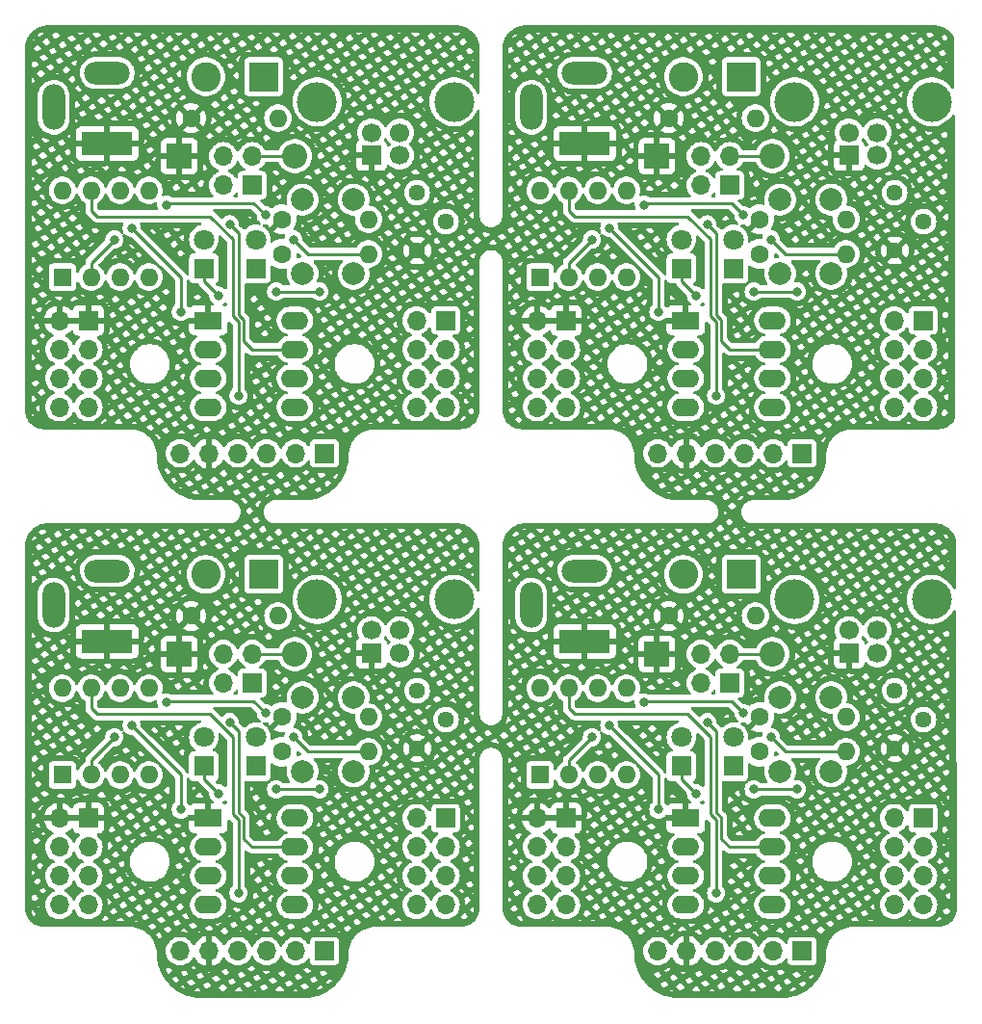
<source format=gbr>
%TF.GenerationSoftware,KiCad,Pcbnew,(7.0.0)*%
%TF.CreationDate,2024-02-06T19:59:13-06:00*%
%TF.ProjectId,Panel,50616e65-6c2e-46b6-9963-61645f706362,rev?*%
%TF.SameCoordinates,Original*%
%TF.FileFunction,Copper,L1,Top*%
%TF.FilePolarity,Positive*%
%FSLAX46Y46*%
G04 Gerber Fmt 4.6, Leading zero omitted, Abs format (unit mm)*
G04 Created by KiCad (PCBNEW (7.0.0)) date 2024-02-06 19:59:13*
%MOMM*%
%LPD*%
G01*
G04 APERTURE LIST*
%TA.AperFunction,ComponentPad*%
%ADD10R,1.600000X1.600000*%
%TD*%
%TA.AperFunction,ComponentPad*%
%ADD11O,1.600000X1.600000*%
%TD*%
%TA.AperFunction,ComponentPad*%
%ADD12C,1.600000*%
%TD*%
%TA.AperFunction,ComponentPad*%
%ADD13C,1.440000*%
%TD*%
%TA.AperFunction,ComponentPad*%
%ADD14R,2.600000X2.600000*%
%TD*%
%TA.AperFunction,ComponentPad*%
%ADD15C,2.600000*%
%TD*%
%TA.AperFunction,ComponentPad*%
%ADD16R,4.500000X2.000000*%
%TD*%
%TA.AperFunction,ComponentPad*%
%ADD17O,4.000000X2.000000*%
%TD*%
%TA.AperFunction,ComponentPad*%
%ADD18O,2.000000X4.000000*%
%TD*%
%TA.AperFunction,ComponentPad*%
%ADD19R,1.700000X1.700000*%
%TD*%
%TA.AperFunction,ComponentPad*%
%ADD20O,1.700000X1.700000*%
%TD*%
%TA.AperFunction,ComponentPad*%
%ADD21R,1.800000X1.800000*%
%TD*%
%TA.AperFunction,ComponentPad*%
%ADD22C,1.800000*%
%TD*%
%TA.AperFunction,ComponentPad*%
%ADD23C,1.700000*%
%TD*%
%TA.AperFunction,ComponentPad*%
%ADD24C,3.500000*%
%TD*%
%TA.AperFunction,ComponentPad*%
%ADD25C,2.000000*%
%TD*%
%TA.AperFunction,ComponentPad*%
%ADD26R,2.200000X2.200000*%
%TD*%
%TA.AperFunction,ComponentPad*%
%ADD27O,2.200000X2.200000*%
%TD*%
%TA.AperFunction,ComponentPad*%
%ADD28R,2.400000X1.600000*%
%TD*%
%TA.AperFunction,ComponentPad*%
%ADD29O,2.400000X1.600000*%
%TD*%
%TA.AperFunction,ViaPad*%
%ADD30C,0.800000*%
%TD*%
%TA.AperFunction,Conductor*%
%ADD31C,0.250000*%
%TD*%
G04 APERTURE END LIST*
D10*
%TO.P,SW8,1*%
%TO.N,/on{slash}off*%
X162803999Y-125869999D03*
D11*
%TO.P,SW8,2*%
%TO.N,/reset*%
X165343999Y-125869999D03*
%TO.P,SW8,3*%
%TO.N,/led_op*%
X167883999Y-125869999D03*
%TO.P,SW8,4*%
%TO.N,/pot*%
X170423999Y-125869999D03*
%TO.P,SW8,5*%
%TO.N,/pgd*%
X170423999Y-118249999D03*
%TO.P,SW8,6*%
%TO.N,/ra5*%
X167883999Y-118249999D03*
%TO.P,SW8,7*%
%TO.N,/ra3*%
X165343999Y-118249999D03*
%TO.P,SW8,8*%
%TO.N,GND*%
X162803999Y-118249999D03*
%TD*%
D12*
%TO.P,R11,1*%
%TO.N,VCC*%
X174130000Y-111900000D03*
D11*
%TO.P,R11,2*%
%TO.N,Net-(D2-A)*%
X181749999Y-111899999D03*
%TD*%
D12*
%TO.P,R12,1*%
%TO.N,VCC*%
X182108000Y-123838000D03*
D11*
%TO.P,R12,2*%
%TO.N,Net-(D3-A)*%
X189727999Y-123837999D03*
%TD*%
D13*
%TO.P,RV4,1,1*%
%TO.N,VCC*%
X194010000Y-123532000D03*
%TO.P,RV4,2,2*%
%TO.N,/pot*%
X196550000Y-120992000D03*
%TO.P,RV4,3,3*%
%TO.N,GND*%
X194010000Y-118452000D03*
%TD*%
D14*
%TO.P,J24,1,Pin_1*%
%TO.N,Net-(D1-A)*%
X180499999Y-108249999D03*
D15*
%TO.P,J24,2,Pin_2*%
%TO.N,/on{slash}off*%
X175420000Y-108250000D03*
%TD*%
D16*
%TO.P,J22,1*%
%TO.N,VCC*%
X166741999Y-114137999D03*
D17*
%TO.P,J22,2*%
%TO.N,/on{slash}off*%
X166741999Y-107937999D03*
D18*
%TO.P,J22,3*%
X162041999Y-110937999D03*
%TD*%
D19*
%TO.P,J25,1,Pin_1*%
%TO.N,Net-(D1-A)*%
X179499999Y-117789999D03*
D20*
%TO.P,J25,2,Pin_2*%
X179499999Y-115249999D03*
%TO.P,J25,3,Pin_3*%
%TO.N,/on{slash}off*%
X176959999Y-117789999D03*
%TO.P,J25,4,Pin_4*%
X176959999Y-115249999D03*
%TD*%
D21*
%TO.P,D11,1,K*%
%TO.N,GND*%
X175249999Y-125107999D03*
D22*
%TO.P,D11,2,A*%
%TO.N,Net-(D2-A)*%
X175250000Y-122568000D03*
%TD*%
D19*
%TO.P,J28,1,Pin_1*%
%TO.N,unconnected-(J7-Pin_1-Pad1)*%
X185849999Y-141363999D03*
D20*
%TO.P,J28,2,Pin_2*%
%TO.N,/pgc*%
X183309999Y-141363999D03*
%TO.P,J28,3,Pin_3*%
%TO.N,/pgd*%
X180769999Y-141363999D03*
%TO.P,J28,4,Pin_4*%
%TO.N,GND*%
X178229999Y-141363999D03*
%TO.P,J28,5,Pin_5*%
%TO.N,VCC*%
X175689999Y-141363999D03*
%TO.P,J28,6,Pin_6*%
%TO.N,/ra3*%
X173149999Y-141363999D03*
%TD*%
D19*
%TO.P,J23,1,VBUS*%
%TO.N,VCC*%
X189979999Y-115175499D03*
D23*
%TO.P,J23,2,D-*%
%TO.N,unconnected-(J2-D--Pad2)*%
X192480000Y-115175500D03*
%TO.P,J23,3,D+*%
%TO.N,unconnected-(J2-D+-Pad3)*%
X192480000Y-113175500D03*
%TO.P,J23,4,GND*%
%TO.N,/on{slash}off*%
X189980000Y-113175500D03*
D24*
%TO.P,J23,5,Shield*%
X185210000Y-110465500D03*
X197250000Y-110465500D03*
%TD*%
D25*
%TO.P,SW7,1,1*%
%TO.N,GND*%
X183922000Y-125564000D03*
X183922000Y-119064000D03*
%TO.P,SW7,2,2*%
%TO.N,/reset*%
X188422000Y-125564000D03*
X188422000Y-119064000D03*
%TD*%
D20*
%TO.P,J26,8,Pin_8*%
%TO.N,/ra3*%
X162549999Y-137299999D03*
%TO.P,J26,7,Pin_7*%
X165089999Y-137299999D03*
%TO.P,J26,6,Pin_6*%
%TO.N,/ra4*%
X162549999Y-134759999D03*
%TO.P,J26,5,Pin_5*%
X165089999Y-134759999D03*
%TO.P,J26,4,Pin_4*%
%TO.N,/ra5*%
X162549999Y-132219999D03*
%TO.P,J26,3,Pin_3*%
X165089999Y-132219999D03*
%TO.P,J26,2,Pin_2*%
%TO.N,VCC*%
X162549999Y-129679999D03*
D19*
%TO.P,J26,1,Pin_1*%
X165089999Y-129679999D03*
%TD*%
%TO.P,J27,1,Pin_1*%
%TO.N,GND*%
X196499999Y-129679999D03*
D20*
%TO.P,J27,2,Pin_2*%
X193959999Y-129679999D03*
%TO.P,J27,3,Pin_3*%
%TO.N,/pgd*%
X196499999Y-132219999D03*
%TO.P,J27,4,Pin_4*%
X193959999Y-132219999D03*
%TO.P,J27,5,Pin_5*%
%TO.N,/pgc*%
X196499999Y-134759999D03*
%TO.P,J27,6,Pin_6*%
X193959999Y-134759999D03*
%TO.P,J27,7,Pin_7*%
%TO.N,/ra2*%
X196499999Y-137299999D03*
%TO.P,J27,8,Pin_8*%
X193959999Y-137299999D03*
%TD*%
D12*
%TO.P,R10,1*%
%TO.N,VCC*%
X182108000Y-120790000D03*
D11*
%TO.P,R10,2*%
%TO.N,/reset*%
X189727999Y-120789999D03*
%TD*%
D26*
%TO.P,D10,1,K*%
%TO.N,VCC*%
X173089999Y-115249999D03*
D27*
%TO.P,D10,2,A*%
%TO.N,Net-(D1-A)*%
X183249999Y-115249999D03*
%TD*%
D21*
%TO.P,D12,1,K*%
%TO.N,/led_op*%
X179821999Y-125107999D03*
D22*
%TO.P,D12,2,A*%
%TO.N,Net-(D3-A)*%
X179822000Y-122568000D03*
%TD*%
D28*
%TO.P,U4,1,VDD*%
%TO.N,VCC*%
X175629999Y-129679999D03*
D29*
%TO.P,U4,2,RA5*%
%TO.N,/ra5*%
X175629999Y-132219999D03*
%TO.P,U4,3,RA4*%
%TO.N,/ra4*%
X175629999Y-134759999D03*
%TO.P,U4,4,VPP/MCLR/RA3*%
%TO.N,/ra3*%
X175629999Y-137299999D03*
%TO.P,U4,5,RA2*%
%TO.N,/ra2*%
X183249999Y-137299999D03*
%TO.P,U4,6,RA1/ICSPCLK*%
%TO.N,/pgc*%
X183249999Y-134759999D03*
%TO.P,U4,7,RA0/ICSPDAT*%
%TO.N,/pgd*%
X183249999Y-132219999D03*
%TO.P,U4,8,VSS*%
%TO.N,GND*%
X183249999Y-129679999D03*
%TD*%
D10*
%TO.P,SW6,1*%
%TO.N,/on{slash}off*%
X120803999Y-125869999D03*
D11*
%TO.P,SW6,2*%
%TO.N,/reset*%
X123343999Y-125869999D03*
%TO.P,SW6,3*%
%TO.N,/led_op*%
X125883999Y-125869999D03*
%TO.P,SW6,4*%
%TO.N,/pot*%
X128423999Y-125869999D03*
%TO.P,SW6,5*%
%TO.N,/pgd*%
X128423999Y-118249999D03*
%TO.P,SW6,6*%
%TO.N,/ra5*%
X125883999Y-118249999D03*
%TO.P,SW6,7*%
%TO.N,/ra3*%
X123343999Y-118249999D03*
%TO.P,SW6,8*%
%TO.N,GND*%
X120803999Y-118249999D03*
%TD*%
D12*
%TO.P,R8,1*%
%TO.N,VCC*%
X132130000Y-111900000D03*
D11*
%TO.P,R8,2*%
%TO.N,Net-(D2-A)*%
X139749999Y-111899999D03*
%TD*%
D12*
%TO.P,R9,1*%
%TO.N,VCC*%
X140108000Y-123838000D03*
D11*
%TO.P,R9,2*%
%TO.N,Net-(D3-A)*%
X147727999Y-123837999D03*
%TD*%
D13*
%TO.P,RV3,1,1*%
%TO.N,VCC*%
X152010000Y-123532000D03*
%TO.P,RV3,2,2*%
%TO.N,/pot*%
X154550000Y-120992000D03*
%TO.P,RV3,3,3*%
%TO.N,GND*%
X152010000Y-118452000D03*
%TD*%
D14*
%TO.P,J17,1,Pin_1*%
%TO.N,Net-(D1-A)*%
X138499999Y-108249999D03*
D15*
%TO.P,J17,2,Pin_2*%
%TO.N,/on{slash}off*%
X133420000Y-108250000D03*
%TD*%
D16*
%TO.P,J15,1*%
%TO.N,VCC*%
X124741999Y-114137999D03*
D17*
%TO.P,J15,2*%
%TO.N,/on{slash}off*%
X124741999Y-107937999D03*
D18*
%TO.P,J15,3*%
X120041999Y-110937999D03*
%TD*%
D19*
%TO.P,J18,1,Pin_1*%
%TO.N,Net-(D1-A)*%
X137499999Y-117789999D03*
D20*
%TO.P,J18,2,Pin_2*%
X137499999Y-115249999D03*
%TO.P,J18,3,Pin_3*%
%TO.N,/on{slash}off*%
X134959999Y-117789999D03*
%TO.P,J18,4,Pin_4*%
X134959999Y-115249999D03*
%TD*%
D21*
%TO.P,D8,1,K*%
%TO.N,GND*%
X133249999Y-125107999D03*
D22*
%TO.P,D8,2,A*%
%TO.N,Net-(D2-A)*%
X133250000Y-122568000D03*
%TD*%
D19*
%TO.P,J21,1,Pin_1*%
%TO.N,unconnected-(J7-Pin_1-Pad1)*%
X143849999Y-141363999D03*
D20*
%TO.P,J21,2,Pin_2*%
%TO.N,/pgc*%
X141309999Y-141363999D03*
%TO.P,J21,3,Pin_3*%
%TO.N,/pgd*%
X138769999Y-141363999D03*
%TO.P,J21,4,Pin_4*%
%TO.N,GND*%
X136229999Y-141363999D03*
%TO.P,J21,5,Pin_5*%
%TO.N,VCC*%
X133689999Y-141363999D03*
%TO.P,J21,6,Pin_6*%
%TO.N,/ra3*%
X131149999Y-141363999D03*
%TD*%
D19*
%TO.P,J16,1,VBUS*%
%TO.N,VCC*%
X147979999Y-115175499D03*
D23*
%TO.P,J16,2,D-*%
%TO.N,unconnected-(J2-D--Pad2)*%
X150480000Y-115175500D03*
%TO.P,J16,3,D+*%
%TO.N,unconnected-(J2-D+-Pad3)*%
X150480000Y-113175500D03*
%TO.P,J16,4,GND*%
%TO.N,/on{slash}off*%
X147980000Y-113175500D03*
D24*
%TO.P,J16,5,Shield*%
X143210000Y-110465500D03*
X155250000Y-110465500D03*
%TD*%
D25*
%TO.P,SW5,1,1*%
%TO.N,GND*%
X141922000Y-125564000D03*
X141922000Y-119064000D03*
%TO.P,SW5,2,2*%
%TO.N,/reset*%
X146422000Y-125564000D03*
X146422000Y-119064000D03*
%TD*%
D20*
%TO.P,J19,8,Pin_8*%
%TO.N,/ra3*%
X120549999Y-137299999D03*
%TO.P,J19,7,Pin_7*%
X123089999Y-137299999D03*
%TO.P,J19,6,Pin_6*%
%TO.N,/ra4*%
X120549999Y-134759999D03*
%TO.P,J19,5,Pin_5*%
X123089999Y-134759999D03*
%TO.P,J19,4,Pin_4*%
%TO.N,/ra5*%
X120549999Y-132219999D03*
%TO.P,J19,3,Pin_3*%
X123089999Y-132219999D03*
%TO.P,J19,2,Pin_2*%
%TO.N,VCC*%
X120549999Y-129679999D03*
D19*
%TO.P,J19,1,Pin_1*%
X123089999Y-129679999D03*
%TD*%
%TO.P,J20,1,Pin_1*%
%TO.N,GND*%
X154499999Y-129679999D03*
D20*
%TO.P,J20,2,Pin_2*%
X151959999Y-129679999D03*
%TO.P,J20,3,Pin_3*%
%TO.N,/pgd*%
X154499999Y-132219999D03*
%TO.P,J20,4,Pin_4*%
X151959999Y-132219999D03*
%TO.P,J20,5,Pin_5*%
%TO.N,/pgc*%
X154499999Y-134759999D03*
%TO.P,J20,6,Pin_6*%
X151959999Y-134759999D03*
%TO.P,J20,7,Pin_7*%
%TO.N,/ra2*%
X154499999Y-137299999D03*
%TO.P,J20,8,Pin_8*%
X151959999Y-137299999D03*
%TD*%
D12*
%TO.P,R7,1*%
%TO.N,VCC*%
X140108000Y-120790000D03*
D11*
%TO.P,R7,2*%
%TO.N,/reset*%
X147727999Y-120789999D03*
%TD*%
D26*
%TO.P,D7,1,K*%
%TO.N,VCC*%
X131089999Y-115249999D03*
D27*
%TO.P,D7,2,A*%
%TO.N,Net-(D1-A)*%
X141249999Y-115249999D03*
%TD*%
D21*
%TO.P,D9,1,K*%
%TO.N,/led_op*%
X137821999Y-125107999D03*
D22*
%TO.P,D9,2,A*%
%TO.N,Net-(D3-A)*%
X137822000Y-122568000D03*
%TD*%
D28*
%TO.P,U3,1,VDD*%
%TO.N,VCC*%
X133629999Y-129679999D03*
D29*
%TO.P,U3,2,RA5*%
%TO.N,/ra5*%
X133629999Y-132219999D03*
%TO.P,U3,3,RA4*%
%TO.N,/ra4*%
X133629999Y-134759999D03*
%TO.P,U3,4,VPP/MCLR/RA3*%
%TO.N,/ra3*%
X133629999Y-137299999D03*
%TO.P,U3,5,RA2*%
%TO.N,/ra2*%
X141249999Y-137299999D03*
%TO.P,U3,6,RA1/ICSPCLK*%
%TO.N,/pgc*%
X141249999Y-134759999D03*
%TO.P,U3,7,RA0/ICSPDAT*%
%TO.N,/pgd*%
X141249999Y-132219999D03*
%TO.P,U3,8,VSS*%
%TO.N,GND*%
X141249999Y-129679999D03*
%TD*%
D10*
%TO.P,SW4,1*%
%TO.N,/on{slash}off*%
X162803999Y-82119999D03*
D11*
%TO.P,SW4,2*%
%TO.N,/reset*%
X165343999Y-82119999D03*
%TO.P,SW4,3*%
%TO.N,/led_op*%
X167883999Y-82119999D03*
%TO.P,SW4,4*%
%TO.N,/pot*%
X170423999Y-82119999D03*
%TO.P,SW4,5*%
%TO.N,/pgd*%
X170423999Y-74499999D03*
%TO.P,SW4,6*%
%TO.N,/ra5*%
X167883999Y-74499999D03*
%TO.P,SW4,7*%
%TO.N,/ra3*%
X165343999Y-74499999D03*
%TO.P,SW4,8*%
%TO.N,GND*%
X162803999Y-74499999D03*
%TD*%
D12*
%TO.P,R5,1*%
%TO.N,VCC*%
X174130000Y-68150000D03*
D11*
%TO.P,R5,2*%
%TO.N,Net-(D2-A)*%
X181749999Y-68149999D03*
%TD*%
D12*
%TO.P,R6,1*%
%TO.N,VCC*%
X182108000Y-80088000D03*
D11*
%TO.P,R6,2*%
%TO.N,Net-(D3-A)*%
X189727999Y-80087999D03*
%TD*%
D13*
%TO.P,RV2,1,1*%
%TO.N,VCC*%
X194010000Y-79782000D03*
%TO.P,RV2,2,2*%
%TO.N,/pot*%
X196550000Y-77242000D03*
%TO.P,RV2,3,3*%
%TO.N,GND*%
X194010000Y-74702000D03*
%TD*%
D14*
%TO.P,J10,1,Pin_1*%
%TO.N,Net-(D1-A)*%
X180499999Y-64499999D03*
D15*
%TO.P,J10,2,Pin_2*%
%TO.N,/on{slash}off*%
X175420000Y-64500000D03*
%TD*%
D16*
%TO.P,J8,1*%
%TO.N,VCC*%
X166741999Y-70387999D03*
D17*
%TO.P,J8,2*%
%TO.N,/on{slash}off*%
X166741999Y-64187999D03*
D18*
%TO.P,J8,3*%
X162041999Y-67187999D03*
%TD*%
D19*
%TO.P,J11,1,Pin_1*%
%TO.N,Net-(D1-A)*%
X179499999Y-74039999D03*
D20*
%TO.P,J11,2,Pin_2*%
X179499999Y-71499999D03*
%TO.P,J11,3,Pin_3*%
%TO.N,/on{slash}off*%
X176959999Y-74039999D03*
%TO.P,J11,4,Pin_4*%
X176959999Y-71499999D03*
%TD*%
D21*
%TO.P,D5,1,K*%
%TO.N,GND*%
X175249999Y-81357999D03*
D22*
%TO.P,D5,2,A*%
%TO.N,Net-(D2-A)*%
X175250000Y-78818000D03*
%TD*%
D19*
%TO.P,J14,1,Pin_1*%
%TO.N,unconnected-(J7-Pin_1-Pad1)*%
X185849999Y-97613999D03*
D20*
%TO.P,J14,2,Pin_2*%
%TO.N,/pgc*%
X183309999Y-97613999D03*
%TO.P,J14,3,Pin_3*%
%TO.N,/pgd*%
X180769999Y-97613999D03*
%TO.P,J14,4,Pin_4*%
%TO.N,GND*%
X178229999Y-97613999D03*
%TO.P,J14,5,Pin_5*%
%TO.N,VCC*%
X175689999Y-97613999D03*
%TO.P,J14,6,Pin_6*%
%TO.N,/ra3*%
X173149999Y-97613999D03*
%TD*%
D19*
%TO.P,J9,1,VBUS*%
%TO.N,VCC*%
X189979999Y-71425499D03*
D23*
%TO.P,J9,2,D-*%
%TO.N,unconnected-(J2-D--Pad2)*%
X192480000Y-71425500D03*
%TO.P,J9,3,D+*%
%TO.N,unconnected-(J2-D+-Pad3)*%
X192480000Y-69425500D03*
%TO.P,J9,4,GND*%
%TO.N,/on{slash}off*%
X189980000Y-69425500D03*
D24*
%TO.P,J9,5,Shield*%
X185210000Y-66715500D03*
X197250000Y-66715500D03*
%TD*%
D25*
%TO.P,SW3,1,1*%
%TO.N,GND*%
X183922000Y-81814000D03*
X183922000Y-75314000D03*
%TO.P,SW3,2,2*%
%TO.N,/reset*%
X188422000Y-81814000D03*
X188422000Y-75314000D03*
%TD*%
D20*
%TO.P,J12,8,Pin_8*%
%TO.N,/ra3*%
X162549999Y-93549999D03*
%TO.P,J12,7,Pin_7*%
X165089999Y-93549999D03*
%TO.P,J12,6,Pin_6*%
%TO.N,/ra4*%
X162549999Y-91009999D03*
%TO.P,J12,5,Pin_5*%
X165089999Y-91009999D03*
%TO.P,J12,4,Pin_4*%
%TO.N,/ra5*%
X162549999Y-88469999D03*
%TO.P,J12,3,Pin_3*%
X165089999Y-88469999D03*
%TO.P,J12,2,Pin_2*%
%TO.N,VCC*%
X162549999Y-85929999D03*
D19*
%TO.P,J12,1,Pin_1*%
X165089999Y-85929999D03*
%TD*%
%TO.P,J13,1,Pin_1*%
%TO.N,GND*%
X196499999Y-85929999D03*
D20*
%TO.P,J13,2,Pin_2*%
X193959999Y-85929999D03*
%TO.P,J13,3,Pin_3*%
%TO.N,/pgd*%
X196499999Y-88469999D03*
%TO.P,J13,4,Pin_4*%
X193959999Y-88469999D03*
%TO.P,J13,5,Pin_5*%
%TO.N,/pgc*%
X196499999Y-91009999D03*
%TO.P,J13,6,Pin_6*%
X193959999Y-91009999D03*
%TO.P,J13,7,Pin_7*%
%TO.N,/ra2*%
X196499999Y-93549999D03*
%TO.P,J13,8,Pin_8*%
X193959999Y-93549999D03*
%TD*%
D12*
%TO.P,R4,1*%
%TO.N,VCC*%
X182108000Y-77040000D03*
D11*
%TO.P,R4,2*%
%TO.N,/reset*%
X189727999Y-77039999D03*
%TD*%
D26*
%TO.P,D4,1,K*%
%TO.N,VCC*%
X173089999Y-71499999D03*
D27*
%TO.P,D4,2,A*%
%TO.N,Net-(D1-A)*%
X183249999Y-71499999D03*
%TD*%
D21*
%TO.P,D6,1,K*%
%TO.N,/led_op*%
X179821999Y-81357999D03*
D22*
%TO.P,D6,2,A*%
%TO.N,Net-(D3-A)*%
X179822000Y-78818000D03*
%TD*%
D28*
%TO.P,U2,1,VDD*%
%TO.N,VCC*%
X175629999Y-85929999D03*
D29*
%TO.P,U2,2,RA5*%
%TO.N,/ra5*%
X175629999Y-88469999D03*
%TO.P,U2,3,RA4*%
%TO.N,/ra4*%
X175629999Y-91009999D03*
%TO.P,U2,4,VPP/MCLR/RA3*%
%TO.N,/ra3*%
X175629999Y-93549999D03*
%TO.P,U2,5,RA2*%
%TO.N,/ra2*%
X183249999Y-93549999D03*
%TO.P,U2,6,RA1/ICSPCLK*%
%TO.N,/pgc*%
X183249999Y-91009999D03*
%TO.P,U2,7,RA0/ICSPDAT*%
%TO.N,/pgd*%
X183249999Y-88469999D03*
%TO.P,U2,8,VSS*%
%TO.N,GND*%
X183249999Y-85929999D03*
%TD*%
D20*
%TO.P,J5,8,Pin_8*%
%TO.N,/ra3*%
X120549999Y-93549999D03*
%TO.P,J5,7,Pin_7*%
X123089999Y-93549999D03*
%TO.P,J5,6,Pin_6*%
%TO.N,/ra4*%
X120549999Y-91009999D03*
%TO.P,J5,5,Pin_5*%
X123089999Y-91009999D03*
%TO.P,J5,4,Pin_4*%
%TO.N,/ra5*%
X120549999Y-88469999D03*
%TO.P,J5,3,Pin_3*%
X123089999Y-88469999D03*
%TO.P,J5,2,Pin_2*%
%TO.N,VCC*%
X120549999Y-85929999D03*
D19*
%TO.P,J5,1,Pin_1*%
X123089999Y-85929999D03*
%TD*%
%TO.P,J6,1,Pin_1*%
%TO.N,GND*%
X154499999Y-85929999D03*
D20*
%TO.P,J6,2,Pin_2*%
X151959999Y-85929999D03*
%TO.P,J6,3,Pin_3*%
%TO.N,/pgd*%
X154499999Y-88469999D03*
%TO.P,J6,4,Pin_4*%
X151959999Y-88469999D03*
%TO.P,J6,5,Pin_5*%
%TO.N,/pgc*%
X154499999Y-91009999D03*
%TO.P,J6,6,Pin_6*%
X151959999Y-91009999D03*
%TO.P,J6,7,Pin_7*%
%TO.N,/ra2*%
X154499999Y-93549999D03*
%TO.P,J6,8,Pin_8*%
X151959999Y-93549999D03*
%TD*%
D28*
%TO.P,U1,1,VDD*%
%TO.N,VCC*%
X133629999Y-85929999D03*
D29*
%TO.P,U1,2,RA5*%
%TO.N,/ra5*%
X133629999Y-88469999D03*
%TO.P,U1,3,RA4*%
%TO.N,/ra4*%
X133629999Y-91009999D03*
%TO.P,U1,4,VPP/MCLR/RA3*%
%TO.N,/ra3*%
X133629999Y-93549999D03*
%TO.P,U1,5,RA2*%
%TO.N,/ra2*%
X141249999Y-93549999D03*
%TO.P,U1,6,RA1/ICSPCLK*%
%TO.N,/pgc*%
X141249999Y-91009999D03*
%TO.P,U1,7,RA0/ICSPDAT*%
%TO.N,/pgd*%
X141249999Y-88469999D03*
%TO.P,U1,8,VSS*%
%TO.N,GND*%
X141249999Y-85929999D03*
%TD*%
D19*
%TO.P,J4,1,Pin_1*%
%TO.N,Net-(D1-A)*%
X137499999Y-74039999D03*
D20*
%TO.P,J4,2,Pin_2*%
X137499999Y-71499999D03*
%TO.P,J4,3,Pin_3*%
%TO.N,/on{slash}off*%
X134959999Y-74039999D03*
%TO.P,J4,4,Pin_4*%
X134959999Y-71499999D03*
%TD*%
D25*
%TO.P,SW1,1,1*%
%TO.N,GND*%
X141922000Y-81814000D03*
X141922000Y-75314000D03*
%TO.P,SW1,2,2*%
%TO.N,/reset*%
X146422000Y-81814000D03*
X146422000Y-75314000D03*
%TD*%
D14*
%TO.P,J3,1,Pin_1*%
%TO.N,Net-(D1-A)*%
X138499999Y-64499999D03*
D15*
%TO.P,J3,2,Pin_2*%
%TO.N,/on{slash}off*%
X133420000Y-64500000D03*
%TD*%
D21*
%TO.P,D3,1,K*%
%TO.N,/led_op*%
X137821999Y-81357999D03*
D22*
%TO.P,D3,2,A*%
%TO.N,Net-(D3-A)*%
X137822000Y-78818000D03*
%TD*%
D10*
%TO.P,SW2,1*%
%TO.N,/on{slash}off*%
X120803999Y-82119999D03*
D11*
%TO.P,SW2,2*%
%TO.N,/reset*%
X123343999Y-82119999D03*
%TO.P,SW2,3*%
%TO.N,/led_op*%
X125883999Y-82119999D03*
%TO.P,SW2,4*%
%TO.N,/pot*%
X128423999Y-82119999D03*
%TO.P,SW2,5*%
%TO.N,/pgd*%
X128423999Y-74499999D03*
%TO.P,SW2,6*%
%TO.N,/ra5*%
X125883999Y-74499999D03*
%TO.P,SW2,7*%
%TO.N,/ra3*%
X123343999Y-74499999D03*
%TO.P,SW2,8*%
%TO.N,GND*%
X120803999Y-74499999D03*
%TD*%
D19*
%TO.P,J7,1,Pin_1*%
%TO.N,unconnected-(J7-Pin_1-Pad1)*%
X143849999Y-97613999D03*
D20*
%TO.P,J7,2,Pin_2*%
%TO.N,/pgc*%
X141309999Y-97613999D03*
%TO.P,J7,3,Pin_3*%
%TO.N,/pgd*%
X138769999Y-97613999D03*
%TO.P,J7,4,Pin_4*%
%TO.N,GND*%
X136229999Y-97613999D03*
%TO.P,J7,5,Pin_5*%
%TO.N,VCC*%
X133689999Y-97613999D03*
%TO.P,J7,6,Pin_6*%
%TO.N,/ra3*%
X131149999Y-97613999D03*
%TD*%
D16*
%TO.P,J1,1*%
%TO.N,VCC*%
X124741999Y-70387999D03*
D17*
%TO.P,J1,2*%
%TO.N,/on{slash}off*%
X124741999Y-64187999D03*
D18*
%TO.P,J1,3*%
X120041999Y-67187999D03*
%TD*%
D19*
%TO.P,J2,1,VBUS*%
%TO.N,VCC*%
X147979999Y-71425499D03*
D23*
%TO.P,J2,2,D-*%
%TO.N,unconnected-(J2-D--Pad2)*%
X150480000Y-71425500D03*
%TO.P,J2,3,D+*%
%TO.N,unconnected-(J2-D+-Pad3)*%
X150480000Y-69425500D03*
%TO.P,J2,4,GND*%
%TO.N,/on{slash}off*%
X147980000Y-69425500D03*
D24*
%TO.P,J2,5,Shield*%
X143210000Y-66715500D03*
X155250000Y-66715500D03*
%TD*%
D21*
%TO.P,D2,1,K*%
%TO.N,GND*%
X133249999Y-81357999D03*
D22*
%TO.P,D2,2,A*%
%TO.N,Net-(D2-A)*%
X133250000Y-78818000D03*
%TD*%
D13*
%TO.P,RV1,1,1*%
%TO.N,VCC*%
X152010000Y-79782000D03*
%TO.P,RV1,2,2*%
%TO.N,/pot*%
X154550000Y-77242000D03*
%TO.P,RV1,3,3*%
%TO.N,GND*%
X152010000Y-74702000D03*
%TD*%
D12*
%TO.P,R2,1*%
%TO.N,VCC*%
X132130000Y-68150000D03*
D11*
%TO.P,R2,2*%
%TO.N,Net-(D2-A)*%
X139749999Y-68149999D03*
%TD*%
D12*
%TO.P,R3,1*%
%TO.N,VCC*%
X140108000Y-80088000D03*
D11*
%TO.P,R3,2*%
%TO.N,Net-(D3-A)*%
X147727999Y-80087999D03*
%TD*%
D12*
%TO.P,R1,1*%
%TO.N,VCC*%
X140108000Y-77040000D03*
D11*
%TO.P,R1,2*%
%TO.N,/reset*%
X147727999Y-77039999D03*
%TD*%
D26*
%TO.P,D1,1,K*%
%TO.N,VCC*%
X131089999Y-71499999D03*
D27*
%TO.P,D1,2,A*%
%TO.N,Net-(D1-A)*%
X141249999Y-71499999D03*
%TD*%
D30*
%TO.N,/reset*%
X180689299Y-120439299D03*
%TO.N,/pot*%
X185405701Y-127140000D03*
%TO.N,/reset*%
X171948000Y-119520000D03*
%TO.N,/pgd*%
X177512299Y-121237701D03*
%TO.N,/ra3*%
X178298000Y-136284000D03*
%TO.N,/ra5*%
X168900000Y-121552000D03*
%TO.N,/pot*%
X181600000Y-127140000D03*
%TO.N,/reset*%
X167376000Y-122568000D03*
%TO.N,/ra5*%
X173218000Y-128918000D03*
%TO.N,GND*%
X176520000Y-127507500D03*
%TO.N,Net-(D3-A)*%
X183124000Y-122568000D03*
%TO.N,/reset*%
X138689299Y-120439299D03*
%TO.N,/pot*%
X143405701Y-127140000D03*
%TO.N,/reset*%
X129948000Y-119520000D03*
%TO.N,/pgd*%
X135512299Y-121237701D03*
%TO.N,/ra3*%
X136298000Y-136284000D03*
%TO.N,/ra5*%
X126900000Y-121552000D03*
%TO.N,/pot*%
X139600000Y-127140000D03*
%TO.N,/reset*%
X125376000Y-122568000D03*
%TO.N,/ra5*%
X131218000Y-128918000D03*
%TO.N,GND*%
X134520000Y-127507500D03*
%TO.N,Net-(D3-A)*%
X141124000Y-122568000D03*
%TO.N,/reset*%
X180689299Y-76689299D03*
%TO.N,/pot*%
X185405701Y-83390000D03*
%TO.N,/reset*%
X171948000Y-75770000D03*
%TO.N,/pgd*%
X177512299Y-77487701D03*
%TO.N,/ra3*%
X178298000Y-92534000D03*
%TO.N,/ra5*%
X168900000Y-77802000D03*
%TO.N,/pot*%
X181600000Y-83390000D03*
%TO.N,/reset*%
X167376000Y-78818000D03*
%TO.N,/ra5*%
X173218000Y-85168000D03*
%TO.N,GND*%
X176520000Y-83757500D03*
%TO.N,Net-(D3-A)*%
X183124000Y-78818000D03*
%TO.N,GND*%
X134520000Y-83757500D03*
%TO.N,Net-(D3-A)*%
X141124000Y-78818000D03*
%TO.N,/ra5*%
X131218000Y-85168000D03*
X126900000Y-77802000D03*
%TO.N,/ra3*%
X136298000Y-92534000D03*
%TO.N,/pgd*%
X135512299Y-77487701D03*
%TO.N,/reset*%
X129948000Y-75770000D03*
X138689299Y-76689299D03*
X125376000Y-78818000D03*
%TO.N,/pot*%
X143405701Y-83390000D03*
X139600000Y-83390000D03*
%TD*%
D31*
%TO.N,Net-(D3-A)*%
X184394000Y-123838000D02*
X189728000Y-123838000D01*
X183124000Y-122568000D02*
X184394000Y-123838000D01*
%TO.N,GND*%
X176520000Y-127507500D02*
X175250000Y-126237500D01*
X175250000Y-126237500D02*
X175250000Y-125108000D01*
%TO.N,Net-(D1-A)*%
X183250000Y-115250000D02*
X179500000Y-115250000D01*
%TO.N,/ra3*%
X178298000Y-136284000D02*
X178298000Y-129816198D01*
X178298000Y-129816198D02*
X177790000Y-129308198D01*
X177790000Y-122540000D02*
X175786000Y-120536000D01*
X165344000Y-120028000D02*
X165344000Y-118250000D01*
%TO.N,/pgd*%
X178750000Y-129631802D02*
X178750000Y-131500000D01*
X178298000Y-122023402D02*
X178298000Y-129179802D01*
%TO.N,/ra3*%
X177790000Y-129308198D02*
X177790000Y-122540000D01*
%TO.N,/pgd*%
X179470000Y-132220000D02*
X182870000Y-132220000D01*
X178298000Y-129179802D02*
X178750000Y-129631802D01*
%TO.N,/ra3*%
X165852000Y-120536000D02*
X165344000Y-120028000D01*
%TO.N,/ra5*%
X173218000Y-125870000D02*
X173218000Y-128918000D01*
X168900000Y-121552000D02*
X173218000Y-125870000D01*
%TO.N,/pgd*%
X177512299Y-121237701D02*
X178298000Y-122023402D01*
X178750000Y-131500000D02*
X179470000Y-132220000D01*
%TO.N,/ra3*%
X175786000Y-120536000D02*
X165852000Y-120536000D01*
%TO.N,/reset*%
X179625000Y-119375000D02*
X172093000Y-119375000D01*
X180689299Y-120439299D02*
X179625000Y-119375000D01*
%TO.N,/pot*%
X181600000Y-127140000D02*
X185405701Y-127140000D01*
%TO.N,/reset*%
X167376000Y-122568000D02*
X165344000Y-124600000D01*
X165344000Y-124600000D02*
X165344000Y-125870000D01*
X172093000Y-119375000D02*
X171948000Y-119520000D01*
%TO.N,Net-(D3-A)*%
X142394000Y-123838000D02*
X147728000Y-123838000D01*
X141124000Y-122568000D02*
X142394000Y-123838000D01*
%TO.N,GND*%
X134520000Y-127507500D02*
X133250000Y-126237500D01*
X133250000Y-126237500D02*
X133250000Y-125108000D01*
%TO.N,Net-(D1-A)*%
X141250000Y-115250000D02*
X137500000Y-115250000D01*
%TO.N,/ra3*%
X136298000Y-136284000D02*
X136298000Y-129816198D01*
X136298000Y-129816198D02*
X135790000Y-129308198D01*
X135790000Y-122540000D02*
X133786000Y-120536000D01*
X123344000Y-120028000D02*
X123344000Y-118250000D01*
%TO.N,/pgd*%
X136750000Y-129631802D02*
X136750000Y-131500000D01*
X136298000Y-122023402D02*
X136298000Y-129179802D01*
%TO.N,/ra3*%
X135790000Y-129308198D02*
X135790000Y-122540000D01*
%TO.N,/pgd*%
X137470000Y-132220000D02*
X140870000Y-132220000D01*
X136298000Y-129179802D02*
X136750000Y-129631802D01*
%TO.N,/ra3*%
X123852000Y-120536000D02*
X123344000Y-120028000D01*
%TO.N,/ra5*%
X131218000Y-125870000D02*
X131218000Y-128918000D01*
X126900000Y-121552000D02*
X131218000Y-125870000D01*
%TO.N,/pgd*%
X135512299Y-121237701D02*
X136298000Y-122023402D01*
X136750000Y-131500000D02*
X137470000Y-132220000D01*
%TO.N,/ra3*%
X133786000Y-120536000D02*
X123852000Y-120536000D01*
%TO.N,/reset*%
X137625000Y-119375000D02*
X130093000Y-119375000D01*
X138689299Y-120439299D02*
X137625000Y-119375000D01*
%TO.N,/pot*%
X139600000Y-127140000D02*
X143405701Y-127140000D01*
%TO.N,/reset*%
X125376000Y-122568000D02*
X123344000Y-124600000D01*
X123344000Y-124600000D02*
X123344000Y-125870000D01*
X130093000Y-119375000D02*
X129948000Y-119520000D01*
%TO.N,Net-(D3-A)*%
X184394000Y-80088000D02*
X189728000Y-80088000D01*
X183124000Y-78818000D02*
X184394000Y-80088000D01*
%TO.N,GND*%
X176520000Y-83757500D02*
X175250000Y-82487500D01*
X175250000Y-82487500D02*
X175250000Y-81358000D01*
%TO.N,Net-(D1-A)*%
X183250000Y-71500000D02*
X179500000Y-71500000D01*
%TO.N,/ra3*%
X178298000Y-92534000D02*
X178298000Y-86066198D01*
X178298000Y-86066198D02*
X177790000Y-85558198D01*
X177790000Y-78790000D02*
X175786000Y-76786000D01*
X165344000Y-76278000D02*
X165344000Y-74500000D01*
%TO.N,/pgd*%
X178750000Y-85881802D02*
X178750000Y-87750000D01*
X178298000Y-78273402D02*
X178298000Y-85429802D01*
%TO.N,/ra3*%
X177790000Y-85558198D02*
X177790000Y-78790000D01*
%TO.N,/pgd*%
X179470000Y-88470000D02*
X182870000Y-88470000D01*
X178298000Y-85429802D02*
X178750000Y-85881802D01*
%TO.N,/ra3*%
X165852000Y-76786000D02*
X165344000Y-76278000D01*
%TO.N,/ra5*%
X173218000Y-82120000D02*
X173218000Y-85168000D01*
X168900000Y-77802000D02*
X173218000Y-82120000D01*
%TO.N,/pgd*%
X177512299Y-77487701D02*
X178298000Y-78273402D01*
X178750000Y-87750000D02*
X179470000Y-88470000D01*
%TO.N,/ra3*%
X175786000Y-76786000D02*
X165852000Y-76786000D01*
%TO.N,/reset*%
X179625000Y-75625000D02*
X172093000Y-75625000D01*
X180689299Y-76689299D02*
X179625000Y-75625000D01*
%TO.N,/pot*%
X181600000Y-83390000D02*
X185405701Y-83390000D01*
%TO.N,/reset*%
X167376000Y-78818000D02*
X165344000Y-80850000D01*
X165344000Y-80850000D02*
X165344000Y-82120000D01*
X172093000Y-75625000D02*
X171948000Y-75770000D01*
%TO.N,Net-(D1-A)*%
X141250000Y-71500000D02*
X137500000Y-71500000D01*
%TO.N,GND*%
X134520000Y-83757500D02*
X133250000Y-82487500D01*
X133250000Y-82487500D02*
X133250000Y-81358000D01*
%TO.N,Net-(D3-A)*%
X142394000Y-80088000D02*
X147728000Y-80088000D01*
X141124000Y-78818000D02*
X142394000Y-80088000D01*
%TO.N,/ra5*%
X126900000Y-77802000D02*
X131218000Y-82120000D01*
X131218000Y-82120000D02*
X131218000Y-85168000D01*
%TO.N,/ra3*%
X135790000Y-78790000D02*
X133786000Y-76786000D01*
X133786000Y-76786000D02*
X123852000Y-76786000D01*
X136298000Y-86066198D02*
X135790000Y-85558198D01*
X135790000Y-85558198D02*
X135790000Y-78790000D01*
X123852000Y-76786000D02*
X123344000Y-76278000D01*
X136298000Y-92534000D02*
X136298000Y-86066198D01*
X123344000Y-76278000D02*
X123344000Y-74500000D01*
%TO.N,/pgd*%
X136750000Y-87750000D02*
X137470000Y-88470000D01*
X136298000Y-85429802D02*
X136750000Y-85881802D01*
X137470000Y-88470000D02*
X140870000Y-88470000D01*
X136298000Y-78273402D02*
X136298000Y-85429802D01*
X135512299Y-77487701D02*
X136298000Y-78273402D01*
X136750000Y-85881802D02*
X136750000Y-87750000D01*
%TO.N,/reset*%
X130093000Y-75625000D02*
X129948000Y-75770000D01*
X125376000Y-78818000D02*
X123344000Y-80850000D01*
X138689299Y-76689299D02*
X137625000Y-75625000D01*
X123344000Y-80850000D02*
X123344000Y-82120000D01*
X137625000Y-75625000D02*
X130093000Y-75625000D01*
%TO.N,/pot*%
X139600000Y-83390000D02*
X143405701Y-83390000D01*
%TD*%
%TA.AperFunction,Conductor*%
%TO.N,VCC*%
G36*
X182195680Y-120524127D02*
G01*
X182373872Y-120702319D01*
X182405966Y-120757906D01*
X182405966Y-120822094D01*
X182373872Y-120877681D01*
X181392128Y-121859424D01*
X181386217Y-121868703D01*
X181393650Y-121876814D01*
X181451077Y-121917025D01*
X181460427Y-121922423D01*
X181656768Y-122013979D01*
X181666902Y-122017667D01*
X181876162Y-122073739D01*
X181886793Y-122075613D01*
X182102605Y-122094494D01*
X182113394Y-122094494D01*
X182260699Y-122081606D01*
X182321093Y-122091480D01*
X182369410Y-122129036D01*
X182393882Y-122185125D01*
X182388549Y-122246088D01*
X182340931Y-122382171D01*
X182340928Y-122382182D01*
X182338632Y-122388745D01*
X182337852Y-122395662D01*
X182337852Y-122395665D01*
X182333823Y-122431422D01*
X182310981Y-122490339D01*
X182262072Y-122530350D01*
X182199797Y-122541064D01*
X182113397Y-122533506D01*
X182102605Y-122533506D01*
X181886793Y-122552386D01*
X181876162Y-122554260D01*
X181666902Y-122610332D01*
X181656768Y-122614020D01*
X181460419Y-122705579D01*
X181451081Y-122710971D01*
X181310852Y-122809160D01*
X181245137Y-122831467D01*
X181177729Y-122814972D01*
X181129739Y-122764841D01*
X181116201Y-122696777D01*
X181116574Y-122692520D01*
X181127468Y-122568000D01*
X181107635Y-122341308D01*
X181096005Y-122297905D01*
X181050141Y-122126736D01*
X181050140Y-122126734D01*
X181048739Y-122121504D01*
X180952568Y-121915266D01*
X180822047Y-121728861D01*
X180661139Y-121567953D01*
X180504738Y-121458440D01*
X180463220Y-121408711D01*
X180452448Y-121344829D01*
X180475362Y-121284232D01*
X180525709Y-121243462D01*
X180589745Y-121233647D01*
X180689299Y-121244864D01*
X180787323Y-121233819D01*
X180838245Y-121238701D01*
X180882866Y-121263726D01*
X180913586Y-121304634D01*
X180975576Y-121437572D01*
X180980974Y-121446922D01*
X181021184Y-121504348D01*
X181029295Y-121511781D01*
X181038574Y-121505870D01*
X182020318Y-120524127D01*
X182075905Y-120492033D01*
X182140093Y-120492033D01*
X182195680Y-120524127D01*
G37*
%TD.AperFunction*%
%TA.AperFunction,Conductor*%
G36*
X140195680Y-120524127D02*
G01*
X140373872Y-120702319D01*
X140405966Y-120757906D01*
X140405966Y-120822094D01*
X140373872Y-120877681D01*
X139392128Y-121859424D01*
X139386217Y-121868703D01*
X139393650Y-121876814D01*
X139451077Y-121917025D01*
X139460427Y-121922423D01*
X139656768Y-122013979D01*
X139666902Y-122017667D01*
X139876162Y-122073739D01*
X139886793Y-122075613D01*
X140102605Y-122094494D01*
X140113394Y-122094494D01*
X140260699Y-122081606D01*
X140321093Y-122091480D01*
X140369410Y-122129036D01*
X140393882Y-122185125D01*
X140388549Y-122246088D01*
X140340931Y-122382171D01*
X140340928Y-122382182D01*
X140338632Y-122388745D01*
X140337852Y-122395662D01*
X140337852Y-122395665D01*
X140333823Y-122431422D01*
X140310981Y-122490339D01*
X140262072Y-122530350D01*
X140199797Y-122541064D01*
X140113397Y-122533506D01*
X140102605Y-122533506D01*
X139886793Y-122552386D01*
X139876162Y-122554260D01*
X139666902Y-122610332D01*
X139656768Y-122614020D01*
X139460419Y-122705579D01*
X139451081Y-122710971D01*
X139310852Y-122809160D01*
X139245137Y-122831467D01*
X139177729Y-122814972D01*
X139129739Y-122764841D01*
X139116201Y-122696777D01*
X139116574Y-122692520D01*
X139127468Y-122568000D01*
X139107635Y-122341308D01*
X139096005Y-122297905D01*
X139050141Y-122126736D01*
X139050140Y-122126734D01*
X139048739Y-122121504D01*
X138952568Y-121915266D01*
X138822047Y-121728861D01*
X138661139Y-121567953D01*
X138504738Y-121458440D01*
X138463220Y-121408711D01*
X138452448Y-121344829D01*
X138475362Y-121284232D01*
X138525709Y-121243462D01*
X138589745Y-121233647D01*
X138689299Y-121244864D01*
X138787323Y-121233819D01*
X138838245Y-121238701D01*
X138882866Y-121263726D01*
X138913586Y-121304634D01*
X138975576Y-121437572D01*
X138980974Y-121446922D01*
X139021184Y-121504348D01*
X139029295Y-121511781D01*
X139038574Y-121505870D01*
X140020318Y-120524127D01*
X140075905Y-120492033D01*
X140140093Y-120492033D01*
X140195680Y-120524127D01*
G37*
%TD.AperFunction*%
%TA.AperFunction,Conductor*%
G36*
X182195680Y-76774127D02*
G01*
X182373872Y-76952319D01*
X182405966Y-77007906D01*
X182405966Y-77072094D01*
X182373872Y-77127681D01*
X181392128Y-78109424D01*
X181386217Y-78118703D01*
X181393650Y-78126814D01*
X181451077Y-78167025D01*
X181460427Y-78172423D01*
X181656768Y-78263979D01*
X181666902Y-78267667D01*
X181876162Y-78323739D01*
X181886793Y-78325613D01*
X182102605Y-78344494D01*
X182113394Y-78344494D01*
X182260699Y-78331606D01*
X182321093Y-78341480D01*
X182369410Y-78379036D01*
X182393882Y-78435125D01*
X182388549Y-78496088D01*
X182340931Y-78632171D01*
X182340928Y-78632182D01*
X182338632Y-78638745D01*
X182337852Y-78645662D01*
X182337852Y-78645665D01*
X182333823Y-78681422D01*
X182310981Y-78740339D01*
X182262072Y-78780350D01*
X182199797Y-78791064D01*
X182113397Y-78783506D01*
X182102605Y-78783506D01*
X181886793Y-78802386D01*
X181876162Y-78804260D01*
X181666902Y-78860332D01*
X181656768Y-78864020D01*
X181460419Y-78955579D01*
X181451081Y-78960971D01*
X181310852Y-79059160D01*
X181245137Y-79081467D01*
X181177729Y-79064972D01*
X181129739Y-79014841D01*
X181116201Y-78946777D01*
X181117230Y-78935022D01*
X181127468Y-78818000D01*
X181107635Y-78591308D01*
X181106200Y-78585951D01*
X181050141Y-78376736D01*
X181050140Y-78376734D01*
X181048739Y-78371504D01*
X180952568Y-78165266D01*
X180822047Y-77978861D01*
X180661139Y-77817953D01*
X180504738Y-77708440D01*
X180463220Y-77658711D01*
X180452448Y-77594829D01*
X180475362Y-77534232D01*
X180525709Y-77493462D01*
X180589745Y-77483647D01*
X180689299Y-77494864D01*
X180787323Y-77483819D01*
X180838245Y-77488701D01*
X180882866Y-77513726D01*
X180913586Y-77554634D01*
X180975576Y-77687572D01*
X180980974Y-77696922D01*
X181021184Y-77754348D01*
X181029295Y-77761781D01*
X181038574Y-77755870D01*
X182020318Y-76774127D01*
X182075905Y-76742033D01*
X182140093Y-76742033D01*
X182195680Y-76774127D01*
G37*
%TD.AperFunction*%
%TA.AperFunction,Conductor*%
G36*
X140195680Y-76774127D02*
G01*
X140373872Y-76952319D01*
X140405966Y-77007906D01*
X140405966Y-77072094D01*
X140373872Y-77127681D01*
X139392128Y-78109424D01*
X139386217Y-78118703D01*
X139393650Y-78126814D01*
X139451077Y-78167025D01*
X139460427Y-78172423D01*
X139656768Y-78263979D01*
X139666902Y-78267667D01*
X139876162Y-78323739D01*
X139886793Y-78325613D01*
X140102605Y-78344494D01*
X140113394Y-78344494D01*
X140260699Y-78331606D01*
X140321093Y-78341480D01*
X140369410Y-78379036D01*
X140393882Y-78435125D01*
X140388549Y-78496088D01*
X140340931Y-78632171D01*
X140340928Y-78632182D01*
X140338632Y-78638745D01*
X140337852Y-78645662D01*
X140337852Y-78645665D01*
X140333823Y-78681422D01*
X140310981Y-78740339D01*
X140262072Y-78780350D01*
X140199797Y-78791064D01*
X140113397Y-78783506D01*
X140102605Y-78783506D01*
X139886793Y-78802386D01*
X139876162Y-78804260D01*
X139666902Y-78860332D01*
X139656768Y-78864020D01*
X139460419Y-78955579D01*
X139451081Y-78960971D01*
X139310852Y-79059160D01*
X139245137Y-79081467D01*
X139177729Y-79064972D01*
X139129739Y-79014841D01*
X139116201Y-78946777D01*
X139117230Y-78935022D01*
X139127468Y-78818000D01*
X139107635Y-78591308D01*
X139106200Y-78585951D01*
X139050141Y-78376736D01*
X139050140Y-78376734D01*
X139048739Y-78371504D01*
X138952568Y-78165266D01*
X138822047Y-77978861D01*
X138661139Y-77817953D01*
X138504738Y-77708440D01*
X138463220Y-77658711D01*
X138452448Y-77594829D01*
X138475362Y-77534232D01*
X138525709Y-77493462D01*
X138589745Y-77483647D01*
X138689299Y-77494864D01*
X138787323Y-77483819D01*
X138838245Y-77488701D01*
X138882866Y-77513726D01*
X138913586Y-77554634D01*
X138975576Y-77687572D01*
X138980974Y-77696922D01*
X139021184Y-77754348D01*
X139029295Y-77761781D01*
X139038574Y-77755870D01*
X140020318Y-76774127D01*
X140075905Y-76742033D01*
X140140093Y-76742033D01*
X140195680Y-76774127D01*
G37*
%TD.AperFunction*%
%TA.AperFunction,Conductor*%
G36*
X155504065Y-60000690D02*
G01*
X155509874Y-60001072D01*
X155583127Y-60005901D01*
X155583182Y-60005905D01*
X155763114Y-60018847D01*
X155778524Y-60020934D01*
X155890247Y-60043287D01*
X155892228Y-60043701D01*
X156033232Y-60074554D01*
X156046756Y-60078329D01*
X156161117Y-60117386D01*
X156164555Y-60118618D01*
X156293088Y-60166854D01*
X156304636Y-60171872D01*
X156415298Y-60226802D01*
X156419894Y-60229204D01*
X156537826Y-60294033D01*
X156547290Y-60299804D01*
X156650855Y-60369503D01*
X156656239Y-60373341D01*
X156762756Y-60453684D01*
X156762764Y-60453690D01*
X156770231Y-60459792D01*
X156864109Y-60542800D01*
X156870040Y-60548403D01*
X156963705Y-60642903D01*
X156969256Y-60648885D01*
X157051423Y-60743493D01*
X157057459Y-60751014D01*
X157136849Y-60858235D01*
X157140676Y-60863705D01*
X157209422Y-60967837D01*
X157215124Y-60977380D01*
X157257959Y-61056969D01*
X157278908Y-61095892D01*
X157281273Y-61100516D01*
X157335199Y-61211625D01*
X157340120Y-61223233D01*
X157387199Y-61352152D01*
X157388420Y-61355656D01*
X157426441Y-61470307D01*
X157430109Y-61483909D01*
X157459676Y-61625025D01*
X157460113Y-61627209D01*
X157481459Y-61739061D01*
X157483412Y-61754509D01*
X157494736Y-61934255D01*
X157494780Y-61934993D01*
X157499298Y-62014233D01*
X157499499Y-62021292D01*
X157499499Y-65904089D01*
X157480557Y-65969959D01*
X157429518Y-66015704D01*
X157361976Y-66027349D01*
X157298565Y-66001337D01*
X157258659Y-65945614D01*
X157255415Y-65936486D01*
X157227072Y-65856736D01*
X157091722Y-65595524D01*
X156980468Y-65437913D01*
X156924509Y-65358636D01*
X156924507Y-65358633D01*
X156922065Y-65355174D01*
X156776020Y-65198798D01*
X156724147Y-65143256D01*
X156724145Y-65143254D01*
X156721260Y-65140165D01*
X156493049Y-64954501D01*
X156344779Y-64864336D01*
X156245300Y-64803841D01*
X156245298Y-64803840D01*
X156241682Y-64801641D01*
X156237802Y-64799955D01*
X156237795Y-64799952D01*
X155975722Y-64686118D01*
X155975712Y-64686114D01*
X155971841Y-64684433D01*
X155967769Y-64683292D01*
X155692634Y-64606202D01*
X155692621Y-64606199D01*
X155688555Y-64605060D01*
X155684368Y-64604484D01*
X155684356Y-64604482D01*
X155401295Y-64565576D01*
X155401282Y-64565575D01*
X155397098Y-64565000D01*
X155102902Y-64565000D01*
X155098718Y-64565575D01*
X155098704Y-64565576D01*
X154815643Y-64604482D01*
X154815628Y-64604484D01*
X154811445Y-64605060D01*
X154807381Y-64606198D01*
X154807365Y-64606202D01*
X154532230Y-64683292D01*
X154532225Y-64683293D01*
X154528159Y-64684433D01*
X154524291Y-64686112D01*
X154524277Y-64686118D01*
X154262204Y-64799952D01*
X154262191Y-64799958D01*
X154258318Y-64801641D01*
X154254707Y-64803836D01*
X154254699Y-64803841D01*
X154010563Y-64952304D01*
X154010557Y-64952307D01*
X154006951Y-64954501D01*
X154003676Y-64957164D01*
X154003668Y-64957171D01*
X153782025Y-65137492D01*
X153782021Y-65137495D01*
X153778740Y-65140165D01*
X153775861Y-65143247D01*
X153775852Y-65143256D01*
X153580823Y-65352081D01*
X153580818Y-65352086D01*
X153577935Y-65355174D01*
X153575499Y-65358624D01*
X153575490Y-65358636D01*
X153410724Y-65592058D01*
X153410720Y-65592063D01*
X153408278Y-65595524D01*
X153406332Y-65599278D01*
X153406328Y-65599286D01*
X153274877Y-65852973D01*
X153274872Y-65852983D01*
X153272928Y-65856736D01*
X153271511Y-65860721D01*
X153271507Y-65860732D01*
X153175829Y-66129945D01*
X153175825Y-66129957D01*
X153174408Y-66133946D01*
X153173545Y-66138096D01*
X153173544Y-66138102D01*
X153115415Y-66417832D01*
X153115413Y-66417843D01*
X153114552Y-66421989D01*
X153114263Y-66426213D01*
X153114262Y-66426221D01*
X153095638Y-66698499D01*
X153094475Y-66715500D01*
X153094764Y-66719725D01*
X153114208Y-67003992D01*
X153114552Y-67009011D01*
X153115413Y-67013158D01*
X153115415Y-67013167D01*
X153173544Y-67292897D01*
X153174408Y-67297054D01*
X153175826Y-67301046D01*
X153175829Y-67301054D01*
X153259259Y-67535803D01*
X153272928Y-67574264D01*
X153274875Y-67578022D01*
X153274877Y-67578026D01*
X153400359Y-67820194D01*
X153408278Y-67835476D01*
X153415076Y-67845107D01*
X153575490Y-68072363D01*
X153575494Y-68072368D01*
X153577935Y-68075826D01*
X153657988Y-68161542D01*
X153765371Y-68276521D01*
X153778740Y-68290835D01*
X154006951Y-68476499D01*
X154258318Y-68629359D01*
X154262203Y-68631046D01*
X154262204Y-68631047D01*
X154479604Y-68725477D01*
X154528159Y-68746567D01*
X154729425Y-68802959D01*
X154807365Y-68824797D01*
X154807367Y-68824797D01*
X154811445Y-68825940D01*
X155102902Y-68866000D01*
X155392861Y-68866000D01*
X155397098Y-68866000D01*
X155688555Y-68825940D01*
X155971841Y-68746567D01*
X156241682Y-68629359D01*
X156493049Y-68476499D01*
X156721260Y-68290835D01*
X156922065Y-68075826D01*
X157091722Y-67835476D01*
X157227072Y-67574264D01*
X157258660Y-67485382D01*
X157298565Y-67429662D01*
X157361976Y-67403650D01*
X157429518Y-67415295D01*
X157480557Y-67461040D01*
X157499499Y-67526910D01*
X157499500Y-72138304D01*
X157499500Y-76749500D01*
X157499500Y-76750000D01*
X157499500Y-76842710D01*
X157500551Y-76848336D01*
X157500552Y-76848339D01*
X157528801Y-76999456D01*
X157533571Y-77024973D01*
X157535640Y-77030315D01*
X157535642Y-77030320D01*
X157598482Y-77192530D01*
X157598484Y-77192534D01*
X157600552Y-77197872D01*
X157603568Y-77202743D01*
X157695147Y-77350649D01*
X157695150Y-77350653D01*
X157698163Y-77355519D01*
X157702023Y-77359753D01*
X157819213Y-77488305D01*
X157819217Y-77488309D01*
X157823080Y-77492546D01*
X157827653Y-77495999D01*
X157827657Y-77496003D01*
X157966475Y-77600833D01*
X157971048Y-77604286D01*
X157976176Y-77606839D01*
X157976177Y-77606840D01*
X158022016Y-77629665D01*
X158137029Y-77686935D01*
X158142541Y-77688503D01*
X158142543Y-77688504D01*
X158154577Y-77691928D01*
X158315371Y-77737678D01*
X158500000Y-77754786D01*
X158684629Y-77737678D01*
X158862971Y-77686935D01*
X159028952Y-77604286D01*
X159176920Y-77492546D01*
X159272372Y-77387841D01*
X159859517Y-77387841D01*
X159897224Y-77361438D01*
X160765459Y-77361438D01*
X161053395Y-77772653D01*
X161289952Y-77607015D01*
X162158188Y-77607015D01*
X162446123Y-78018229D01*
X162682679Y-77852591D01*
X163550916Y-77852591D01*
X163838852Y-78263805D01*
X164075408Y-78098166D01*
X164943645Y-78098166D01*
X165231580Y-78509380D01*
X165642794Y-78221445D01*
X165354859Y-77810231D01*
X164943645Y-78098166D01*
X164075408Y-78098166D01*
X164250066Y-77975869D01*
X164133573Y-77809500D01*
X165962293Y-77809500D01*
X166050732Y-77935804D01*
X166231114Y-77809500D01*
X165962293Y-77809500D01*
X164133573Y-77809500D01*
X163962130Y-77564655D01*
X163550916Y-77852591D01*
X162682679Y-77852591D01*
X162857337Y-77730294D01*
X162569402Y-77319080D01*
X162158188Y-77607015D01*
X161289952Y-77607015D01*
X161464609Y-77484719D01*
X161176673Y-77073504D01*
X160765459Y-77361438D01*
X159897224Y-77361438D01*
X160071880Y-77239143D01*
X159962280Y-77082617D01*
X159955950Y-77116481D01*
X159954768Y-77122083D01*
X159949482Y-77144560D01*
X159948042Y-77150107D01*
X159941780Y-77172116D01*
X159940084Y-77177591D01*
X159932745Y-77199486D01*
X159930801Y-77204871D01*
X159863820Y-77377770D01*
X159861628Y-77383062D01*
X159859517Y-77387841D01*
X159272372Y-77387841D01*
X159301837Y-77355519D01*
X159399448Y-77197872D01*
X159466429Y-77024973D01*
X159500500Y-76842710D01*
X159500500Y-76750000D01*
X159500500Y-76749500D01*
X159500500Y-76542287D01*
X160191883Y-76542287D01*
X160479818Y-76953501D01*
X160716375Y-76787862D01*
X161584611Y-76787862D01*
X161872547Y-77199077D01*
X162109104Y-77033439D01*
X162977340Y-77033439D01*
X163265274Y-77444653D01*
X163501831Y-77279014D01*
X164370068Y-77279014D01*
X164658004Y-77690228D01*
X165040767Y-77422214D01*
X164680324Y-77061771D01*
X164370068Y-77279014D01*
X163501831Y-77279014D01*
X163676489Y-77156717D01*
X163388555Y-76745503D01*
X162977340Y-77033439D01*
X162109104Y-77033439D01*
X162283761Y-76911143D01*
X161995825Y-76499928D01*
X161584611Y-76787862D01*
X160716375Y-76787862D01*
X160891032Y-76665566D01*
X160603097Y-76254352D01*
X160191883Y-76542287D01*
X159500500Y-76542287D01*
X159500500Y-76069750D01*
X159998500Y-76069750D01*
X160142798Y-75968711D01*
X161011035Y-75968711D01*
X161298970Y-76379925D01*
X161535526Y-76214287D01*
X162403763Y-76214287D01*
X162691699Y-76625501D01*
X162928255Y-76459862D01*
X163796492Y-76459862D01*
X164084426Y-76871076D01*
X164389392Y-76657536D01*
X164382147Y-76639165D01*
X164379313Y-76631190D01*
X164371072Y-76605229D01*
X164361922Y-76579480D01*
X164359362Y-76571413D01*
X164350252Y-76538898D01*
X164348248Y-76530672D01*
X164341307Y-76497270D01*
X164339868Y-76488928D01*
X164337176Y-76469344D01*
X164332499Y-76450152D01*
X164330776Y-76441862D01*
X164324978Y-76408235D01*
X164323825Y-76399845D01*
X164320372Y-76366253D01*
X164319794Y-76357805D01*
X164318868Y-76330682D01*
X164207706Y-76171927D01*
X163796492Y-76459862D01*
X162928255Y-76459862D01*
X163102912Y-76337565D01*
X163000321Y-76191051D01*
X162978223Y-76194134D01*
X162972530Y-76194794D01*
X162949745Y-76196905D01*
X162944031Y-76197302D01*
X162920968Y-76198368D01*
X162915243Y-76198500D01*
X162692757Y-76198500D01*
X162687032Y-76198368D01*
X162663969Y-76197302D01*
X162658255Y-76196905D01*
X162635470Y-76194794D01*
X162629777Y-76194134D01*
X162606902Y-76190943D01*
X162601249Y-76190021D01*
X162472729Y-76165996D01*
X162403763Y-76214287D01*
X161535526Y-76214287D01*
X161710184Y-76091990D01*
X161679785Y-76048575D01*
X163508506Y-76048575D01*
X163510851Y-76051924D01*
X163524761Y-76042184D01*
X163521300Y-76043619D01*
X163508506Y-76048575D01*
X161679785Y-76048575D01*
X161422249Y-75680776D01*
X161011035Y-75968711D01*
X160142798Y-75968711D01*
X160317456Y-75846414D01*
X160029521Y-75435199D01*
X159998500Y-75456921D01*
X159998500Y-76069750D01*
X159500500Y-76069750D01*
X159500500Y-75149559D01*
X160437459Y-75149559D01*
X160725394Y-75560773D01*
X161136608Y-75272838D01*
X160848673Y-74861624D01*
X160437459Y-75149559D01*
X159500500Y-75149559D01*
X159500500Y-74522661D01*
X159998500Y-74522661D01*
X160151817Y-74741621D01*
X160496888Y-74500000D01*
X161598357Y-74500000D01*
X161618885Y-74721536D01*
X161624600Y-74741621D01*
X161678201Y-74930013D01*
X161678204Y-74930021D01*
X161679771Y-74935528D01*
X161682323Y-74940653D01*
X161682325Y-74940658D01*
X161776387Y-75129559D01*
X161776389Y-75129563D01*
X161778942Y-75134689D01*
X161782391Y-75139256D01*
X161782394Y-75139261D01*
X161909561Y-75307658D01*
X161909566Y-75307663D01*
X161913019Y-75312236D01*
X161917255Y-75316097D01*
X161917259Y-75316102D01*
X161998359Y-75390034D01*
X162077438Y-75462124D01*
X162266599Y-75579247D01*
X162474060Y-75659618D01*
X162692757Y-75700500D01*
X162909514Y-75700500D01*
X162915243Y-75700500D01*
X163133940Y-75659618D01*
X163341401Y-75579247D01*
X163530562Y-75462124D01*
X163694981Y-75312236D01*
X163829058Y-75134689D01*
X163928229Y-74935528D01*
X163954734Y-74842371D01*
X163987133Y-74787818D01*
X164042275Y-74756433D01*
X164105725Y-74756433D01*
X164160867Y-74787818D01*
X164193265Y-74842371D01*
X164219771Y-74935528D01*
X164222323Y-74940653D01*
X164222325Y-74940658D01*
X164316387Y-75129559D01*
X164316389Y-75129563D01*
X164318942Y-75134689D01*
X164322391Y-75139256D01*
X164322394Y-75139261D01*
X164449561Y-75307658D01*
X164449566Y-75307663D01*
X164453019Y-75312236D01*
X164457255Y-75316097D01*
X164457259Y-75316102D01*
X164538359Y-75390034D01*
X164617438Y-75462124D01*
X164753337Y-75546269D01*
X164759777Y-75550256D01*
X164802829Y-75595344D01*
X164818500Y-75655683D01*
X164818500Y-76266890D01*
X164818428Y-76271124D01*
X164816632Y-76323707D01*
X164816340Y-76332245D01*
X164818345Y-76340475D01*
X164818347Y-76340488D01*
X164825556Y-76370068D01*
X164827927Y-76382540D01*
X164830428Y-76400738D01*
X164833229Y-76421111D01*
X164836605Y-76428883D01*
X164836608Y-76428894D01*
X164839863Y-76436387D01*
X164846601Y-76456422D01*
X164848533Y-76464349D01*
X164848534Y-76464352D01*
X164850543Y-76472594D01*
X164864443Y-76497316D01*
X164869619Y-76506521D01*
X164875266Y-76517890D01*
X164890781Y-76553609D01*
X164896134Y-76560189D01*
X164896135Y-76560190D01*
X164901284Y-76566519D01*
X164913181Y-76583999D01*
X164917184Y-76591119D01*
X164917188Y-76591124D01*
X164921342Y-76598512D01*
X164927338Y-76604508D01*
X164948865Y-76626035D01*
X164957372Y-76635460D01*
X164981946Y-76665665D01*
X164988874Y-76670555D01*
X164995544Y-76675263D01*
X165011719Y-76688888D01*
X165472558Y-77149727D01*
X165475501Y-77152772D01*
X165511454Y-77191269D01*
X165511456Y-77191271D01*
X165517245Y-77197469D01*
X165541963Y-77212500D01*
X165550501Y-77217692D01*
X165560996Y-77224835D01*
X165585264Y-77243238D01*
X165585269Y-77243241D01*
X165592025Y-77248364D01*
X165604900Y-77253441D01*
X165607514Y-77254472D01*
X165626443Y-77263873D01*
X165640672Y-77272526D01*
X165675313Y-77282232D01*
X165678158Y-77283029D01*
X165690173Y-77287069D01*
X165726410Y-77301359D01*
X165742975Y-77303061D01*
X165763739Y-77307007D01*
X165779772Y-77311500D01*
X165818703Y-77311500D01*
X165831383Y-77312150D01*
X165870109Y-77316131D01*
X165886511Y-77313303D01*
X165907580Y-77311500D01*
X168048779Y-77311500D01*
X168105693Y-77325333D01*
X168149909Y-77363745D01*
X168171561Y-77418166D01*
X168165821Y-77476455D01*
X168116930Y-77616175D01*
X168116928Y-77616182D01*
X168114632Y-77622745D01*
X168113852Y-77629662D01*
X168113852Y-77629665D01*
X168098693Y-77764207D01*
X168094435Y-77802000D01*
X168095215Y-77808923D01*
X168112342Y-77960936D01*
X168114632Y-77981255D01*
X168116929Y-77987821D01*
X168116931Y-77987827D01*
X168173808Y-78150372D01*
X168178246Y-78216199D01*
X168148293Y-78274985D01*
X168092428Y-78310087D01*
X168026468Y-78311567D01*
X167969085Y-78279007D01*
X167883190Y-78193112D01*
X167878262Y-78188184D01*
X167865006Y-78179855D01*
X167771842Y-78121316D01*
X167725522Y-78092211D01*
X167718959Y-78089914D01*
X167718956Y-78089913D01*
X167561824Y-78034930D01*
X167561819Y-78034928D01*
X167555255Y-78032632D01*
X167548335Y-78031852D01*
X167548334Y-78031852D01*
X167382923Y-78013215D01*
X167376000Y-78012435D01*
X167369077Y-78013215D01*
X167203665Y-78031852D01*
X167203662Y-78031852D01*
X167196745Y-78032632D01*
X167190182Y-78034928D01*
X167190175Y-78034930D01*
X167033043Y-78089913D01*
X167033036Y-78089915D01*
X167026478Y-78092211D01*
X167020590Y-78095910D01*
X167020587Y-78095912D01*
X166879638Y-78184476D01*
X166879633Y-78184479D01*
X166873738Y-78188184D01*
X166868813Y-78193108D01*
X166868809Y-78193112D01*
X166751112Y-78310809D01*
X166751108Y-78310813D01*
X166746184Y-78315738D01*
X166742479Y-78321633D01*
X166742476Y-78321638D01*
X166653912Y-78462587D01*
X166653910Y-78462590D01*
X166650211Y-78468478D01*
X166647915Y-78475036D01*
X166647913Y-78475043D01*
X166592930Y-78632175D01*
X166592928Y-78632182D01*
X166590632Y-78638745D01*
X166589852Y-78645662D01*
X166589852Y-78645665D01*
X166573735Y-78788714D01*
X166570435Y-78818000D01*
X166571215Y-78824923D01*
X166571215Y-78828252D01*
X166561776Y-78875705D01*
X166534896Y-78915933D01*
X164980270Y-80470559D01*
X164977228Y-80473500D01*
X164974889Y-80475685D01*
X164932531Y-80515245D01*
X164928126Y-80522487D01*
X164928123Y-80522492D01*
X164912300Y-80548510D01*
X164905162Y-80558998D01*
X164886760Y-80583266D01*
X164886756Y-80583272D01*
X164881636Y-80590025D01*
X164878527Y-80597907D01*
X164878523Y-80597915D01*
X164875523Y-80605522D01*
X164866128Y-80624436D01*
X164861884Y-80631416D01*
X164861878Y-80631427D01*
X164857474Y-80638672D01*
X164855187Y-80646832D01*
X164855185Y-80646838D01*
X164846972Y-80676153D01*
X164842926Y-80688184D01*
X164831752Y-80716519D01*
X164831750Y-80716526D01*
X164828641Y-80724411D01*
X164827774Y-80732837D01*
X164827773Y-80732844D01*
X164826938Y-80740974D01*
X164822991Y-80761740D01*
X164821659Y-80766497D01*
X164818500Y-80777772D01*
X164818500Y-80786249D01*
X164818500Y-80816704D01*
X164817850Y-80829384D01*
X164814736Y-80859670D01*
X164814736Y-80859674D01*
X164813869Y-80868110D01*
X164815309Y-80876467D01*
X164815310Y-80876471D01*
X164816697Y-80884513D01*
X164818500Y-80905581D01*
X164818500Y-80964317D01*
X164802829Y-81024656D01*
X164759777Y-81069744D01*
X164622309Y-81154859D01*
X164622301Y-81154864D01*
X164617438Y-81157876D01*
X164613207Y-81161732D01*
X164613203Y-81161736D01*
X164457259Y-81303897D01*
X164457249Y-81303907D01*
X164453019Y-81307764D01*
X164449570Y-81312330D01*
X164449561Y-81312341D01*
X164322394Y-81480738D01*
X164322387Y-81480748D01*
X164318942Y-81485311D01*
X164316392Y-81490431D01*
X164316387Y-81490440D01*
X164239499Y-81644852D01*
X164195713Y-81693783D01*
X164133081Y-81713495D01*
X164069163Y-81698462D01*
X164021884Y-81652898D01*
X164004499Y-81589580D01*
X164004499Y-81293353D01*
X164004499Y-81288482D01*
X163989646Y-81194696D01*
X163969349Y-81154862D01*
X163956124Y-81128906D01*
X163932050Y-81081658D01*
X163842342Y-80991950D01*
X163729304Y-80934354D01*
X163719667Y-80932827D01*
X163719662Y-80932826D01*
X163640339Y-80920263D01*
X163640333Y-80920262D01*
X163635519Y-80919500D01*
X163630640Y-80919500D01*
X161977352Y-80919500D01*
X161977339Y-80919500D01*
X161972482Y-80919501D01*
X161967680Y-80920261D01*
X161967673Y-80920262D01*
X161888331Y-80932828D01*
X161888330Y-80932828D01*
X161878696Y-80934354D01*
X161870010Y-80938779D01*
X161870003Y-80938782D01*
X161774353Y-80987519D01*
X161774349Y-80987521D01*
X161765658Y-80991950D01*
X161758759Y-80998848D01*
X161758756Y-80998851D01*
X161682851Y-81074756D01*
X161682848Y-81074759D01*
X161675950Y-81081658D01*
X161671521Y-81090349D01*
X161671519Y-81090353D01*
X161622785Y-81185999D01*
X161618354Y-81194696D01*
X161616827Y-81204330D01*
X161616826Y-81204337D01*
X161604263Y-81283660D01*
X161604262Y-81283667D01*
X161603500Y-81288481D01*
X161603500Y-81293353D01*
X161603500Y-81293359D01*
X161603500Y-82946647D01*
X161603500Y-82946659D01*
X161603501Y-82951518D01*
X161604261Y-82956320D01*
X161604262Y-82956326D01*
X161607205Y-82974908D01*
X161618354Y-83045304D01*
X161622780Y-83053991D01*
X161622782Y-83053996D01*
X161665614Y-83138057D01*
X161675950Y-83158342D01*
X161765658Y-83248050D01*
X161878696Y-83305646D01*
X161972481Y-83320500D01*
X163635518Y-83320499D01*
X163729304Y-83305646D01*
X163842342Y-83248050D01*
X163932050Y-83158342D01*
X163989646Y-83045304D01*
X164004500Y-82951519D01*
X164004499Y-82650417D01*
X164021884Y-82587102D01*
X164069163Y-82541538D01*
X164133080Y-82526505D01*
X164195713Y-82546217D01*
X164239499Y-82595148D01*
X164316387Y-82749559D01*
X164316389Y-82749563D01*
X164318942Y-82754689D01*
X164322391Y-82759256D01*
X164322394Y-82759261D01*
X164449561Y-82927658D01*
X164449566Y-82927663D01*
X164453019Y-82932236D01*
X164457255Y-82936097D01*
X164457259Y-82936102D01*
X164538979Y-83010599D01*
X164617438Y-83082124D01*
X164806599Y-83199247D01*
X165014060Y-83279618D01*
X165232757Y-83320500D01*
X165449514Y-83320500D01*
X165455243Y-83320500D01*
X165673940Y-83279618D01*
X165881401Y-83199247D01*
X166070562Y-83082124D01*
X166234981Y-82932236D01*
X166369058Y-82754689D01*
X166468229Y-82555528D01*
X166494734Y-82462371D01*
X166527133Y-82407818D01*
X166582275Y-82376433D01*
X166645725Y-82376433D01*
X166700867Y-82407818D01*
X166733265Y-82462371D01*
X166759771Y-82555528D01*
X166762323Y-82560653D01*
X166762325Y-82560658D01*
X166856387Y-82749559D01*
X166856389Y-82749563D01*
X166858942Y-82754689D01*
X166862391Y-82759256D01*
X166862394Y-82759261D01*
X166989561Y-82927658D01*
X166989566Y-82927663D01*
X166993019Y-82932236D01*
X166997255Y-82936097D01*
X166997259Y-82936102D01*
X167078979Y-83010599D01*
X167157438Y-83082124D01*
X167346599Y-83199247D01*
X167554060Y-83279618D01*
X167772757Y-83320500D01*
X167989514Y-83320500D01*
X167995243Y-83320500D01*
X168213940Y-83279618D01*
X168421401Y-83199247D01*
X168610562Y-83082124D01*
X168774981Y-82932236D01*
X168909058Y-82754689D01*
X169008229Y-82555528D01*
X169034734Y-82462371D01*
X169067133Y-82407818D01*
X169122275Y-82376433D01*
X169185725Y-82376433D01*
X169240867Y-82407818D01*
X169273265Y-82462371D01*
X169299771Y-82555528D01*
X169302323Y-82560653D01*
X169302325Y-82560658D01*
X169396387Y-82749559D01*
X169396389Y-82749563D01*
X169398942Y-82754689D01*
X169402391Y-82759256D01*
X169402394Y-82759261D01*
X169529561Y-82927658D01*
X169529566Y-82927663D01*
X169533019Y-82932236D01*
X169537255Y-82936097D01*
X169537259Y-82936102D01*
X169618979Y-83010599D01*
X169697438Y-83082124D01*
X169886599Y-83199247D01*
X170094060Y-83279618D01*
X170312757Y-83320500D01*
X170529514Y-83320500D01*
X170535243Y-83320500D01*
X170753940Y-83279618D01*
X170961401Y-83199247D01*
X171150562Y-83082124D01*
X171314981Y-82932236D01*
X171316177Y-82930652D01*
X171989712Y-82930652D01*
X172194500Y-83223119D01*
X172194500Y-82787259D01*
X171989712Y-82930652D01*
X171316177Y-82930652D01*
X171449058Y-82754689D01*
X171548229Y-82555528D01*
X171609115Y-82341536D01*
X171629643Y-82120000D01*
X171609115Y-81898464D01*
X171553920Y-81704475D01*
X171549798Y-81689986D01*
X171549797Y-81689984D01*
X171548229Y-81684472D01*
X171449058Y-81485311D01*
X171319389Y-81313601D01*
X171310591Y-81292590D01*
X171281903Y-81277609D01*
X171154796Y-81161736D01*
X171154797Y-81161736D01*
X171150562Y-81157876D01*
X171145692Y-81154861D01*
X171145690Y-81154859D01*
X170976536Y-81050124D01*
X170961401Y-81040753D01*
X170953698Y-81037769D01*
X170759286Y-80962453D01*
X170759285Y-80962452D01*
X170753940Y-80960382D01*
X170725866Y-80955134D01*
X170540872Y-80920552D01*
X170540869Y-80920551D01*
X170535243Y-80919500D01*
X170312757Y-80919500D01*
X170307131Y-80920551D01*
X170307127Y-80920552D01*
X170099697Y-80959328D01*
X170099694Y-80959328D01*
X170094060Y-80960382D01*
X170088717Y-80962451D01*
X170088713Y-80962453D01*
X169891941Y-81038683D01*
X169891936Y-81038685D01*
X169886599Y-81040753D01*
X169881727Y-81043769D01*
X169881724Y-81043771D01*
X169702309Y-81154859D01*
X169702301Y-81154864D01*
X169697438Y-81157876D01*
X169693207Y-81161732D01*
X169693203Y-81161736D01*
X169537259Y-81303897D01*
X169537249Y-81303907D01*
X169533019Y-81307764D01*
X169529570Y-81312330D01*
X169529561Y-81312341D01*
X169402394Y-81480738D01*
X169402387Y-81480748D01*
X169398942Y-81485311D01*
X169396392Y-81490431D01*
X169396387Y-81490440D01*
X169302325Y-81679341D01*
X169302321Y-81679349D01*
X169299771Y-81684472D01*
X169298205Y-81689975D01*
X169298201Y-81689986D01*
X169273266Y-81777627D01*
X169240867Y-81832181D01*
X169185724Y-81863566D01*
X169122276Y-81863566D01*
X169067133Y-81832181D01*
X169034734Y-81777627D01*
X169009798Y-81689986D01*
X169009797Y-81689984D01*
X169008229Y-81684472D01*
X168909058Y-81485311D01*
X168897776Y-81470371D01*
X168778438Y-81312341D01*
X168778434Y-81312337D01*
X168774981Y-81307764D01*
X168770744Y-81303901D01*
X168770740Y-81303897D01*
X168614796Y-81161736D01*
X168614797Y-81161736D01*
X168610562Y-81157876D01*
X168605692Y-81154861D01*
X168605690Y-81154859D01*
X168436536Y-81050124D01*
X168421401Y-81040753D01*
X168413698Y-81037769D01*
X168219286Y-80962453D01*
X168219285Y-80962452D01*
X168213940Y-80960382D01*
X168185866Y-80955134D01*
X168000872Y-80920552D01*
X168000869Y-80920551D01*
X167995243Y-80919500D01*
X167772757Y-80919500D01*
X167767131Y-80920551D01*
X167767127Y-80920552D01*
X167559697Y-80959328D01*
X167559694Y-80959328D01*
X167554060Y-80960382D01*
X167548717Y-80962451D01*
X167548713Y-80962453D01*
X167351941Y-81038683D01*
X167351936Y-81038685D01*
X167346599Y-81040753D01*
X167341727Y-81043769D01*
X167341724Y-81043771D01*
X167162309Y-81154859D01*
X167162301Y-81154864D01*
X167157438Y-81157876D01*
X167153207Y-81161732D01*
X167153203Y-81161736D01*
X166997259Y-81303897D01*
X166997249Y-81303907D01*
X166993019Y-81307764D01*
X166989570Y-81312330D01*
X166989561Y-81312341D01*
X166862394Y-81480738D01*
X166862387Y-81480748D01*
X166858942Y-81485311D01*
X166856392Y-81490431D01*
X166856387Y-81490440D01*
X166762325Y-81679341D01*
X166762321Y-81679349D01*
X166759771Y-81684472D01*
X166758205Y-81689975D01*
X166758201Y-81689986D01*
X166733266Y-81777627D01*
X166700867Y-81832181D01*
X166645724Y-81863566D01*
X166582276Y-81863566D01*
X166527133Y-81832181D01*
X166494734Y-81777627D01*
X166469798Y-81689986D01*
X166469797Y-81689984D01*
X166468229Y-81684472D01*
X166369058Y-81485311D01*
X166357776Y-81470371D01*
X166238438Y-81312341D01*
X166238434Y-81312337D01*
X166234981Y-81307764D01*
X166230744Y-81303901D01*
X166230740Y-81303897D01*
X166074796Y-81161736D01*
X166074797Y-81161736D01*
X166070562Y-81157876D01*
X166023772Y-81128905D01*
X165984385Y-81089970D01*
X165965877Y-81037769D01*
X165971942Y-80982718D01*
X166001368Y-80935800D01*
X166221726Y-80715442D01*
X166926001Y-80715442D01*
X167084437Y-80617344D01*
X167089375Y-80614442D01*
X167109542Y-80603209D01*
X167114607Y-80600539D01*
X167135090Y-80590339D01*
X167140277Y-80587904D01*
X167161407Y-80578574D01*
X167166700Y-80576381D01*
X167265056Y-80538277D01*
X167198384Y-80443059D01*
X166926001Y-80715442D01*
X166221726Y-80715442D01*
X166834114Y-80103053D01*
X167568256Y-80103053D01*
X167771461Y-80393259D01*
X168008016Y-80227622D01*
X168876255Y-80227622D01*
X169164189Y-80638836D01*
X169575404Y-80350900D01*
X169287470Y-79939686D01*
X168876255Y-80227622D01*
X168008016Y-80227622D01*
X168182675Y-80105325D01*
X168055937Y-79924324D01*
X167990474Y-79965458D01*
X167984485Y-79968991D01*
X167959951Y-79982551D01*
X167953771Y-79985743D01*
X167928754Y-79997791D01*
X167922405Y-80000633D01*
X167896501Y-80011363D01*
X167890002Y-80013844D01*
X167719735Y-80073423D01*
X167713105Y-80075535D01*
X167686157Y-80083298D01*
X167679420Y-80085036D01*
X167652348Y-80091214D01*
X167645528Y-80092571D01*
X167617897Y-80097265D01*
X167611012Y-80098236D01*
X167568256Y-80103053D01*
X166834114Y-80103053D01*
X167278064Y-79659103D01*
X167318292Y-79632224D01*
X167365745Y-79622785D01*
X167369078Y-79622785D01*
X167376000Y-79623565D01*
X167555255Y-79603368D01*
X167604947Y-79585980D01*
X168426972Y-79585980D01*
X168590614Y-79819684D01*
X169001828Y-79531748D01*
X168713891Y-79120534D01*
X168623754Y-79183649D01*
X168571844Y-79332002D01*
X168569363Y-79338501D01*
X168558633Y-79364405D01*
X168555791Y-79370754D01*
X168543743Y-79395771D01*
X168540551Y-79401951D01*
X168526991Y-79426485D01*
X168523458Y-79432474D01*
X168427485Y-79585214D01*
X168426972Y-79585980D01*
X167604947Y-79585980D01*
X167725522Y-79543789D01*
X167878262Y-79447816D01*
X168005816Y-79320262D01*
X168101789Y-79167522D01*
X168161368Y-78997255D01*
X168181565Y-78818000D01*
X168161368Y-78638745D01*
X168159068Y-78632171D01*
X168159067Y-78632167D01*
X168102192Y-78469628D01*
X168097753Y-78403800D01*
X168127706Y-78345014D01*
X168183571Y-78309912D01*
X168249531Y-78308431D01*
X168306914Y-78340992D01*
X168397738Y-78431816D01*
X168550478Y-78527789D01*
X168720745Y-78587368D01*
X168900000Y-78607565D01*
X168906922Y-78606785D01*
X168910253Y-78606785D01*
X168957706Y-78616224D01*
X168997934Y-78643104D01*
X170823002Y-80468172D01*
X171453122Y-81098291D01*
X171472286Y-81131190D01*
X171506024Y-81151193D01*
X172656181Y-82301350D01*
X172683061Y-82341578D01*
X172692500Y-82389031D01*
X172692500Y-84510060D01*
X172683061Y-84557513D01*
X172656181Y-84597741D01*
X172593112Y-84660809D01*
X172593108Y-84660813D01*
X172588184Y-84665738D01*
X172584479Y-84671633D01*
X172584476Y-84671638D01*
X172495912Y-84812587D01*
X172495910Y-84812590D01*
X172492211Y-84818478D01*
X172489915Y-84825036D01*
X172489913Y-84825043D01*
X172434930Y-84982175D01*
X172434928Y-84982182D01*
X172432632Y-84988745D01*
X172431852Y-84995662D01*
X172431852Y-84995665D01*
X172413215Y-85161077D01*
X172412435Y-85168000D01*
X172413215Y-85174923D01*
X172428611Y-85311572D01*
X172432632Y-85347255D01*
X172434928Y-85353819D01*
X172434930Y-85353824D01*
X172489913Y-85510956D01*
X172492211Y-85517522D01*
X172495912Y-85523412D01*
X172577511Y-85653277D01*
X172588184Y-85670262D01*
X172715738Y-85797816D01*
X172868478Y-85893789D01*
X173038745Y-85953368D01*
X173218000Y-85973565D01*
X173397255Y-85953368D01*
X173567522Y-85893789D01*
X173720262Y-85797816D01*
X173810333Y-85707744D01*
X173865918Y-85675653D01*
X173930107Y-85675654D01*
X173946325Y-85680000D01*
X175363674Y-85680000D01*
X175376549Y-85676549D01*
X175380000Y-85663674D01*
X175380000Y-84646326D01*
X175376549Y-84633450D01*
X175363674Y-84630000D01*
X174385482Y-84630000D01*
X174378885Y-84630353D01*
X174330332Y-84635573D01*
X174315358Y-84639111D01*
X174196222Y-84683547D01*
X174180806Y-84691964D01*
X174073264Y-84772470D01*
X174010321Y-84796681D01*
X173944016Y-84784369D01*
X173893961Y-84739175D01*
X173851528Y-84671644D01*
X173851523Y-84671638D01*
X173847816Y-84665738D01*
X173779819Y-84597741D01*
X173752939Y-84557513D01*
X173743500Y-84510060D01*
X173743500Y-84145785D01*
X174241500Y-84145785D01*
X174261719Y-84142323D01*
X174269391Y-84141254D01*
X174328939Y-84134852D01*
X174332251Y-84134541D01*
X174345602Y-84133467D01*
X174348912Y-84133246D01*
X174362167Y-84132536D01*
X174365481Y-84132402D01*
X174378853Y-84132044D01*
X174382172Y-84132000D01*
X174636117Y-84132000D01*
X174655167Y-84118661D01*
X174367231Y-83707446D01*
X174241500Y-83795484D01*
X174241500Y-84145785D01*
X173743500Y-84145785D01*
X173743500Y-83549600D01*
X174864653Y-83549600D01*
X175063104Y-83833019D01*
X175113079Y-83798026D01*
X174864653Y-83549600D01*
X173743500Y-83549600D01*
X173743500Y-82466351D01*
X173760768Y-82403230D01*
X173807763Y-82357689D01*
X173871395Y-82342412D01*
X173933942Y-82361654D01*
X173977985Y-82410056D01*
X174015537Y-82483757D01*
X174021950Y-82496342D01*
X174111658Y-82586050D01*
X174224696Y-82643646D01*
X174318481Y-82658500D01*
X174670011Y-82658499D01*
X174716811Y-82667670D01*
X174756689Y-82693825D01*
X174783745Y-82733097D01*
X174793400Y-82755327D01*
X174793402Y-82755331D01*
X174796781Y-82763109D01*
X174802134Y-82769689D01*
X174802135Y-82769690D01*
X174807284Y-82776019D01*
X174819181Y-82793499D01*
X174823184Y-82800619D01*
X174823188Y-82800624D01*
X174827342Y-82808012D01*
X174833338Y-82814008D01*
X174854870Y-82835540D01*
X174863377Y-82844966D01*
X174865050Y-82847023D01*
X174887946Y-82875165D01*
X174901549Y-82884767D01*
X174917715Y-82898385D01*
X175315437Y-83296107D01*
X175678896Y-83659565D01*
X175705776Y-83699793D01*
X175715215Y-83747246D01*
X175715215Y-83750577D01*
X175714435Y-83757500D01*
X175715215Y-83764423D01*
X175733300Y-83924939D01*
X175734632Y-83936755D01*
X175736928Y-83943319D01*
X175736930Y-83943324D01*
X175791913Y-84100456D01*
X175794211Y-84107022D01*
X175800682Y-84117321D01*
X175873325Y-84232932D01*
X175890184Y-84259762D01*
X176017738Y-84387316D01*
X176023636Y-84391022D01*
X176023640Y-84391025D01*
X176039526Y-84401007D01*
X176082747Y-84447241D01*
X176097522Y-84508783D01*
X176080000Y-84569600D01*
X176034748Y-84613848D01*
X175973553Y-84630000D01*
X175896326Y-84630000D01*
X175883450Y-84633450D01*
X175880000Y-84646326D01*
X175880000Y-86056000D01*
X175863387Y-86118000D01*
X175818000Y-86163387D01*
X175756000Y-86180000D01*
X173946326Y-86180000D01*
X173933450Y-86183450D01*
X173930000Y-86196326D01*
X173930000Y-86774518D01*
X173930353Y-86781114D01*
X173935573Y-86829667D01*
X173939111Y-86844641D01*
X173983547Y-86963777D01*
X173991962Y-86979189D01*
X174067498Y-87080092D01*
X174079907Y-87092501D01*
X174180810Y-87168037D01*
X174196222Y-87176452D01*
X174315358Y-87220888D01*
X174330332Y-87224426D01*
X174378885Y-87229646D01*
X174385482Y-87230000D01*
X174509974Y-87230000D01*
X174569309Y-87245118D01*
X174614177Y-87286785D01*
X174633635Y-87344842D01*
X174622941Y-87405132D01*
X174584701Y-87452954D01*
X174422341Y-87575561D01*
X174422330Y-87575570D01*
X174417764Y-87579019D01*
X174413907Y-87583249D01*
X174413897Y-87583259D01*
X174271736Y-87739203D01*
X174271732Y-87739207D01*
X174267876Y-87743438D01*
X174264864Y-87748301D01*
X174264859Y-87748309D01*
X174153771Y-87927724D01*
X174150753Y-87932599D01*
X174148685Y-87937936D01*
X174148683Y-87937941D01*
X174074905Y-88128384D01*
X174070382Y-88140060D01*
X174069328Y-88145694D01*
X174069328Y-88145697D01*
X174035950Y-88324255D01*
X174029500Y-88358757D01*
X174029500Y-88581243D01*
X174030551Y-88586869D01*
X174030552Y-88586872D01*
X174063611Y-88763721D01*
X174070382Y-88799940D01*
X174072452Y-88805285D01*
X174072453Y-88805286D01*
X174146142Y-88995500D01*
X174150753Y-89007401D01*
X174153771Y-89012275D01*
X174257322Y-89179518D01*
X174267876Y-89196562D01*
X174271736Y-89200796D01*
X174413897Y-89356740D01*
X174413901Y-89356744D01*
X174417764Y-89360981D01*
X174422337Y-89364434D01*
X174422341Y-89364438D01*
X174587621Y-89489251D01*
X174595311Y-89495058D01*
X174794472Y-89594229D01*
X174799984Y-89595797D01*
X174799986Y-89595798D01*
X174887627Y-89620734D01*
X174942181Y-89653133D01*
X174973566Y-89708276D01*
X174973566Y-89771724D01*
X174942181Y-89826867D01*
X174887627Y-89859266D01*
X174799986Y-89884201D01*
X174799975Y-89884205D01*
X174794472Y-89885771D01*
X174789349Y-89888321D01*
X174789341Y-89888325D01*
X174600440Y-89982387D01*
X174600431Y-89982392D01*
X174595311Y-89984942D01*
X174590748Y-89988387D01*
X174590738Y-89988394D01*
X174422341Y-90115561D01*
X174422330Y-90115570D01*
X174417764Y-90119019D01*
X174413907Y-90123249D01*
X174413897Y-90123259D01*
X174271736Y-90279203D01*
X174271732Y-90279207D01*
X174267876Y-90283438D01*
X174264864Y-90288301D01*
X174264859Y-90288309D01*
X174163645Y-90451777D01*
X174150753Y-90472599D01*
X174148685Y-90477936D01*
X174148683Y-90477941D01*
X174072453Y-90674713D01*
X174070382Y-90680060D01*
X174069328Y-90685694D01*
X174069328Y-90685697D01*
X174035467Y-90866839D01*
X174029500Y-90898757D01*
X174029500Y-91121243D01*
X174030551Y-91126869D01*
X174030552Y-91126872D01*
X174064606Y-91309041D01*
X174070382Y-91339940D01*
X174072452Y-91345285D01*
X174072453Y-91345286D01*
X174129572Y-91492728D01*
X174150753Y-91547401D01*
X174167184Y-91573938D01*
X174250245Y-91708088D01*
X174267876Y-91736562D01*
X174273395Y-91742616D01*
X174413897Y-91896740D01*
X174413901Y-91896744D01*
X174417764Y-91900981D01*
X174422337Y-91904434D01*
X174422341Y-91904438D01*
X174588135Y-92029639D01*
X174595311Y-92035058D01*
X174794472Y-92134229D01*
X174799984Y-92135797D01*
X174799986Y-92135798D01*
X174887627Y-92160734D01*
X174942181Y-92193133D01*
X174973566Y-92248276D01*
X174973566Y-92311724D01*
X174942181Y-92366867D01*
X174887627Y-92399266D01*
X174799986Y-92424201D01*
X174799975Y-92424205D01*
X174794472Y-92425771D01*
X174789349Y-92428321D01*
X174789341Y-92428325D01*
X174600440Y-92522387D01*
X174600431Y-92522392D01*
X174595311Y-92524942D01*
X174590748Y-92528387D01*
X174590738Y-92528394D01*
X174422341Y-92655561D01*
X174422330Y-92655570D01*
X174417764Y-92659019D01*
X174413907Y-92663249D01*
X174413897Y-92663259D01*
X174271736Y-92819203D01*
X174271732Y-92819207D01*
X174267876Y-92823438D01*
X174264864Y-92828301D01*
X174264859Y-92828309D01*
X174154806Y-93006053D01*
X174150753Y-93012599D01*
X174148685Y-93017936D01*
X174148683Y-93017941D01*
X174072453Y-93214713D01*
X174070382Y-93220060D01*
X174069328Y-93225694D01*
X174069328Y-93225697D01*
X174032564Y-93422368D01*
X174029500Y-93438757D01*
X174029500Y-93661243D01*
X174030551Y-93666869D01*
X174030552Y-93666872D01*
X174068911Y-93872071D01*
X174070382Y-93879940D01*
X174072452Y-93885285D01*
X174072453Y-93885286D01*
X174147912Y-94080069D01*
X174150753Y-94087401D01*
X174169658Y-94117933D01*
X174246743Y-94242432D01*
X174267876Y-94276562D01*
X174271736Y-94280796D01*
X174413897Y-94436740D01*
X174413901Y-94436744D01*
X174417764Y-94440981D01*
X174422337Y-94444434D01*
X174422341Y-94444438D01*
X174590738Y-94571605D01*
X174595311Y-94575058D01*
X174600439Y-94577611D01*
X174600440Y-94577612D01*
X174659656Y-94607098D01*
X174794472Y-94674229D01*
X175008464Y-94735115D01*
X175174497Y-94750500D01*
X176082631Y-94750500D01*
X176085503Y-94750500D01*
X176251536Y-94735115D01*
X176280820Y-94726783D01*
X177807902Y-94726783D01*
X178095836Y-95137997D01*
X178332393Y-94972358D01*
X179200630Y-94972358D01*
X179488566Y-95383572D01*
X179725122Y-95217934D01*
X180593359Y-95217934D01*
X180881294Y-95629148D01*
X181117850Y-95463510D01*
X181986087Y-95463510D01*
X182274023Y-95874724D01*
X182510581Y-95709084D01*
X183378816Y-95709084D01*
X183494995Y-95875004D01*
X183571380Y-95881688D01*
X183576756Y-95882277D01*
X183598375Y-95885123D01*
X183603721Y-95885945D01*
X183625008Y-95889698D01*
X183630318Y-95890755D01*
X183651616Y-95895477D01*
X183656870Y-95896762D01*
X183868223Y-95953394D01*
X183873414Y-95954907D01*
X183893784Y-95961329D01*
X184021755Y-95871723D01*
X184889991Y-95871723D01*
X184890585Y-95871630D01*
X184895410Y-95870963D01*
X184914907Y-95868656D01*
X184919752Y-95868179D01*
X184939148Y-95866653D01*
X184944008Y-95866367D01*
X184963616Y-95865597D01*
X184968482Y-95865501D01*
X185321942Y-95865500D01*
X185182759Y-95666725D01*
X184889991Y-95871723D01*
X184021755Y-95871723D01*
X184077965Y-95832364D01*
X183790030Y-95421150D01*
X183378816Y-95709084D01*
X182510581Y-95709084D01*
X182685237Y-95586788D01*
X182407385Y-95189976D01*
X182385589Y-95183775D01*
X181986087Y-95463510D01*
X181117850Y-95463510D01*
X181292508Y-95341213D01*
X181162773Y-95155932D01*
X184212268Y-95155932D01*
X184485902Y-95546723D01*
X184722460Y-95381083D01*
X185590696Y-95381083D01*
X185878632Y-95792298D01*
X186115189Y-95626660D01*
X186983425Y-95626660D01*
X187271359Y-96037874D01*
X187682574Y-95749939D01*
X187394639Y-95338725D01*
X186983425Y-95626660D01*
X186115189Y-95626660D01*
X186289846Y-95504364D01*
X186001910Y-95093149D01*
X185590696Y-95381083D01*
X184722460Y-95381083D01*
X184897117Y-95258787D01*
X184657954Y-94917226D01*
X184584801Y-94972470D01*
X184580153Y-94975815D01*
X184561103Y-94988865D01*
X184556301Y-94991993D01*
X184536846Y-95004039D01*
X184531911Y-95006940D01*
X184511738Y-95018177D01*
X184506668Y-95020849D01*
X184307507Y-95120020D01*
X184302317Y-95122456D01*
X184281189Y-95131784D01*
X184275899Y-95133975D01*
X184254561Y-95142241D01*
X184249175Y-95144186D01*
X184227284Y-95151523D01*
X184221811Y-95153218D01*
X184212268Y-95155932D01*
X181162773Y-95155932D01*
X181004573Y-94929999D01*
X180593359Y-95217934D01*
X179725122Y-95217934D01*
X179899780Y-95095637D01*
X179611845Y-94684423D01*
X179200630Y-94972358D01*
X178332393Y-94972358D01*
X178507051Y-94850061D01*
X178219117Y-94438847D01*
X177807902Y-94726783D01*
X176280820Y-94726783D01*
X176465528Y-94674229D01*
X176664689Y-94575058D01*
X176842236Y-94440981D01*
X176980136Y-94289712D01*
X177563866Y-94289712D01*
X177758817Y-94153206D01*
X178627054Y-94153206D01*
X178914989Y-94564420D01*
X179151545Y-94398782D01*
X180019783Y-94398782D01*
X180307718Y-94809996D01*
X180544274Y-94644358D01*
X181412511Y-94644358D01*
X181700445Y-95055572D01*
X181868977Y-94937565D01*
X181737652Y-94838393D01*
X181733166Y-94834840D01*
X181715397Y-94820086D01*
X181711070Y-94816321D01*
X181694160Y-94800905D01*
X181690016Y-94796948D01*
X181673691Y-94780622D01*
X181669738Y-94776481D01*
X181519850Y-94612062D01*
X181516090Y-94607742D01*
X181501337Y-94589976D01*
X181497780Y-94585484D01*
X181497369Y-94584940D01*
X181412511Y-94644358D01*
X180544274Y-94644358D01*
X180718932Y-94522061D01*
X180430997Y-94110847D01*
X180019783Y-94398782D01*
X179151545Y-94398782D01*
X179326203Y-94276485D01*
X179038268Y-93865271D01*
X178627054Y-94153206D01*
X177758817Y-94153206D01*
X177933475Y-94030909D01*
X177723236Y-93730656D01*
X177720943Y-93747098D01*
X177720021Y-93752751D01*
X177679139Y-93971448D01*
X177677957Y-93977050D01*
X177672671Y-93999527D01*
X177671231Y-94005074D01*
X177664969Y-94027083D01*
X177663274Y-94032556D01*
X177655935Y-94054452D01*
X177653990Y-94059839D01*
X177573619Y-94267300D01*
X177571426Y-94272593D01*
X177563866Y-94289712D01*
X176980136Y-94289712D01*
X176992124Y-94276562D01*
X177109247Y-94087401D01*
X177189618Y-93879940D01*
X177230500Y-93661243D01*
X177230500Y-93579630D01*
X179446206Y-93579630D01*
X179734141Y-93990844D01*
X179970698Y-93825205D01*
X180838935Y-93825205D01*
X181126869Y-94236419D01*
X181258666Y-94144134D01*
X181226010Y-94059839D01*
X181224065Y-94054452D01*
X181216726Y-94032556D01*
X181215031Y-94027083D01*
X181208769Y-94005074D01*
X181207329Y-93999527D01*
X181202043Y-93977050D01*
X181200861Y-93971448D01*
X181159979Y-93752751D01*
X181159057Y-93747098D01*
X181155866Y-93724223D01*
X181155206Y-93718530D01*
X181153095Y-93695745D01*
X181152698Y-93690031D01*
X181151632Y-93666968D01*
X181151500Y-93661243D01*
X181151500Y-93606345D01*
X180838935Y-93825205D01*
X179970698Y-93825205D01*
X180145355Y-93702909D01*
X179857420Y-93291695D01*
X179446206Y-93579630D01*
X177230500Y-93579630D01*
X177230500Y-93438757D01*
X177189618Y-93220060D01*
X177109247Y-93012599D01*
X176992124Y-92823438D01*
X176904580Y-92727407D01*
X176846102Y-92663259D01*
X176846097Y-92663255D01*
X176842236Y-92659019D01*
X176837663Y-92655566D01*
X176837658Y-92655561D01*
X176669261Y-92528394D01*
X176669256Y-92528391D01*
X176664689Y-92524942D01*
X176659563Y-92522389D01*
X176659559Y-92522387D01*
X176470658Y-92428325D01*
X176470653Y-92428323D01*
X176465528Y-92425771D01*
X176372371Y-92399265D01*
X176317818Y-92366867D01*
X176286433Y-92311725D01*
X176286433Y-92248275D01*
X176317818Y-92193133D01*
X176372371Y-92160734D01*
X176465528Y-92134229D01*
X176664689Y-92035058D01*
X176842236Y-91900981D01*
X176992124Y-91736562D01*
X177109247Y-91547401D01*
X177189618Y-91339940D01*
X177230500Y-91121243D01*
X177230500Y-90898757D01*
X177189618Y-90680060D01*
X177109247Y-90472599D01*
X176992124Y-90283438D01*
X176941754Y-90228185D01*
X176846102Y-90123259D01*
X176846097Y-90123255D01*
X176842236Y-90119019D01*
X176837663Y-90115566D01*
X176837658Y-90115561D01*
X176669261Y-89988394D01*
X176669256Y-89988391D01*
X176664689Y-89984942D01*
X176659563Y-89982389D01*
X176659559Y-89982387D01*
X176470658Y-89888325D01*
X176470653Y-89888323D01*
X176465528Y-89885771D01*
X176372371Y-89859265D01*
X176317818Y-89826867D01*
X176286433Y-89771725D01*
X176286433Y-89708275D01*
X176317818Y-89653133D01*
X176372371Y-89620734D01*
X176465528Y-89594229D01*
X176664689Y-89495058D01*
X176842236Y-89360981D01*
X176992124Y-89196562D01*
X177109247Y-89007401D01*
X177189618Y-88799940D01*
X177230500Y-88581243D01*
X177230500Y-88358757D01*
X177189618Y-88140060D01*
X177109247Y-87932599D01*
X176992124Y-87743438D01*
X176914096Y-87657845D01*
X176846102Y-87583259D01*
X176846097Y-87583255D01*
X176842236Y-87579019D01*
X176837663Y-87575566D01*
X176837658Y-87575561D01*
X176675299Y-87452954D01*
X176637059Y-87405132D01*
X176626365Y-87344842D01*
X176645823Y-87286785D01*
X176690691Y-87245118D01*
X176750026Y-87230000D01*
X176874518Y-87230000D01*
X176881114Y-87229646D01*
X176929667Y-87224426D01*
X176944641Y-87220888D01*
X177063777Y-87176452D01*
X177079189Y-87168037D01*
X177180092Y-87092501D01*
X177192501Y-87080092D01*
X177268037Y-86979189D01*
X177276452Y-86963777D01*
X177320888Y-86844641D01*
X177324426Y-86829667D01*
X177329646Y-86781114D01*
X177330000Y-86774518D01*
X177330000Y-86140729D01*
X177343515Y-86084434D01*
X177381115Y-86040411D01*
X177434602Y-86018256D01*
X177492318Y-86022798D01*
X177541681Y-86053048D01*
X177736181Y-86247548D01*
X177763061Y-86287776D01*
X177772500Y-86335229D01*
X177772500Y-91876060D01*
X177763061Y-91923513D01*
X177736181Y-91963741D01*
X177673112Y-92026809D01*
X177673108Y-92026813D01*
X177668184Y-92031738D01*
X177664479Y-92037633D01*
X177664476Y-92037638D01*
X177575912Y-92178587D01*
X177575910Y-92178590D01*
X177572211Y-92184478D01*
X177569915Y-92191036D01*
X177569913Y-92191043D01*
X177514930Y-92348175D01*
X177514928Y-92348182D01*
X177512632Y-92354745D01*
X177511852Y-92361662D01*
X177511852Y-92361665D01*
X177503874Y-92432477D01*
X177492435Y-92534000D01*
X177493215Y-92540923D01*
X177508754Y-92678841D01*
X177512632Y-92713255D01*
X177514928Y-92719819D01*
X177514930Y-92719824D01*
X177558868Y-92845391D01*
X177572211Y-92883522D01*
X177575912Y-92889412D01*
X177653315Y-93012599D01*
X177668184Y-93036262D01*
X177795738Y-93163816D01*
X177948478Y-93259789D01*
X178118745Y-93319368D01*
X178298000Y-93339565D01*
X178477255Y-93319368D01*
X178647522Y-93259789D01*
X178800262Y-93163816D01*
X178927816Y-93036262D01*
X178946798Y-93006053D01*
X180265358Y-93006053D01*
X180553293Y-93417267D01*
X180964507Y-93129332D01*
X180676572Y-92718118D01*
X180265358Y-93006053D01*
X178946798Y-93006053D01*
X179023789Y-92883522D01*
X179083368Y-92713255D01*
X179103565Y-92534000D01*
X179083368Y-92354745D01*
X179024637Y-92186901D01*
X179691782Y-92186901D01*
X179979717Y-92598115D01*
X180216273Y-92432477D01*
X181084510Y-92432477D01*
X181329597Y-92782498D01*
X181330539Y-92780607D01*
X181333209Y-92775542D01*
X181344442Y-92755375D01*
X181347344Y-92750437D01*
X181464467Y-92561276D01*
X181467595Y-92556474D01*
X181480645Y-92537424D01*
X181483990Y-92532777D01*
X181497780Y-92514516D01*
X181501337Y-92510024D01*
X181516090Y-92492258D01*
X181519850Y-92487938D01*
X181642198Y-92353728D01*
X181495724Y-92144542D01*
X181084510Y-92432477D01*
X180216273Y-92432477D01*
X180390931Y-92310180D01*
X180102996Y-91898966D01*
X179691782Y-92186901D01*
X179024637Y-92186901D01*
X179023789Y-92184478D01*
X178927816Y-92031738D01*
X178859819Y-91963741D01*
X178832939Y-91923513D01*
X178823500Y-91876060D01*
X178823500Y-91658083D01*
X179321500Y-91658083D01*
X179406141Y-91778963D01*
X179642698Y-91613325D01*
X180510934Y-91613325D01*
X180798869Y-92024539D01*
X181210083Y-91736604D01*
X180922148Y-91325390D01*
X180510934Y-91613325D01*
X179642698Y-91613325D01*
X179817355Y-91491029D01*
X179529419Y-91079814D01*
X179321500Y-91225401D01*
X179321500Y-91658083D01*
X178823500Y-91658083D01*
X178823500Y-90794172D01*
X179937357Y-90794172D01*
X180225293Y-91205387D01*
X180636507Y-90917453D01*
X180348571Y-90506238D01*
X179937357Y-90794172D01*
X178823500Y-90794172D01*
X178823500Y-89975021D01*
X179363781Y-89975021D01*
X179651716Y-90386235D01*
X179888275Y-90220595D01*
X180756509Y-90220595D01*
X181044445Y-90631810D01*
X181223850Y-90506189D01*
X181224065Y-90505548D01*
X181226010Y-90500161D01*
X181306381Y-90292700D01*
X181308574Y-90287407D01*
X181317904Y-90266277D01*
X181320339Y-90261090D01*
X181330539Y-90240607D01*
X181333209Y-90235542D01*
X181344442Y-90215375D01*
X181347343Y-90210438D01*
X181354326Y-90199158D01*
X181167723Y-89932661D01*
X180756509Y-90220595D01*
X179888275Y-90220595D01*
X180062930Y-90098300D01*
X179774995Y-89687086D01*
X179363781Y-89975021D01*
X178823500Y-89975021D01*
X178823500Y-89493500D01*
X180247391Y-89493500D01*
X180470868Y-89812658D01*
X180882082Y-89524723D01*
X180860220Y-89493500D01*
X180247391Y-89493500D01*
X178823500Y-89493500D01*
X178823500Y-88866032D01*
X178837015Y-88809737D01*
X178874615Y-88765714D01*
X178928102Y-88743559D01*
X178985818Y-88748101D01*
X179035181Y-88778351D01*
X179090557Y-88833727D01*
X179093500Y-88836771D01*
X179135245Y-88881469D01*
X179168499Y-88901691D01*
X179178994Y-88908833D01*
X179210025Y-88932365D01*
X179225516Y-88938473D01*
X179244451Y-88947878D01*
X179258672Y-88956526D01*
X179289491Y-88965160D01*
X179296149Y-88967026D01*
X179308184Y-88971072D01*
X179344411Y-88985359D01*
X179360977Y-88987061D01*
X179381739Y-88991007D01*
X179397772Y-88995500D01*
X179436696Y-88995500D01*
X179449376Y-88996149D01*
X179488110Y-89000132D01*
X179504517Y-88997303D01*
X179525587Y-88995500D01*
X181694317Y-88995500D01*
X181754656Y-89011171D01*
X181799744Y-89054223D01*
X181864220Y-89158357D01*
X181887876Y-89196562D01*
X181891736Y-89200796D01*
X182033897Y-89356740D01*
X182033901Y-89356744D01*
X182037764Y-89360981D01*
X182042337Y-89364434D01*
X182042341Y-89364438D01*
X182207621Y-89489251D01*
X182215311Y-89495058D01*
X182414472Y-89594229D01*
X182419984Y-89595797D01*
X182419986Y-89595798D01*
X182507627Y-89620734D01*
X182562181Y-89653133D01*
X182593566Y-89708276D01*
X182593566Y-89771724D01*
X182562181Y-89826867D01*
X182507627Y-89859266D01*
X182419986Y-89884201D01*
X182419975Y-89884205D01*
X182414472Y-89885771D01*
X182409349Y-89888321D01*
X182409341Y-89888325D01*
X182220440Y-89982387D01*
X182220431Y-89982392D01*
X182215311Y-89984942D01*
X182210748Y-89988387D01*
X182210738Y-89988394D01*
X182042341Y-90115561D01*
X182042330Y-90115570D01*
X182037764Y-90119019D01*
X182033907Y-90123249D01*
X182033897Y-90123259D01*
X181891736Y-90279203D01*
X181891732Y-90279207D01*
X181887876Y-90283438D01*
X181884864Y-90288301D01*
X181884859Y-90288309D01*
X181783645Y-90451777D01*
X181770753Y-90472599D01*
X181768685Y-90477936D01*
X181768683Y-90477941D01*
X181692453Y-90674713D01*
X181690382Y-90680060D01*
X181689328Y-90685694D01*
X181689328Y-90685697D01*
X181655467Y-90866839D01*
X181649500Y-90898757D01*
X181649500Y-91121243D01*
X181650551Y-91126869D01*
X181650552Y-91126872D01*
X181684606Y-91309041D01*
X181690382Y-91339940D01*
X181692452Y-91345285D01*
X181692453Y-91345286D01*
X181749572Y-91492728D01*
X181770753Y-91547401D01*
X181787184Y-91573938D01*
X181870245Y-91708088D01*
X181887876Y-91736562D01*
X181893395Y-91742616D01*
X182033897Y-91896740D01*
X182033901Y-91896744D01*
X182037764Y-91900981D01*
X182042337Y-91904434D01*
X182042341Y-91904438D01*
X182208135Y-92029639D01*
X182215311Y-92035058D01*
X182414472Y-92134229D01*
X182419984Y-92135797D01*
X182419986Y-92135798D01*
X182507627Y-92160734D01*
X182562181Y-92193133D01*
X182593566Y-92248276D01*
X182593566Y-92311724D01*
X182562181Y-92366867D01*
X182507627Y-92399266D01*
X182419986Y-92424201D01*
X182419975Y-92424205D01*
X182414472Y-92425771D01*
X182409349Y-92428321D01*
X182409341Y-92428325D01*
X182220440Y-92522387D01*
X182220431Y-92522392D01*
X182215311Y-92524942D01*
X182210748Y-92528387D01*
X182210738Y-92528394D01*
X182042341Y-92655561D01*
X182042330Y-92655570D01*
X182037764Y-92659019D01*
X182033907Y-92663249D01*
X182033897Y-92663259D01*
X181891736Y-92819203D01*
X181891732Y-92819207D01*
X181887876Y-92823438D01*
X181884864Y-92828301D01*
X181884859Y-92828309D01*
X181774806Y-93006053D01*
X181770753Y-93012599D01*
X181768685Y-93017936D01*
X181768683Y-93017941D01*
X181692453Y-93214713D01*
X181690382Y-93220060D01*
X181689328Y-93225694D01*
X181689328Y-93225697D01*
X181652564Y-93422368D01*
X181649500Y-93438757D01*
X181649500Y-93661243D01*
X181650551Y-93666869D01*
X181650552Y-93666872D01*
X181688911Y-93872071D01*
X181690382Y-93879940D01*
X181692452Y-93885285D01*
X181692453Y-93885286D01*
X181767912Y-94080069D01*
X181770753Y-94087401D01*
X181789658Y-94117933D01*
X181866743Y-94242432D01*
X181887876Y-94276562D01*
X181891736Y-94280796D01*
X182033897Y-94436740D01*
X182033901Y-94436744D01*
X182037764Y-94440981D01*
X182042337Y-94444434D01*
X182042341Y-94444438D01*
X182210738Y-94571605D01*
X182215311Y-94575058D01*
X182220439Y-94577611D01*
X182220440Y-94577612D01*
X182279656Y-94607098D01*
X182414472Y-94674229D01*
X182628464Y-94735115D01*
X182794497Y-94750500D01*
X183702631Y-94750500D01*
X183705503Y-94750500D01*
X183871536Y-94735115D01*
X184085528Y-94674229D01*
X184284689Y-94575058D01*
X184299555Y-94563832D01*
X185018450Y-94563832D01*
X185305055Y-94973146D01*
X185541611Y-94807508D01*
X186409848Y-94807508D01*
X186697784Y-95218722D01*
X186934340Y-95053084D01*
X187802577Y-95053084D01*
X188090511Y-95464298D01*
X188501726Y-95176362D01*
X188458303Y-95114347D01*
X189458530Y-95114347D01*
X189460066Y-95113944D01*
X189646601Y-95067967D01*
X189606519Y-95010724D01*
X189458530Y-95114347D01*
X188458303Y-95114347D01*
X188213792Y-94765148D01*
X187802577Y-95053084D01*
X186934340Y-95053084D01*
X187108998Y-94930787D01*
X186821063Y-94519573D01*
X186409848Y-94807508D01*
X185541611Y-94807508D01*
X185716269Y-94685211D01*
X185428334Y-94273997D01*
X185022263Y-94558330D01*
X185019355Y-94562576D01*
X185018450Y-94563832D01*
X184299555Y-94563832D01*
X184462236Y-94440981D01*
X184612124Y-94276562D01*
X184729247Y-94087401D01*
X184767617Y-93988356D01*
X185836272Y-93988356D01*
X186124207Y-94399570D01*
X186360764Y-94233931D01*
X187229001Y-94233931D01*
X187516936Y-94645145D01*
X187753492Y-94479507D01*
X188621729Y-94479507D01*
X188909664Y-94890721D01*
X189146221Y-94725082D01*
X190014457Y-94725082D01*
X190208007Y-95001499D01*
X190494905Y-95001499D01*
X190538950Y-94970658D01*
X191407186Y-94970658D01*
X191428782Y-95001499D01*
X192041610Y-95001499D01*
X191990405Y-94928371D01*
X195039899Y-94928371D01*
X195091104Y-95001499D01*
X195524536Y-95001499D01*
X195407481Y-94919536D01*
X195403117Y-94916335D01*
X195385807Y-94903052D01*
X195381586Y-94899665D01*
X195365029Y-94885771D01*
X195361060Y-94882290D01*
X197638939Y-94882290D01*
X197922825Y-94683511D01*
X197881829Y-94624961D01*
X197869536Y-94642518D01*
X197866335Y-94646883D01*
X197853052Y-94664193D01*
X197849665Y-94668414D01*
X197835771Y-94684971D01*
X197832207Y-94689035D01*
X197817479Y-94705108D01*
X197813737Y-94709016D01*
X197659016Y-94863737D01*
X197655108Y-94867479D01*
X197639035Y-94882207D01*
X197638939Y-94882290D01*
X195361060Y-94882290D01*
X195360965Y-94882207D01*
X195344892Y-94867479D01*
X195340984Y-94863737D01*
X195230000Y-94752753D01*
X195119016Y-94863737D01*
X195115108Y-94867479D01*
X195099035Y-94882207D01*
X195094971Y-94885771D01*
X195078414Y-94899665D01*
X195074193Y-94903052D01*
X195056883Y-94916335D01*
X195052518Y-94919536D01*
X195039899Y-94928371D01*
X191990405Y-94928371D01*
X191818400Y-94682723D01*
X191407186Y-94970658D01*
X190538950Y-94970658D01*
X190713607Y-94848361D01*
X190425672Y-94437147D01*
X190014457Y-94725082D01*
X189146221Y-94725082D01*
X189320878Y-94602786D01*
X189032943Y-94191572D01*
X188621729Y-94479507D01*
X187753492Y-94479507D01*
X187928150Y-94357210D01*
X187640215Y-93945996D01*
X187229001Y-94233931D01*
X186360764Y-94233931D01*
X186535421Y-94111635D01*
X186247486Y-93700421D01*
X185836272Y-93988356D01*
X184767617Y-93988356D01*
X184809618Y-93879940D01*
X184850500Y-93661243D01*
X184850500Y-93438757D01*
X184809618Y-93220060D01*
X184779352Y-93141934D01*
X185301640Y-93141934D01*
X185322778Y-93255010D01*
X185550631Y-93580418D01*
X185787188Y-93414779D01*
X186655424Y-93414779D01*
X186943359Y-93825993D01*
X187179915Y-93660355D01*
X188048153Y-93660355D01*
X188336088Y-94071569D01*
X188572644Y-93905931D01*
X189440881Y-93905931D01*
X189728815Y-94317145D01*
X189965372Y-94151506D01*
X190833610Y-94151506D01*
X191121545Y-94562720D01*
X191358101Y-94397082D01*
X192226338Y-94397082D01*
X192514272Y-94808296D01*
X192650297Y-94713050D01*
X192646263Y-94709016D01*
X192642521Y-94705108D01*
X192627793Y-94689035D01*
X192624229Y-94684971D01*
X192610335Y-94668414D01*
X192606948Y-94664193D01*
X192593665Y-94646883D01*
X192590464Y-94642519D01*
X192464960Y-94463281D01*
X192461952Y-94458779D01*
X192450232Y-94440381D01*
X192447427Y-94435757D01*
X192436620Y-94417038D01*
X192434020Y-94412300D01*
X192423951Y-94392959D01*
X192421557Y-94388104D01*
X192376661Y-94291825D01*
X192226338Y-94397082D01*
X191358101Y-94397082D01*
X191532759Y-94274785D01*
X191244824Y-93863571D01*
X190833610Y-94151506D01*
X189965372Y-94151506D01*
X190140030Y-94029209D01*
X189852096Y-93617995D01*
X189440881Y-93905931D01*
X188572644Y-93905931D01*
X188747302Y-93783634D01*
X188459367Y-93372420D01*
X188048153Y-93660355D01*
X187179915Y-93660355D01*
X187354573Y-93538058D01*
X187066638Y-93126844D01*
X186655424Y-93414779D01*
X185787188Y-93414779D01*
X185961845Y-93292483D01*
X185673910Y-92881268D01*
X185301640Y-93141934D01*
X184779352Y-93141934D01*
X184729247Y-93012599D01*
X184612124Y-92823438D01*
X184524580Y-92727407D01*
X184466102Y-92663259D01*
X184466097Y-92663255D01*
X184462236Y-92659019D01*
X184457663Y-92655566D01*
X184457658Y-92655561D01*
X184289261Y-92528394D01*
X184289256Y-92528391D01*
X184284689Y-92524942D01*
X184279563Y-92522389D01*
X184279559Y-92522387D01*
X184090658Y-92428325D01*
X184090653Y-92428323D01*
X184085528Y-92425771D01*
X183992371Y-92399265D01*
X183937818Y-92366867D01*
X183906433Y-92311725D01*
X183906433Y-92281730D01*
X184786690Y-92281730D01*
X184788930Y-92283679D01*
X184805840Y-92299095D01*
X184809984Y-92303052D01*
X184826309Y-92319378D01*
X184830262Y-92323519D01*
X184980150Y-92487938D01*
X184983910Y-92492258D01*
X184998663Y-92510024D01*
X185002220Y-92514516D01*
X185016010Y-92532777D01*
X185019355Y-92537424D01*
X185032405Y-92556474D01*
X185035533Y-92561276D01*
X185104226Y-92672219D01*
X185213611Y-92595627D01*
X186081848Y-92595627D01*
X186369783Y-93006841D01*
X186606339Y-92841203D01*
X187474576Y-92841203D01*
X187762511Y-93252417D01*
X187999067Y-93086779D01*
X188867305Y-93086779D01*
X189155239Y-93497993D01*
X189391796Y-93332354D01*
X190260033Y-93332354D01*
X190547968Y-93743568D01*
X190784524Y-93577930D01*
X191652762Y-93577930D01*
X191940696Y-93989144D01*
X192225776Y-93789528D01*
X192208618Y-93593402D01*
X192208264Y-93588002D01*
X192207313Y-93566214D01*
X192207195Y-93560807D01*
X192207195Y-93550000D01*
X192704723Y-93550000D01*
X192705195Y-93555395D01*
X192723320Y-93762578D01*
X192723321Y-93762585D01*
X192723793Y-93767977D01*
X192725192Y-93773199D01*
X192725194Y-93773209D01*
X192771493Y-93945996D01*
X192780425Y-93979330D01*
X192782709Y-93984229D01*
X192782712Y-93984236D01*
X192870611Y-94172736D01*
X192870614Y-94172742D01*
X192872898Y-94177639D01*
X192875997Y-94182066D01*
X192875999Y-94182068D01*
X192995296Y-94352442D01*
X192995299Y-94352446D01*
X192998402Y-94356877D01*
X193153123Y-94511598D01*
X193157555Y-94514701D01*
X193157557Y-94514703D01*
X193257866Y-94584940D01*
X193332361Y-94637102D01*
X193337261Y-94639387D01*
X193337263Y-94639388D01*
X193524682Y-94726783D01*
X193530670Y-94729575D01*
X193663430Y-94765148D01*
X193736790Y-94784805D01*
X193736791Y-94784805D01*
X193742023Y-94786207D01*
X193960000Y-94805277D01*
X194177977Y-94786207D01*
X194389330Y-94729575D01*
X194587639Y-94637102D01*
X194766877Y-94511598D01*
X194921598Y-94356877D01*
X195047102Y-94177639D01*
X195117617Y-94026417D01*
X195163375Y-93974241D01*
X195230000Y-93954821D01*
X195296625Y-93974241D01*
X195342382Y-94026417D01*
X195410609Y-94172732D01*
X195410613Y-94172739D01*
X195412898Y-94177639D01*
X195415997Y-94182066D01*
X195415999Y-94182068D01*
X195535296Y-94352442D01*
X195535299Y-94352446D01*
X195538402Y-94356877D01*
X195693123Y-94511598D01*
X195697555Y-94514701D01*
X195697557Y-94514703D01*
X195797866Y-94584940D01*
X195872361Y-94637102D01*
X195877261Y-94639387D01*
X195877263Y-94639388D01*
X196064682Y-94726783D01*
X196070670Y-94729575D01*
X196203430Y-94765148D01*
X196276790Y-94784805D01*
X196276791Y-94784805D01*
X196282023Y-94786207D01*
X196500000Y-94805277D01*
X196717977Y-94786207D01*
X196929330Y-94729575D01*
X197127639Y-94637102D01*
X197306877Y-94511598D01*
X197461598Y-94356877D01*
X197587102Y-94177639D01*
X197604498Y-94140333D01*
X198150433Y-94140333D01*
X198330763Y-94397870D01*
X198725767Y-94121285D01*
X198725665Y-94086639D01*
X198454042Y-93698720D01*
X198225392Y-93858822D01*
X198224302Y-93865008D01*
X198223245Y-93870318D01*
X198218523Y-93891616D01*
X198217238Y-93896870D01*
X198160606Y-94108223D01*
X198159093Y-94113414D01*
X198152534Y-94134218D01*
X198150793Y-94139346D01*
X198150433Y-94140333D01*
X197604498Y-94140333D01*
X197679575Y-93979330D01*
X197736207Y-93767977D01*
X197755277Y-93550000D01*
X197736207Y-93332023D01*
X197679575Y-93120670D01*
X197587102Y-92922362D01*
X197461598Y-92743123D01*
X197312402Y-92593927D01*
X198288403Y-92593927D01*
X198576337Y-93005141D01*
X198722204Y-92903003D01*
X198720546Y-92335882D01*
X198699617Y-92305992D01*
X198288403Y-92593927D01*
X197312402Y-92593927D01*
X197306877Y-92588402D01*
X197302446Y-92585299D01*
X197302442Y-92585296D01*
X197132068Y-92465999D01*
X197132066Y-92465997D01*
X197127639Y-92462898D01*
X197122739Y-92460613D01*
X197122732Y-92460609D01*
X196976417Y-92392382D01*
X196924241Y-92346625D01*
X196904821Y-92280000D01*
X196924241Y-92213375D01*
X196976417Y-92167618D01*
X197053499Y-92131674D01*
X197127639Y-92097102D01*
X197196164Y-92049120D01*
X197906925Y-92049120D01*
X198002762Y-92185989D01*
X198413976Y-91898054D01*
X198166810Y-91545064D01*
X198160606Y-91568222D01*
X198159093Y-91573414D01*
X198152534Y-91594218D01*
X198150793Y-91599346D01*
X198143400Y-91619657D01*
X198141440Y-91624698D01*
X198133095Y-91644844D01*
X198130916Y-91649795D01*
X198038443Y-91848104D01*
X198036049Y-91852959D01*
X198025980Y-91872300D01*
X198023380Y-91877038D01*
X198012573Y-91895757D01*
X198009768Y-91900381D01*
X197998048Y-91918779D01*
X197995040Y-91923281D01*
X197906925Y-92049120D01*
X197196164Y-92049120D01*
X197306877Y-91971598D01*
X197461598Y-91816877D01*
X197587102Y-91637639D01*
X197679575Y-91439330D01*
X197736207Y-91227977D01*
X197738550Y-91201199D01*
X198533979Y-91201199D01*
X198717997Y-91464004D01*
X198716854Y-91073148D01*
X198533979Y-91201199D01*
X197738550Y-91201199D01*
X197755277Y-91010000D01*
X197736207Y-90792023D01*
X197679575Y-90580670D01*
X197587102Y-90382362D01*
X197521816Y-90289124D01*
X198093107Y-90289124D01*
X198130916Y-90370205D01*
X198133095Y-90375156D01*
X198141440Y-90395302D01*
X198143400Y-90400343D01*
X198150793Y-90420654D01*
X198152534Y-90425782D01*
X198159093Y-90446586D01*
X198160606Y-90451777D01*
X198217238Y-90663130D01*
X198218523Y-90668384D01*
X198223245Y-90689682D01*
X198224302Y-90694992D01*
X198228055Y-90716279D01*
X198228877Y-90721625D01*
X198231723Y-90743244D01*
X198232312Y-90748622D01*
X198234486Y-90773478D01*
X198248338Y-90793261D01*
X198659552Y-90505325D01*
X198371616Y-90094111D01*
X198093107Y-90289124D01*
X197521816Y-90289124D01*
X197461598Y-90203123D01*
X197306877Y-90048402D01*
X197302446Y-90045299D01*
X197302442Y-90045296D01*
X197132068Y-89925999D01*
X197132066Y-89925997D01*
X197127639Y-89922898D01*
X197122739Y-89920613D01*
X197122732Y-89920609D01*
X196976417Y-89852382D01*
X196924241Y-89806625D01*
X196904821Y-89740000D01*
X197702753Y-89740000D01*
X197813737Y-89850984D01*
X197817480Y-89854894D01*
X197828242Y-89866640D01*
X198085975Y-89686173D01*
X197934464Y-89469792D01*
X197869536Y-89562519D01*
X197866335Y-89566883D01*
X197853052Y-89584193D01*
X197849665Y-89588414D01*
X197835771Y-89604971D01*
X197832207Y-89609035D01*
X197817479Y-89625108D01*
X197813737Y-89629016D01*
X197702753Y-89740000D01*
X196904821Y-89740000D01*
X196924241Y-89673375D01*
X196976417Y-89627618D01*
X197104279Y-89567995D01*
X197127639Y-89557102D01*
X197306877Y-89431598D01*
X197461598Y-89276877D01*
X197587102Y-89097639D01*
X197637613Y-88989317D01*
X198205977Y-88989317D01*
X198493912Y-89400532D01*
X198711518Y-89248162D01*
X198710308Y-88834366D01*
X198617192Y-88701382D01*
X198205977Y-88989317D01*
X197637613Y-88989317D01*
X197679575Y-88899330D01*
X197736207Y-88687977D01*
X197755277Y-88470000D01*
X197736207Y-88252023D01*
X197704505Y-88133709D01*
X198219703Y-88133709D01*
X198223245Y-88149682D01*
X198224302Y-88154992D01*
X198228055Y-88176279D01*
X198228877Y-88181625D01*
X198231723Y-88203244D01*
X198232312Y-88208621D01*
X198245032Y-88354026D01*
X198331551Y-88293445D01*
X198219703Y-88133709D01*
X197704505Y-88133709D01*
X197679575Y-88040670D01*
X197587102Y-87842362D01*
X197461598Y-87663123D01*
X197395065Y-87596590D01*
X198451554Y-87596590D01*
X198707759Y-87962489D01*
X198706168Y-87418307D01*
X198451554Y-87596590D01*
X197395065Y-87596590D01*
X197306877Y-87508402D01*
X197302444Y-87505298D01*
X197302437Y-87505292D01*
X197160738Y-87406074D01*
X197120411Y-87358857D01*
X197108031Y-87298009D01*
X197126703Y-87238789D01*
X197171745Y-87196046D01*
X197231860Y-87180499D01*
X197381518Y-87180499D01*
X197412098Y-87175656D01*
X198156812Y-87175656D01*
X198165912Y-87188652D01*
X198577126Y-86900716D01*
X198289191Y-86489501D01*
X198248499Y-86517994D01*
X198248500Y-86811519D01*
X198248404Y-86816388D01*
X198247633Y-86836007D01*
X198247347Y-86840869D01*
X198245820Y-86860267D01*
X198245342Y-86865113D01*
X198243035Y-86884602D01*
X198242368Y-86889423D01*
X198227514Y-86983208D01*
X198225615Y-86992756D01*
X198216458Y-87030899D01*
X198213816Y-87040269D01*
X198201828Y-87077166D01*
X198198457Y-87086303D01*
X198183443Y-87122550D01*
X198179366Y-87131393D01*
X198156812Y-87175656D01*
X197412098Y-87175656D01*
X197475304Y-87165646D01*
X197588342Y-87108050D01*
X197678050Y-87018342D01*
X197735646Y-86905304D01*
X197750500Y-86811519D01*
X197750499Y-85563150D01*
X198248499Y-85563150D01*
X198411488Y-85795923D01*
X198700831Y-85593322D01*
X198700069Y-85332850D01*
X198534767Y-85096774D01*
X198248499Y-85297221D01*
X198248499Y-85563150D01*
X197750499Y-85563150D01*
X197750499Y-85048482D01*
X197735646Y-84954696D01*
X197729642Y-84942913D01*
X197686376Y-84857999D01*
X197678050Y-84841658D01*
X197588342Y-84751950D01*
X197579402Y-84747395D01*
X197507371Y-84710693D01*
X197475304Y-84694354D01*
X197465667Y-84692827D01*
X197465662Y-84692826D01*
X197386339Y-84680263D01*
X197386333Y-84680262D01*
X197381519Y-84679500D01*
X197376640Y-84679500D01*
X195623352Y-84679500D01*
X195623339Y-84679500D01*
X195618482Y-84679501D01*
X195613680Y-84680261D01*
X195613673Y-84680262D01*
X195534331Y-84692828D01*
X195534330Y-84692828D01*
X195524696Y-84694354D01*
X195516010Y-84698779D01*
X195516003Y-84698782D01*
X195420353Y-84747519D01*
X195420349Y-84747521D01*
X195411658Y-84751950D01*
X195404759Y-84758848D01*
X195404756Y-84758851D01*
X195328851Y-84834756D01*
X195328848Y-84834759D01*
X195321950Y-84841658D01*
X195317521Y-84850349D01*
X195317519Y-84850353D01*
X195269492Y-84944612D01*
X195264354Y-84954696D01*
X195262827Y-84964330D01*
X195262826Y-84964337D01*
X195250263Y-85043660D01*
X195250262Y-85043667D01*
X195249500Y-85048481D01*
X195249500Y-85053358D01*
X195249500Y-85053359D01*
X195249500Y-85198138D01*
X195233953Y-85258254D01*
X195191210Y-85303296D01*
X195131990Y-85321968D01*
X195071142Y-85309588D01*
X195023925Y-85269262D01*
X194921598Y-85123123D01*
X194766877Y-84968402D01*
X194762446Y-84965299D01*
X194762442Y-84965296D01*
X194592068Y-84845999D01*
X194592066Y-84845997D01*
X194587639Y-84842898D01*
X194582742Y-84840614D01*
X194582736Y-84840611D01*
X194394236Y-84752712D01*
X194394229Y-84752709D01*
X194389330Y-84750425D01*
X194384103Y-84749024D01*
X194384102Y-84749024D01*
X194183209Y-84695194D01*
X194183199Y-84695192D01*
X194177977Y-84693793D01*
X194172585Y-84693321D01*
X194172578Y-84693320D01*
X193965395Y-84675195D01*
X193960000Y-84674723D01*
X193954605Y-84675195D01*
X193747421Y-84693320D01*
X193747412Y-84693321D01*
X193742023Y-84693793D01*
X193736802Y-84695191D01*
X193736790Y-84695194D01*
X193535897Y-84749024D01*
X193535892Y-84749025D01*
X193530670Y-84750425D01*
X193525774Y-84752707D01*
X193525763Y-84752712D01*
X193337272Y-84840608D01*
X193337268Y-84840610D01*
X193332362Y-84842898D01*
X193327929Y-84846001D01*
X193327922Y-84846006D01*
X193157558Y-84965296D01*
X193157553Y-84965299D01*
X193153123Y-84968402D01*
X193149299Y-84972225D01*
X193149293Y-84972231D01*
X193002231Y-85119293D01*
X193002225Y-85119299D01*
X192998402Y-85123123D01*
X192995299Y-85127553D01*
X192995296Y-85127558D01*
X192876006Y-85297922D01*
X192876001Y-85297929D01*
X192872898Y-85302362D01*
X192870610Y-85307268D01*
X192870608Y-85307272D01*
X192782712Y-85495763D01*
X192782707Y-85495774D01*
X192780425Y-85500670D01*
X192779025Y-85505892D01*
X192779024Y-85505897D01*
X192725194Y-85706790D01*
X192725191Y-85706802D01*
X192723793Y-85712023D01*
X192723321Y-85717412D01*
X192723320Y-85717421D01*
X192705806Y-85917626D01*
X192704723Y-85930000D01*
X192705195Y-85935395D01*
X192723320Y-86142578D01*
X192723321Y-86142585D01*
X192723793Y-86147977D01*
X192725192Y-86153199D01*
X192725194Y-86153209D01*
X192779024Y-86354102D01*
X192780425Y-86359330D01*
X192782709Y-86364229D01*
X192782712Y-86364236D01*
X192870611Y-86552736D01*
X192870614Y-86552742D01*
X192872898Y-86557639D01*
X192875997Y-86562066D01*
X192875999Y-86562068D01*
X192995296Y-86732442D01*
X192995299Y-86732446D01*
X192998402Y-86736877D01*
X193153123Y-86891598D01*
X193157555Y-86894701D01*
X193157557Y-86894703D01*
X193249134Y-86958826D01*
X193332361Y-87017102D01*
X193337261Y-87019387D01*
X193337263Y-87019388D01*
X193483583Y-87087618D01*
X193535759Y-87133375D01*
X193555178Y-87200000D01*
X193535759Y-87266625D01*
X193483583Y-87312382D01*
X193337272Y-87380608D01*
X193337268Y-87380610D01*
X193332362Y-87382898D01*
X193327929Y-87386001D01*
X193327922Y-87386006D01*
X193157558Y-87505296D01*
X193157553Y-87505299D01*
X193153123Y-87508402D01*
X193149299Y-87512225D01*
X193149293Y-87512231D01*
X193002231Y-87659293D01*
X193002225Y-87659299D01*
X192998402Y-87663123D01*
X192995299Y-87667553D01*
X192995296Y-87667558D01*
X192876006Y-87837922D01*
X192876001Y-87837929D01*
X192872898Y-87842362D01*
X192870610Y-87847268D01*
X192870608Y-87847272D01*
X192782712Y-88035763D01*
X192782707Y-88035774D01*
X192780425Y-88040670D01*
X192779025Y-88045892D01*
X192779024Y-88045897D01*
X192725194Y-88246790D01*
X192725191Y-88246802D01*
X192723793Y-88252023D01*
X192723321Y-88257412D01*
X192723320Y-88257421D01*
X192705747Y-88458295D01*
X192704723Y-88470000D01*
X192705195Y-88475395D01*
X192723320Y-88682578D01*
X192723321Y-88682585D01*
X192723793Y-88687977D01*
X192725192Y-88693199D01*
X192725194Y-88693209D01*
X192772679Y-88870422D01*
X192780425Y-88899330D01*
X192782709Y-88904229D01*
X192782712Y-88904236D01*
X192870611Y-89092736D01*
X192870614Y-89092742D01*
X192872898Y-89097639D01*
X192875997Y-89102066D01*
X192875999Y-89102068D01*
X192995296Y-89272442D01*
X192995299Y-89272446D01*
X192998402Y-89276877D01*
X193153123Y-89431598D01*
X193157555Y-89434701D01*
X193157557Y-89434703D01*
X193258643Y-89505484D01*
X193332361Y-89557102D01*
X193337261Y-89559387D01*
X193337263Y-89559388D01*
X193483583Y-89627618D01*
X193535759Y-89673375D01*
X193555178Y-89740000D01*
X193535759Y-89806625D01*
X193483583Y-89852382D01*
X193337272Y-89920608D01*
X193337268Y-89920610D01*
X193332362Y-89922898D01*
X193327929Y-89926001D01*
X193327922Y-89926006D01*
X193157558Y-90045296D01*
X193157553Y-90045299D01*
X193153123Y-90048402D01*
X193149299Y-90052225D01*
X193149293Y-90052231D01*
X193002231Y-90199293D01*
X193002225Y-90199299D01*
X192998402Y-90203123D01*
X192995299Y-90207553D01*
X192995296Y-90207558D01*
X192876006Y-90377922D01*
X192876001Y-90377929D01*
X192872898Y-90382362D01*
X192870610Y-90387268D01*
X192870608Y-90387272D01*
X192782712Y-90575763D01*
X192782707Y-90575774D01*
X192780425Y-90580670D01*
X192779025Y-90585892D01*
X192779024Y-90585897D01*
X192725194Y-90786790D01*
X192725191Y-90786802D01*
X192723793Y-90792023D01*
X192723321Y-90797412D01*
X192723320Y-90797421D01*
X192705967Y-90995785D01*
X192704723Y-91010000D01*
X192705195Y-91015395D01*
X192723320Y-91222578D01*
X192723321Y-91222585D01*
X192723793Y-91227977D01*
X192725192Y-91233199D01*
X192725194Y-91233209D01*
X192772000Y-91407887D01*
X192780425Y-91439330D01*
X192782709Y-91444229D01*
X192782712Y-91444236D01*
X192870611Y-91632736D01*
X192870614Y-91632742D01*
X192872898Y-91637639D01*
X192875997Y-91642066D01*
X192875999Y-91642068D01*
X192995296Y-91812442D01*
X192995299Y-91812446D01*
X192998402Y-91816877D01*
X193153123Y-91971598D01*
X193157555Y-91974701D01*
X193157557Y-91974703D01*
X193247438Y-92037638D01*
X193332361Y-92097102D01*
X193337261Y-92099387D01*
X193337263Y-92099388D01*
X193483583Y-92167618D01*
X193535759Y-92213375D01*
X193555178Y-92280000D01*
X193535759Y-92346625D01*
X193483583Y-92392382D01*
X193337272Y-92460608D01*
X193337268Y-92460610D01*
X193332362Y-92462898D01*
X193327929Y-92466001D01*
X193327922Y-92466006D01*
X193157558Y-92585296D01*
X193157553Y-92585299D01*
X193153123Y-92588402D01*
X193149299Y-92592225D01*
X193149293Y-92592231D01*
X193002231Y-92739293D01*
X193002225Y-92739299D01*
X192998402Y-92743123D01*
X192995299Y-92747553D01*
X192995296Y-92747558D01*
X192876006Y-92917922D01*
X192876001Y-92917929D01*
X192872898Y-92922362D01*
X192870610Y-92927268D01*
X192870608Y-92927272D01*
X192782712Y-93115763D01*
X192782707Y-93115774D01*
X192780425Y-93120670D01*
X192779025Y-93125892D01*
X192779024Y-93125897D01*
X192725194Y-93326790D01*
X192725191Y-93326802D01*
X192723793Y-93332023D01*
X192723321Y-93337412D01*
X192723320Y-93337421D01*
X192705768Y-93538058D01*
X192704723Y-93550000D01*
X192207195Y-93550000D01*
X192207195Y-93539193D01*
X192207313Y-93533786D01*
X192208264Y-93511998D01*
X192208618Y-93506600D01*
X192209398Y-93497679D01*
X192063976Y-93289994D01*
X191652762Y-93577930D01*
X190784524Y-93577930D01*
X190959182Y-93455633D01*
X190671247Y-93044419D01*
X190260033Y-93332354D01*
X189391796Y-93332354D01*
X189566454Y-93210057D01*
X189278520Y-92798843D01*
X188867305Y-93086779D01*
X187999067Y-93086779D01*
X188173725Y-92964482D01*
X187885790Y-92553268D01*
X187474576Y-92841203D01*
X186606339Y-92841203D01*
X186780997Y-92718906D01*
X186493062Y-92307692D01*
X186081848Y-92595627D01*
X185213611Y-92595627D01*
X185388269Y-92473330D01*
X185100333Y-92062116D01*
X184786690Y-92281730D01*
X183906433Y-92281730D01*
X183906433Y-92248275D01*
X183937818Y-92193133D01*
X183992371Y-92160734D01*
X184085528Y-92134229D01*
X184284689Y-92035058D01*
X184462236Y-91900981D01*
X184575739Y-91776474D01*
X185508271Y-91776474D01*
X185796207Y-92187689D01*
X186032764Y-92022051D01*
X186901000Y-92022051D01*
X187188935Y-92433265D01*
X187425491Y-92267627D01*
X188293728Y-92267627D01*
X188581664Y-92678841D01*
X188818220Y-92513202D01*
X189686457Y-92513202D01*
X189974392Y-92924416D01*
X190210948Y-92758778D01*
X191079185Y-92758778D01*
X191367120Y-93169992D01*
X191778335Y-92882057D01*
X191490399Y-92470842D01*
X191079185Y-92758778D01*
X190210948Y-92758778D01*
X190385606Y-92636481D01*
X190097671Y-92225267D01*
X189686457Y-92513202D01*
X188818220Y-92513202D01*
X188992878Y-92390905D01*
X188713376Y-91991736D01*
X188705408Y-91992938D01*
X188700806Y-91993544D01*
X188682227Y-91995637D01*
X188682160Y-91995643D01*
X188293728Y-92267627D01*
X187425491Y-92267627D01*
X187600149Y-92145330D01*
X187410808Y-91874923D01*
X189239529Y-91874923D01*
X189400816Y-92105264D01*
X189637373Y-91939626D01*
X190505609Y-91939626D01*
X190793543Y-92350840D01*
X191030101Y-92185200D01*
X191898337Y-92185200D01*
X192186273Y-92596415D01*
X192597487Y-92308481D01*
X192309551Y-91897266D01*
X191898337Y-92185200D01*
X191030101Y-92185200D01*
X191204758Y-92062904D01*
X190916824Y-91651690D01*
X190505609Y-91939626D01*
X189637373Y-91939626D01*
X189812030Y-91817330D01*
X189698050Y-91654551D01*
X189658238Y-91681695D01*
X189654354Y-91684238D01*
X189638519Y-91694187D01*
X189634549Y-91696580D01*
X189618499Y-91705846D01*
X189614441Y-91708088D01*
X189597917Y-91716821D01*
X189593779Y-91718910D01*
X189357398Y-91832745D01*
X189353183Y-91834679D01*
X189336048Y-91842155D01*
X189331764Y-91843929D01*
X189314512Y-91850700D01*
X189310164Y-91852313D01*
X189292517Y-91858488D01*
X189288111Y-91859938D01*
X189239529Y-91874923D01*
X187410808Y-91874923D01*
X187312214Y-91734116D01*
X186901000Y-92022051D01*
X186032764Y-92022051D01*
X186207421Y-91899755D01*
X185919485Y-91488540D01*
X185508271Y-91776474D01*
X184575739Y-91776474D01*
X184612124Y-91736562D01*
X184729247Y-91547401D01*
X184809618Y-91339940D01*
X184850500Y-91121243D01*
X184850500Y-90898757D01*
X184811287Y-90688989D01*
X185317914Y-90688989D01*
X185340021Y-90807248D01*
X185340943Y-90812902D01*
X185344134Y-90835777D01*
X185344794Y-90841470D01*
X185346905Y-90864255D01*
X185347302Y-90869969D01*
X185348368Y-90893032D01*
X185348500Y-90898757D01*
X185348500Y-91121243D01*
X185348368Y-91126968D01*
X185347302Y-91150031D01*
X185346905Y-91155745D01*
X185344794Y-91178530D01*
X185344134Y-91184223D01*
X185340943Y-91207098D01*
X185340021Y-91212751D01*
X185324192Y-91297423D01*
X185459186Y-91202899D01*
X186327423Y-91202899D01*
X186615359Y-91614113D01*
X186950413Y-91379505D01*
X186874470Y-91309041D01*
X186871130Y-91305824D01*
X186857910Y-91292604D01*
X186854693Y-91289265D01*
X186842087Y-91275679D01*
X186838996Y-91272220D01*
X186826801Y-91258049D01*
X186823843Y-91254479D01*
X186660262Y-91049355D01*
X186657439Y-91045676D01*
X186646336Y-91030632D01*
X186643652Y-91026849D01*
X186633212Y-91011536D01*
X186630671Y-91007655D01*
X186623213Y-90995785D01*
X186327423Y-91202899D01*
X185459186Y-91202899D01*
X185633844Y-91080602D01*
X185345909Y-90669387D01*
X185317914Y-90688989D01*
X184811287Y-90688989D01*
X184809618Y-90680060D01*
X184729247Y-90472599D01*
X184674232Y-90383747D01*
X185753847Y-90383747D01*
X186041781Y-90794961D01*
X186397022Y-90546218D01*
X186359006Y-90449355D01*
X186357393Y-90445011D01*
X186351220Y-90427371D01*
X186349771Y-90422966D01*
X186344308Y-90405257D01*
X186343024Y-90400802D01*
X186338183Y-90382738D01*
X186337066Y-90378234D01*
X186324612Y-90323675D01*
X186165061Y-90095812D01*
X185753847Y-90383747D01*
X184674232Y-90383747D01*
X184612124Y-90283438D01*
X184561754Y-90228185D01*
X184466102Y-90123259D01*
X184466097Y-90123255D01*
X184462236Y-90119019D01*
X184457663Y-90115566D01*
X184457658Y-90115561D01*
X184289261Y-89988394D01*
X184289256Y-89988391D01*
X184284689Y-89984942D01*
X184279563Y-89982389D01*
X184279559Y-89982387D01*
X184090658Y-89888325D01*
X184090653Y-89888323D01*
X184085528Y-89885771D01*
X183992371Y-89859265D01*
X183937818Y-89826867D01*
X183906433Y-89771725D01*
X183906433Y-89708275D01*
X183937818Y-89653133D01*
X183992371Y-89620734D01*
X184085528Y-89594229D01*
X184145041Y-89564595D01*
X185180270Y-89564595D01*
X185468206Y-89975809D01*
X185790695Y-89750000D01*
X186744592Y-89750000D01*
X186744939Y-89754631D01*
X186762456Y-89988394D01*
X186764198Y-90011630D01*
X186765228Y-90016143D01*
X186765229Y-90016149D01*
X186814013Y-90229884D01*
X186822580Y-90267416D01*
X186824275Y-90271734D01*
X186824276Y-90271738D01*
X186916734Y-90507318D01*
X186916737Y-90507324D01*
X186918432Y-90511643D01*
X186920750Y-90515658D01*
X186920753Y-90515664D01*
X186990755Y-90636911D01*
X187049614Y-90738857D01*
X187213195Y-90943981D01*
X187405521Y-91122433D01*
X187622296Y-91270228D01*
X187858677Y-91384063D01*
X187863105Y-91385428D01*
X187863108Y-91385430D01*
X187958392Y-91414821D01*
X188109385Y-91461396D01*
X188368818Y-91500500D01*
X188626547Y-91500500D01*
X188631182Y-91500500D01*
X188890615Y-91461396D01*
X189141323Y-91384063D01*
X189225327Y-91343609D01*
X190088274Y-91343609D01*
X190219968Y-91531688D01*
X190456524Y-91366049D01*
X191324761Y-91366049D01*
X191612696Y-91777263D01*
X192023910Y-91489328D01*
X191735975Y-91078114D01*
X191324761Y-91366049D01*
X190456524Y-91366049D01*
X190631182Y-91243752D01*
X190413451Y-90932801D01*
X190381666Y-90987857D01*
X190379274Y-90991827D01*
X190369329Y-91007655D01*
X190366788Y-91011536D01*
X190356348Y-91026849D01*
X190353664Y-91030632D01*
X190342561Y-91045676D01*
X190339738Y-91049355D01*
X190176157Y-91254479D01*
X190173199Y-91258049D01*
X190161004Y-91272220D01*
X190157913Y-91275679D01*
X190145307Y-91289265D01*
X190142090Y-91292604D01*
X190128870Y-91305824D01*
X190125530Y-91309042D01*
X190088274Y-91343609D01*
X189225327Y-91343609D01*
X189377704Y-91270228D01*
X189594479Y-91122433D01*
X189786805Y-90943981D01*
X189950386Y-90738857D01*
X190061215Y-90546896D01*
X190751184Y-90546896D01*
X191039120Y-90958111D01*
X191450334Y-90670177D01*
X191162398Y-90258962D01*
X190751184Y-90546896D01*
X190061215Y-90546896D01*
X190081568Y-90511643D01*
X190177420Y-90267416D01*
X190235802Y-90011630D01*
X190238673Y-89973321D01*
X191570336Y-89973321D01*
X191858272Y-90384535D01*
X192269486Y-90096600D01*
X191981551Y-89685385D01*
X191570336Y-89973321D01*
X190238673Y-89973321D01*
X190240665Y-89946740D01*
X190740060Y-89946740D01*
X190876757Y-89851024D01*
X190748665Y-89668089D01*
X190752015Y-89712786D01*
X190752275Y-89717416D01*
X190752974Y-89736098D01*
X190753061Y-89740734D01*
X190753061Y-89759266D01*
X190752974Y-89763902D01*
X190752275Y-89782584D01*
X190752015Y-89787214D01*
X190740060Y-89946740D01*
X190240665Y-89946740D01*
X190255408Y-89750000D01*
X190235802Y-89488370D01*
X190177420Y-89232584D01*
X190146644Y-89154169D01*
X190996760Y-89154169D01*
X191284694Y-89565383D01*
X191521251Y-89399744D01*
X192389488Y-89399744D01*
X192677424Y-89810957D01*
X192706988Y-89790256D01*
X192757246Y-89739999D01*
X192646263Y-89629016D01*
X192642521Y-89625108D01*
X192627793Y-89609035D01*
X192624229Y-89604971D01*
X192610335Y-89588414D01*
X192606948Y-89584193D01*
X192593665Y-89566883D01*
X192590464Y-89562519D01*
X192464960Y-89383281D01*
X192461952Y-89378779D01*
X192450232Y-89360381D01*
X192448882Y-89358156D01*
X192389488Y-89399744D01*
X191521251Y-89399744D01*
X191695909Y-89277447D01*
X191407975Y-88866233D01*
X190996760Y-89154169D01*
X190146644Y-89154169D01*
X190081568Y-88988357D01*
X189950386Y-88761143D01*
X189786805Y-88556019D01*
X189594479Y-88377567D01*
X189532068Y-88335016D01*
X190423183Y-88335016D01*
X190711119Y-88746231D01*
X190947675Y-88580592D01*
X191815912Y-88580592D01*
X192103846Y-88991806D01*
X192260285Y-88882266D01*
X192242762Y-88816869D01*
X192241477Y-88811616D01*
X192236755Y-88790318D01*
X192235698Y-88785008D01*
X192231945Y-88763721D01*
X192231123Y-88758375D01*
X192228277Y-88736756D01*
X192227688Y-88731379D01*
X192208618Y-88513402D01*
X192208264Y-88508002D01*
X192207313Y-88486214D01*
X192207195Y-88480807D01*
X192207195Y-88459193D01*
X192207313Y-88453786D01*
X192208264Y-88431998D01*
X192208618Y-88426598D01*
X192219892Y-88297722D01*
X191815912Y-88580592D01*
X190947675Y-88580592D01*
X191122333Y-88458295D01*
X190834398Y-88047081D01*
X190423183Y-88335016D01*
X189532068Y-88335016D01*
X189377704Y-88229772D01*
X189366385Y-88224321D01*
X189145502Y-88117949D01*
X189145496Y-88117946D01*
X189141323Y-88115937D01*
X189136901Y-88114573D01*
X189136891Y-88114569D01*
X188895048Y-88039971D01*
X188895043Y-88039969D01*
X188890615Y-88038604D01*
X188886035Y-88037913D01*
X188886028Y-88037912D01*
X188635765Y-88000190D01*
X188635754Y-88000189D01*
X188631182Y-87999500D01*
X188368818Y-87999500D01*
X188364246Y-88000189D01*
X188364234Y-88000190D01*
X188113971Y-88037912D01*
X188113961Y-88037914D01*
X188109385Y-88038604D01*
X188104959Y-88039968D01*
X188104951Y-88039971D01*
X187863108Y-88114569D01*
X187863093Y-88114574D01*
X187858677Y-88115937D01*
X187854508Y-88117944D01*
X187854497Y-88117949D01*
X187626481Y-88227756D01*
X187626474Y-88227759D01*
X187622296Y-88229772D01*
X187618463Y-88232385D01*
X187618460Y-88232387D01*
X187463445Y-88338075D01*
X187405521Y-88377567D01*
X187402129Y-88380713D01*
X187402123Y-88380719D01*
X187216596Y-88552863D01*
X187213195Y-88556019D01*
X187210306Y-88559641D01*
X187210302Y-88559646D01*
X187052506Y-88757516D01*
X187049614Y-88761143D01*
X187047295Y-88765159D01*
X187047294Y-88765161D01*
X186920753Y-88984335D01*
X186920747Y-88984346D01*
X186918432Y-88988357D01*
X186916739Y-88992670D01*
X186916734Y-88992681D01*
X186824276Y-89228261D01*
X186824273Y-89228268D01*
X186822580Y-89232584D01*
X186821548Y-89237102D01*
X186821547Y-89237108D01*
X186765229Y-89483850D01*
X186765227Y-89483858D01*
X186764198Y-89488370D01*
X186763851Y-89492989D01*
X186763851Y-89492995D01*
X186749179Y-89688786D01*
X186744592Y-89750000D01*
X185790695Y-89750000D01*
X185879420Y-89687874D01*
X185591485Y-89276659D01*
X185180270Y-89564595D01*
X184145041Y-89564595D01*
X184284689Y-89495058D01*
X184462236Y-89360981D01*
X184612124Y-89196562D01*
X184729247Y-89007401D01*
X184735594Y-88991017D01*
X185999422Y-88991017D01*
X186276784Y-89387130D01*
X186277736Y-89382098D01*
X186278684Y-89377553D01*
X186337066Y-89121767D01*
X186338183Y-89117262D01*
X186343024Y-89099198D01*
X186344308Y-89094743D01*
X186349771Y-89077034D01*
X186351220Y-89072629D01*
X186357393Y-89054989D01*
X186359006Y-89050645D01*
X186454858Y-88806418D01*
X186456631Y-88802137D01*
X186464105Y-88785005D01*
X186465645Y-88781645D01*
X186410636Y-88703083D01*
X185999422Y-88991017D01*
X184735594Y-88991017D01*
X184809618Y-88799940D01*
X184850500Y-88581243D01*
X184850500Y-88358757D01*
X184815564Y-88171866D01*
X185425846Y-88171866D01*
X185713781Y-88583080D01*
X186124995Y-88295145D01*
X185837060Y-87883931D01*
X185425846Y-88171866D01*
X184815564Y-88171866D01*
X184809618Y-88140060D01*
X184729247Y-87932599D01*
X184612124Y-87743438D01*
X184534096Y-87657845D01*
X184466102Y-87583259D01*
X184466097Y-87583255D01*
X184462236Y-87579019D01*
X184457663Y-87575566D01*
X184457658Y-87575561D01*
X184289261Y-87448394D01*
X184289256Y-87448391D01*
X184284689Y-87444942D01*
X184279563Y-87442389D01*
X184279559Y-87442387D01*
X184090658Y-87348325D01*
X184090653Y-87348323D01*
X184085528Y-87345771D01*
X184080019Y-87344203D01*
X184080015Y-87344202D01*
X183993461Y-87319575D01*
X184899596Y-87319575D01*
X184980150Y-87407938D01*
X184983910Y-87412258D01*
X184998663Y-87430024D01*
X185002220Y-87434516D01*
X185016010Y-87452777D01*
X185019355Y-87457424D01*
X185032405Y-87476474D01*
X185035533Y-87481276D01*
X185152656Y-87670437D01*
X185155558Y-87675375D01*
X185166791Y-87695542D01*
X185169461Y-87700607D01*
X185179661Y-87721090D01*
X185182096Y-87726277D01*
X185184901Y-87732631D01*
X185376760Y-87598290D01*
X186244998Y-87598290D01*
X186532933Y-88009504D01*
X186944147Y-87721569D01*
X186656212Y-87310355D01*
X186244998Y-87598290D01*
X185376760Y-87598290D01*
X185551419Y-87475993D01*
X185263484Y-87064779D01*
X184899596Y-87319575D01*
X183993461Y-87319575D01*
X183992371Y-87319265D01*
X183937818Y-87286866D01*
X183906433Y-87231722D01*
X183906433Y-87168273D01*
X183937819Y-87113131D01*
X183992366Y-87080735D01*
X184085528Y-87054229D01*
X184284689Y-86955058D01*
X184462236Y-86820981D01*
X184500381Y-86779138D01*
X185671422Y-86779138D01*
X185959357Y-87190352D01*
X186195914Y-87024713D01*
X187064150Y-87024713D01*
X187352085Y-87435927D01*
X187588641Y-87270289D01*
X188456879Y-87270289D01*
X188618774Y-87501500D01*
X188631182Y-87501500D01*
X188635818Y-87501587D01*
X188654500Y-87502286D01*
X188659130Y-87502546D01*
X188677612Y-87503931D01*
X188682227Y-87504363D01*
X188700806Y-87506456D01*
X188705407Y-87507062D01*
X188942833Y-87542848D01*
X188981369Y-87515865D01*
X189849607Y-87515865D01*
X190137541Y-87927079D01*
X190374098Y-87761440D01*
X191242336Y-87761440D01*
X191530271Y-88172654D01*
X191941485Y-87884719D01*
X191653550Y-87473505D01*
X191242336Y-87761440D01*
X190374098Y-87761440D01*
X190548756Y-87639143D01*
X190260822Y-87227929D01*
X189849607Y-87515865D01*
X188981369Y-87515865D01*
X189156028Y-87393568D01*
X188868093Y-86982354D01*
X188456879Y-87270289D01*
X187588641Y-87270289D01*
X187763299Y-87147992D01*
X187475364Y-86736778D01*
X187064150Y-87024713D01*
X186195914Y-87024713D01*
X186370571Y-86902417D01*
X186082636Y-86491203D01*
X185671422Y-86779138D01*
X184500381Y-86779138D01*
X184612124Y-86656562D01*
X184729247Y-86467401D01*
X184805963Y-86269374D01*
X185314481Y-86269374D01*
X185385780Y-86371200D01*
X185622338Y-86205561D01*
X186490574Y-86205561D01*
X186778509Y-86616775D01*
X187015065Y-86451137D01*
X187883302Y-86451137D01*
X188171237Y-86862351D01*
X188407793Y-86696713D01*
X189276031Y-86696713D01*
X189563965Y-87107927D01*
X189800522Y-86942288D01*
X190668759Y-86942288D01*
X190956694Y-87353502D01*
X191193250Y-87187864D01*
X192061488Y-87187864D01*
X192349422Y-87599078D01*
X192517905Y-87481104D01*
X192590464Y-87377482D01*
X192593664Y-87373119D01*
X192606942Y-87355815D01*
X192610328Y-87351596D01*
X192624222Y-87335038D01*
X192627787Y-87330973D01*
X192642520Y-87314894D01*
X192646262Y-87310984D01*
X192713467Y-87243777D01*
X192472702Y-86899929D01*
X192061488Y-87187864D01*
X191193250Y-87187864D01*
X191367908Y-87065567D01*
X191079973Y-86654353D01*
X190668759Y-86942288D01*
X189800522Y-86942288D01*
X189975180Y-86819991D01*
X189687246Y-86408777D01*
X189276031Y-86696713D01*
X188407793Y-86696713D01*
X188582451Y-86574416D01*
X188294516Y-86163202D01*
X187883302Y-86451137D01*
X187015065Y-86451137D01*
X187189723Y-86328840D01*
X186901788Y-85917626D01*
X186490574Y-86205561D01*
X185622338Y-86205561D01*
X185796995Y-86083265D01*
X185509060Y-85672050D01*
X185346993Y-85785530D01*
X185347302Y-85789969D01*
X185348368Y-85813032D01*
X185348500Y-85818757D01*
X185348500Y-86041243D01*
X185348368Y-86046968D01*
X185347302Y-86070031D01*
X185346905Y-86075745D01*
X185344794Y-86098530D01*
X185344134Y-86104223D01*
X185340943Y-86127098D01*
X185340021Y-86132751D01*
X185314481Y-86269374D01*
X184805963Y-86269374D01*
X184809618Y-86259940D01*
X184850500Y-86041243D01*
X184850500Y-85818757D01*
X184809618Y-85600060D01*
X184729247Y-85392599D01*
X184725414Y-85386408D01*
X185916997Y-85386408D01*
X186204933Y-85797623D01*
X186441490Y-85631985D01*
X187309726Y-85631985D01*
X187597661Y-86043199D01*
X187834217Y-85877561D01*
X188702454Y-85877561D01*
X188990390Y-86288775D01*
X189226946Y-86123136D01*
X190095183Y-86123136D01*
X190383118Y-86534350D01*
X190619674Y-86368712D01*
X191487911Y-86368712D01*
X191775845Y-86779926D01*
X192187060Y-86491990D01*
X191899126Y-86080776D01*
X191487911Y-86368712D01*
X190619674Y-86368712D01*
X190794332Y-86246415D01*
X190506397Y-85835201D01*
X190095183Y-86123136D01*
X189226946Y-86123136D01*
X189401604Y-86000839D01*
X189113668Y-85589625D01*
X188702454Y-85877561D01*
X187834217Y-85877561D01*
X188008875Y-85755264D01*
X187720940Y-85344050D01*
X187309726Y-85631985D01*
X186441490Y-85631985D01*
X186616147Y-85509689D01*
X186328211Y-85098474D01*
X185916997Y-85386408D01*
X184725414Y-85386408D01*
X184630130Y-85232519D01*
X185201297Y-85232519D01*
X185215645Y-85269555D01*
X185223418Y-85264112D01*
X185201297Y-85232519D01*
X184630130Y-85232519D01*
X184612124Y-85203438D01*
X184535416Y-85119293D01*
X184466102Y-85043259D01*
X184466097Y-85043255D01*
X184462236Y-85039019D01*
X184457663Y-85035566D01*
X184457658Y-85035561D01*
X184289261Y-84908394D01*
X184289256Y-84908391D01*
X184284689Y-84904942D01*
X184279563Y-84902389D01*
X184279559Y-84902387D01*
X184090658Y-84808325D01*
X184090653Y-84808323D01*
X184085528Y-84805771D01*
X184080021Y-84804204D01*
X184080013Y-84804201D01*
X183886083Y-84749024D01*
X183871536Y-84744885D01*
X183865828Y-84744356D01*
X183708363Y-84729765D01*
X183708362Y-84729764D01*
X183705503Y-84729500D01*
X182794497Y-84729500D01*
X182791638Y-84729764D01*
X182791636Y-84729765D01*
X182634171Y-84744356D01*
X182634169Y-84744356D01*
X182628464Y-84744885D01*
X182622950Y-84746453D01*
X182622949Y-84746454D01*
X182419986Y-84804201D01*
X182419975Y-84804205D01*
X182414472Y-84805771D01*
X182409349Y-84808321D01*
X182409341Y-84808325D01*
X182220440Y-84902387D01*
X182220431Y-84902392D01*
X182215311Y-84904942D01*
X182210748Y-84908387D01*
X182210738Y-84908394D01*
X182042341Y-85035561D01*
X182042330Y-85035570D01*
X182037764Y-85039019D01*
X182033907Y-85043249D01*
X182033897Y-85043259D01*
X181891736Y-85199203D01*
X181891732Y-85199207D01*
X181887876Y-85203438D01*
X181884864Y-85208301D01*
X181884859Y-85208309D01*
X181773771Y-85387724D01*
X181770753Y-85392599D01*
X181768685Y-85397936D01*
X181768683Y-85397941D01*
X181692992Y-85593322D01*
X181690382Y-85600060D01*
X181689328Y-85605694D01*
X181689328Y-85605697D01*
X181651862Y-85806124D01*
X181649500Y-85818757D01*
X181649500Y-86041243D01*
X181650551Y-86046869D01*
X181650552Y-86046872D01*
X181688342Y-86249027D01*
X181690382Y-86259940D01*
X181692452Y-86265285D01*
X181692453Y-86265286D01*
X181761645Y-86443892D01*
X181770753Y-86467401D01*
X181791241Y-86500491D01*
X181876778Y-86638639D01*
X181887876Y-86656562D01*
X181891736Y-86660796D01*
X182033897Y-86816740D01*
X182033901Y-86816744D01*
X182037764Y-86820981D01*
X182042337Y-86824434D01*
X182042341Y-86824438D01*
X182210738Y-86951605D01*
X182215311Y-86955058D01*
X182414472Y-87054229D01*
X182507631Y-87080735D01*
X182562180Y-87113131D01*
X182593566Y-87168273D01*
X182593566Y-87231722D01*
X182562182Y-87286865D01*
X182507629Y-87319265D01*
X182419981Y-87344203D01*
X182419975Y-87344205D01*
X182414472Y-87345771D01*
X182409349Y-87348321D01*
X182409341Y-87348325D01*
X182220440Y-87442387D01*
X182220431Y-87442392D01*
X182215311Y-87444942D01*
X182210748Y-87448387D01*
X182210738Y-87448394D01*
X182042341Y-87575561D01*
X182042330Y-87575570D01*
X182037764Y-87579019D01*
X182033907Y-87583249D01*
X182033897Y-87583259D01*
X181891736Y-87739203D01*
X181891732Y-87739207D01*
X181887876Y-87743438D01*
X181884864Y-87748301D01*
X181884859Y-87748309D01*
X181799744Y-87885777D01*
X181754656Y-87928829D01*
X181694317Y-87944500D01*
X179739032Y-87944500D01*
X179691579Y-87935061D01*
X179651351Y-87908181D01*
X179311819Y-87568650D01*
X179284939Y-87528422D01*
X179275500Y-87480969D01*
X179275500Y-87189564D01*
X179854932Y-87189564D01*
X180034840Y-87446500D01*
X180363200Y-87446500D01*
X180379425Y-87435139D01*
X181247661Y-87435139D01*
X181255617Y-87446500D01*
X181488730Y-87446500D01*
X181497780Y-87434516D01*
X181501337Y-87430024D01*
X181516090Y-87412258D01*
X181519850Y-87407938D01*
X181669738Y-87243519D01*
X181673691Y-87239378D01*
X181690016Y-87223052D01*
X181694160Y-87219095D01*
X181703348Y-87210718D01*
X181658875Y-87147204D01*
X181247661Y-87435139D01*
X180379425Y-87435139D01*
X180554081Y-87312843D01*
X180266146Y-86901629D01*
X179854932Y-87189564D01*
X179275500Y-87189564D01*
X179275500Y-86198056D01*
X179773500Y-86198056D01*
X179773500Y-86638639D01*
X179805850Y-86615987D01*
X180674084Y-86615987D01*
X180962019Y-87027201D01*
X181359364Y-86748977D01*
X181347344Y-86729563D01*
X181344442Y-86724625D01*
X181333209Y-86704458D01*
X181330539Y-86699393D01*
X181320339Y-86678910D01*
X181317904Y-86673723D01*
X181308574Y-86652593D01*
X181306382Y-86647302D01*
X181303338Y-86639446D01*
X181085298Y-86328052D01*
X180674084Y-86615987D01*
X179805850Y-86615987D01*
X179980505Y-86493691D01*
X179773500Y-86198056D01*
X179275500Y-86198056D01*
X179275500Y-85892912D01*
X179275572Y-85888678D01*
X179275809Y-85881749D01*
X179277660Y-85827557D01*
X179270173Y-85796835D01*
X180100508Y-85796835D01*
X180388443Y-86208049D01*
X180799657Y-85920114D01*
X180511722Y-85508900D01*
X180100508Y-85796835D01*
X179270173Y-85796835D01*
X179268440Y-85789726D01*
X179266070Y-85777251D01*
X179265965Y-85776485D01*
X179260771Y-85738691D01*
X179254140Y-85723425D01*
X179247399Y-85703380D01*
X179246894Y-85701309D01*
X179243458Y-85687208D01*
X179224379Y-85653277D01*
X179218729Y-85641902D01*
X179206599Y-85613975D01*
X179203219Y-85606193D01*
X179193147Y-85593813D01*
X179192715Y-85593282D01*
X179180817Y-85575801D01*
X179176816Y-85568685D01*
X179176813Y-85568681D01*
X179172658Y-85561291D01*
X179145133Y-85533765D01*
X179136626Y-85524340D01*
X179125737Y-85510956D01*
X179112054Y-85494137D01*
X179105124Y-85489245D01*
X179098449Y-85484533D01*
X179082278Y-85470911D01*
X178859819Y-85248452D01*
X178832939Y-85208224D01*
X178823500Y-85160771D01*
X178823500Y-84977682D01*
X179526931Y-84977682D01*
X179814867Y-85388897D01*
X180051424Y-85223259D01*
X180919660Y-85223259D01*
X181183700Y-85600348D01*
X181200861Y-85508552D01*
X181202043Y-85502950D01*
X181207329Y-85480473D01*
X181208769Y-85474926D01*
X181215031Y-85452917D01*
X181216726Y-85447444D01*
X181224065Y-85425548D01*
X181226010Y-85420161D01*
X181306381Y-85212700D01*
X181308574Y-85207407D01*
X181317904Y-85186277D01*
X181320339Y-85181090D01*
X181330539Y-85160607D01*
X181333209Y-85155542D01*
X181344442Y-85135375D01*
X181347344Y-85130437D01*
X181403728Y-85039371D01*
X181330874Y-84935324D01*
X180919660Y-85223259D01*
X180051424Y-85223259D01*
X180226081Y-85100963D01*
X179938145Y-84689748D01*
X179526931Y-84977682D01*
X178823500Y-84977682D01*
X178823500Y-84513583D01*
X179321500Y-84513583D01*
X179477847Y-84404107D01*
X180346083Y-84404107D01*
X180634019Y-84815321D01*
X180809656Y-84692339D01*
X185431003Y-84692339D01*
X185631356Y-84978471D01*
X185867913Y-84812832D01*
X186736149Y-84812832D01*
X187024085Y-85224047D01*
X187260642Y-85058409D01*
X188128878Y-85058409D01*
X188416812Y-85469623D01*
X188653370Y-85303983D01*
X189521606Y-85303983D01*
X189809542Y-85715198D01*
X190046099Y-85549560D01*
X190914335Y-85549560D01*
X191202269Y-85960774D01*
X191613484Y-85672838D01*
X191325550Y-85261624D01*
X190914335Y-85549560D01*
X190046099Y-85549560D01*
X190220756Y-85427264D01*
X189932820Y-85016049D01*
X189521606Y-85303983D01*
X188653370Y-85303983D01*
X188828027Y-85181687D01*
X188540093Y-84770473D01*
X188128878Y-85058409D01*
X187260642Y-85058409D01*
X187435299Y-84936113D01*
X187147363Y-84524898D01*
X186736149Y-84812832D01*
X185867913Y-84812832D01*
X186042570Y-84690536D01*
X185958126Y-84569937D01*
X185952106Y-84572633D01*
X185926202Y-84583363D01*
X185919703Y-84585844D01*
X185749436Y-84645423D01*
X185742806Y-84647535D01*
X185715858Y-84655298D01*
X185709121Y-84657036D01*
X185682049Y-84663214D01*
X185675229Y-84664571D01*
X185647598Y-84669265D01*
X185640713Y-84670236D01*
X185461458Y-84690433D01*
X185454528Y-84691018D01*
X185431003Y-84692339D01*
X180809656Y-84692339D01*
X181010678Y-84551582D01*
X180991515Y-84540991D01*
X180985526Y-84537458D01*
X180832786Y-84441485D01*
X180827002Y-84437620D01*
X180804134Y-84421394D01*
X180798575Y-84417211D01*
X180793922Y-84413500D01*
X184414989Y-84413500D01*
X184506668Y-84459151D01*
X184511738Y-84461823D01*
X184531911Y-84473060D01*
X184536846Y-84475961D01*
X184556301Y-84488007D01*
X184561103Y-84491135D01*
X184572625Y-84499028D01*
X184647088Y-84446889D01*
X184638487Y-84441485D01*
X184632703Y-84437620D01*
X184609835Y-84421394D01*
X184604276Y-84417211D01*
X184599623Y-84413500D01*
X184414989Y-84413500D01*
X180793922Y-84413500D01*
X180776866Y-84399898D01*
X180771555Y-84395412D01*
X180750654Y-84376734D01*
X180745599Y-84371955D01*
X180647175Y-84273531D01*
X186358526Y-84273531D01*
X186450508Y-84404895D01*
X186687065Y-84239256D01*
X187555301Y-84239256D01*
X187843236Y-84650471D01*
X188079793Y-84484832D01*
X188948030Y-84484832D01*
X189235965Y-84896046D01*
X189472521Y-84730408D01*
X190340758Y-84730408D01*
X190628694Y-85141622D01*
X190865250Y-84975983D01*
X191733487Y-84975983D01*
X192021421Y-85387197D01*
X192411086Y-85114351D01*
X192421558Y-85091895D01*
X192423950Y-85087045D01*
X192424006Y-85086937D01*
X192144701Y-84688048D01*
X191733487Y-84975983D01*
X190865250Y-84975983D01*
X191039908Y-84853686D01*
X190751972Y-84442472D01*
X190340758Y-84730408D01*
X189472521Y-84730408D01*
X189647179Y-84608111D01*
X189359244Y-84196897D01*
X188948030Y-84484832D01*
X188079793Y-84484832D01*
X188254451Y-84362535D01*
X187966515Y-83951321D01*
X187555301Y-84239256D01*
X186687065Y-84239256D01*
X186861722Y-84116960D01*
X186638552Y-83798240D01*
X186601545Y-83904002D01*
X186599064Y-83910501D01*
X186588334Y-83936405D01*
X186585492Y-83942754D01*
X186573444Y-83967771D01*
X186570252Y-83973951D01*
X186556692Y-83998485D01*
X186553159Y-84004474D01*
X186457186Y-84157214D01*
X186453321Y-84162998D01*
X186437095Y-84185866D01*
X186432912Y-84191425D01*
X186415599Y-84213134D01*
X186411113Y-84218445D01*
X186392435Y-84239346D01*
X186387656Y-84244402D01*
X186358526Y-84273531D01*
X180647175Y-84273531D01*
X180618045Y-84244401D01*
X180613266Y-84239346D01*
X180600996Y-84225615D01*
X180346083Y-84404107D01*
X179477847Y-84404107D01*
X179652504Y-84281810D01*
X179364570Y-83870596D01*
X179321500Y-83900755D01*
X179321500Y-84513583D01*
X178823500Y-84513583D01*
X178823500Y-83584955D01*
X179772507Y-83584955D01*
X180060441Y-83996169D01*
X180362418Y-83784722D01*
X180344577Y-83733734D01*
X180342465Y-83727105D01*
X180334702Y-83700157D01*
X180332964Y-83693420D01*
X180326786Y-83666348D01*
X180325429Y-83659528D01*
X180320735Y-83631897D01*
X180319764Y-83625012D01*
X180301810Y-83465669D01*
X180183721Y-83297020D01*
X179772507Y-83584955D01*
X178823500Y-83584955D01*
X178823500Y-82782500D01*
X178840113Y-82720500D01*
X178885500Y-82675113D01*
X178947500Y-82658500D01*
X180606889Y-82658499D01*
X180753518Y-82658499D01*
X180847304Y-82643646D01*
X180897927Y-82617851D01*
X180965891Y-82604886D01*
X181003775Y-82619885D01*
X181003556Y-82619407D01*
X181006905Y-82559804D01*
X181037713Y-82508678D01*
X181050050Y-82496342D01*
X181107646Y-82383304D01*
X181122500Y-82289519D01*
X181122499Y-81223152D01*
X181140490Y-81158826D01*
X181189242Y-81113165D01*
X181254609Y-81099420D01*
X181317623Y-81121579D01*
X181451087Y-81215032D01*
X181460419Y-81220420D01*
X181656768Y-81311979D01*
X181666902Y-81315667D01*
X181876162Y-81371739D01*
X181886793Y-81373613D01*
X182102605Y-81392494D01*
X182113395Y-81392494D01*
X182329206Y-81373613D01*
X182339833Y-81371739D01*
X182403249Y-81354747D01*
X182467024Y-81354637D01*
X182522418Y-81386238D01*
X182554780Y-81441191D01*
X182555550Y-81504961D01*
X182537126Y-81577716D01*
X182537124Y-81577726D01*
X182535866Y-81582695D01*
X182535442Y-81587802D01*
X182535441Y-81587813D01*
X182518400Y-81793487D01*
X182516700Y-81814000D01*
X182517124Y-81819117D01*
X182535441Y-82040186D01*
X182535442Y-82040195D01*
X182535866Y-82045305D01*
X182537123Y-82050272D01*
X182537125Y-82050279D01*
X182591584Y-82265329D01*
X182592843Y-82270300D01*
X182594903Y-82274996D01*
X182684016Y-82478154D01*
X182684019Y-82478159D01*
X182686076Y-82482849D01*
X182688879Y-82487139D01*
X182688881Y-82487143D01*
X182810097Y-82672679D01*
X182830182Y-82735376D01*
X182815343Y-82799518D01*
X182769762Y-82847023D01*
X182706288Y-82864500D01*
X182257940Y-82864500D01*
X182210487Y-82855061D01*
X182170259Y-82828181D01*
X182107190Y-82765112D01*
X182102262Y-82760184D01*
X182094624Y-82755385D01*
X181977983Y-82682094D01*
X181949522Y-82664211D01*
X181942959Y-82661914D01*
X181942956Y-82661913D01*
X181785824Y-82606930D01*
X181785819Y-82606928D01*
X181779255Y-82604632D01*
X181772335Y-82603852D01*
X181772334Y-82603852D01*
X181606923Y-82585215D01*
X181600000Y-82584435D01*
X181593077Y-82585215D01*
X181427665Y-82603852D01*
X181427662Y-82603852D01*
X181420745Y-82604632D01*
X181414182Y-82606928D01*
X181414175Y-82606930D01*
X181257043Y-82661913D01*
X181257036Y-82661915D01*
X181250478Y-82664211D01*
X181244594Y-82667907D01*
X181244588Y-82667911D01*
X181191366Y-82701353D01*
X181134660Y-82720011D01*
X181075806Y-82710011D01*
X181072208Y-82707250D01*
X181075237Y-82755385D01*
X181041905Y-82816017D01*
X180970184Y-82887738D01*
X180966479Y-82893633D01*
X180966476Y-82893638D01*
X180877912Y-83034587D01*
X180877910Y-83034590D01*
X180874211Y-83040478D01*
X180871915Y-83047036D01*
X180871913Y-83047043D01*
X180816930Y-83204175D01*
X180816928Y-83204182D01*
X180814632Y-83210745D01*
X180813852Y-83217662D01*
X180813852Y-83217665D01*
X180799667Y-83343567D01*
X180794435Y-83390000D01*
X180795215Y-83396923D01*
X180812743Y-83552495D01*
X180814632Y-83569255D01*
X180816928Y-83575819D01*
X180816930Y-83575824D01*
X180866237Y-83716735D01*
X180874211Y-83739522D01*
X180889256Y-83763466D01*
X180957638Y-83872296D01*
X180970184Y-83892262D01*
X181097738Y-84019816D01*
X181250478Y-84115789D01*
X181420745Y-84175368D01*
X181600000Y-84195565D01*
X181779255Y-84175368D01*
X181949522Y-84115789D01*
X182102262Y-84019816D01*
X182170259Y-83951819D01*
X182210487Y-83924939D01*
X182257940Y-83915500D01*
X184747761Y-83915500D01*
X184795214Y-83924939D01*
X184835442Y-83951818D01*
X184903439Y-84019816D01*
X185056179Y-84115789D01*
X185226446Y-84175368D01*
X185405701Y-84195565D01*
X185584956Y-84175368D01*
X185755223Y-84115789D01*
X185907963Y-84019816D01*
X186035517Y-83892262D01*
X186131490Y-83739522D01*
X186191069Y-83569255D01*
X186207874Y-83420104D01*
X186981725Y-83420104D01*
X187269660Y-83831318D01*
X187439350Y-83712500D01*
X188407237Y-83712500D01*
X188662389Y-84076894D01*
X188898946Y-83911256D01*
X189767182Y-83911256D01*
X190055116Y-84322470D01*
X190291674Y-84156830D01*
X191159910Y-84156830D01*
X191447846Y-84568045D01*
X191684403Y-84402407D01*
X192552639Y-84402407D01*
X192742990Y-84674256D01*
X192800984Y-84616263D01*
X192804894Y-84612520D01*
X192820973Y-84597787D01*
X192825038Y-84594222D01*
X192841596Y-84580328D01*
X192845815Y-84576942D01*
X192863119Y-84563664D01*
X192867483Y-84560464D01*
X193046722Y-84434960D01*
X193051218Y-84431955D01*
X193069611Y-84420237D01*
X193074237Y-84417430D01*
X193092955Y-84406623D01*
X193097699Y-84404021D01*
X193117045Y-84393950D01*
X193121896Y-84391557D01*
X193149015Y-84378910D01*
X192963853Y-84114472D01*
X192552639Y-84402407D01*
X191684403Y-84402407D01*
X191859060Y-84280111D01*
X191571124Y-83868896D01*
X191159910Y-84156830D01*
X190291674Y-84156830D01*
X190466331Y-84034534D01*
X190178397Y-83623320D01*
X189767182Y-83911256D01*
X188898946Y-83911256D01*
X189073603Y-83788960D01*
X188965557Y-83634654D01*
X188928682Y-83647314D01*
X188923807Y-83648876D01*
X188904010Y-83654771D01*
X188899065Y-83656133D01*
X188879212Y-83661161D01*
X188874212Y-83662318D01*
X188853983Y-83666559D01*
X188848950Y-83667506D01*
X188620018Y-83705708D01*
X188614945Y-83706447D01*
X188594438Y-83709003D01*
X188589340Y-83709532D01*
X188568930Y-83711223D01*
X188563817Y-83711540D01*
X188543175Y-83712394D01*
X188538049Y-83712500D01*
X188407237Y-83712500D01*
X187439350Y-83712500D01*
X187660310Y-83557782D01*
X187648255Y-83552495D01*
X187643598Y-83550337D01*
X187625028Y-83541258D01*
X187620474Y-83538914D01*
X187416351Y-83428448D01*
X187415299Y-83427850D01*
X189428698Y-83427850D01*
X189481541Y-83503318D01*
X189718097Y-83337679D01*
X190586334Y-83337679D01*
X190874269Y-83748893D01*
X191110826Y-83583254D01*
X191979062Y-83583254D01*
X192266998Y-83994469D01*
X192503556Y-83828830D01*
X193371791Y-83828830D01*
X193636855Y-84207381D01*
X193639682Y-84206755D01*
X193644992Y-84205698D01*
X193666279Y-84201945D01*
X193671625Y-84201123D01*
X193693244Y-84198277D01*
X193698619Y-84197688D01*
X193723301Y-84195528D01*
X193896281Y-84074406D01*
X194764519Y-84074406D01*
X195020024Y-84439305D01*
X195059519Y-84399811D01*
X195066669Y-84393201D01*
X195096497Y-84367726D01*
X195104141Y-84361700D01*
X195131008Y-84342179D01*
X197868992Y-84342179D01*
X197895859Y-84361700D01*
X197903503Y-84367726D01*
X197933331Y-84393201D01*
X197940481Y-84399811D01*
X198030189Y-84489519D01*
X198036799Y-84496669D01*
X198062274Y-84526497D01*
X198068300Y-84534141D01*
X198091104Y-84565527D01*
X198096514Y-84573624D01*
X198117013Y-84607075D01*
X198121771Y-84615570D01*
X198179367Y-84728608D01*
X198182529Y-84735468D01*
X198249126Y-84688836D01*
X197961190Y-84277622D01*
X197868992Y-84342179D01*
X195131008Y-84342179D01*
X195135527Y-84338896D01*
X195143624Y-84333486D01*
X195177075Y-84312987D01*
X195185570Y-84308229D01*
X195298608Y-84250633D01*
X195307448Y-84246558D01*
X195343693Y-84231544D01*
X195352831Y-84228173D01*
X195389730Y-84216184D01*
X195399101Y-84213541D01*
X195437249Y-84204383D01*
X195446797Y-84202484D01*
X195459745Y-84200433D01*
X195463669Y-84197685D01*
X195452336Y-84181500D01*
X196355022Y-84181500D01*
X196673111Y-84181500D01*
X196568462Y-84032046D01*
X196355022Y-84181500D01*
X195452336Y-84181500D01*
X195175733Y-83786471D01*
X194764519Y-84074406D01*
X193896281Y-84074406D01*
X194070940Y-83952109D01*
X193783005Y-83540895D01*
X193371791Y-83828830D01*
X192503556Y-83828830D01*
X192678212Y-83706535D01*
X192390276Y-83295320D01*
X191979062Y-83583254D01*
X191110826Y-83583254D01*
X191285483Y-83460958D01*
X190997548Y-83049744D01*
X190586334Y-83337679D01*
X189718097Y-83337679D01*
X189892755Y-83215382D01*
X189814832Y-83104098D01*
X189740175Y-83185199D01*
X189736626Y-83188897D01*
X189722015Y-83203508D01*
X189718317Y-83207057D01*
X189703249Y-83220928D01*
X189699407Y-83224320D01*
X189683640Y-83237674D01*
X189679661Y-83240906D01*
X189496503Y-83383463D01*
X189492395Y-83386526D01*
X189475581Y-83398531D01*
X189471350Y-83401422D01*
X189454206Y-83412623D01*
X189449857Y-83415337D01*
X189432105Y-83425915D01*
X189428698Y-83427850D01*
X187415299Y-83427850D01*
X187411895Y-83425915D01*
X187394143Y-83415337D01*
X187389794Y-83412623D01*
X187372650Y-83401422D01*
X187368419Y-83398531D01*
X187351605Y-83386526D01*
X187347497Y-83383463D01*
X187199056Y-83267927D01*
X186981725Y-83420104D01*
X186207874Y-83420104D01*
X186211266Y-83390000D01*
X186191069Y-83210745D01*
X186131490Y-83040478D01*
X186035517Y-82887738D01*
X185907963Y-82760184D01*
X185900325Y-82755385D01*
X185783684Y-82682094D01*
X185755223Y-82664211D01*
X185748660Y-82661914D01*
X185748657Y-82661913D01*
X185591525Y-82606930D01*
X185591520Y-82606928D01*
X185584956Y-82604632D01*
X185578036Y-82603852D01*
X185578035Y-82603852D01*
X185414177Y-82585390D01*
X186430372Y-82585390D01*
X186432912Y-82588575D01*
X186437095Y-82594134D01*
X186453321Y-82617002D01*
X186457186Y-82622786D01*
X186553159Y-82775526D01*
X186556692Y-82781515D01*
X186570252Y-82806049D01*
X186573444Y-82812229D01*
X186585492Y-82837246D01*
X186588334Y-82843595D01*
X186599064Y-82869499D01*
X186601545Y-82875998D01*
X186602351Y-82878302D01*
X186696083Y-83012166D01*
X186861402Y-82896408D01*
X186769166Y-82755230D01*
X186766452Y-82750881D01*
X186755872Y-82733125D01*
X186753339Y-82728667D01*
X186743592Y-82710655D01*
X186741245Y-82706096D01*
X186732174Y-82687539D01*
X186730021Y-82682893D01*
X186636788Y-82470344D01*
X186634827Y-82465610D01*
X186627661Y-82447247D01*
X186430372Y-82585390D01*
X185414177Y-82585390D01*
X185412624Y-82585215D01*
X185405701Y-82584435D01*
X185398778Y-82585215D01*
X185312074Y-82594984D01*
X185248548Y-82585393D01*
X185198348Y-82545299D01*
X185174950Y-82485465D01*
X185184635Y-82421954D01*
X185192848Y-82403230D01*
X185251157Y-82270300D01*
X185308134Y-82045305D01*
X185327300Y-81814000D01*
X185324632Y-81781800D01*
X185834571Y-81781800D01*
X186122506Y-82193014D01*
X186525043Y-81911154D01*
X186523307Y-81890206D01*
X186245786Y-81493865D01*
X185834571Y-81781800D01*
X185324632Y-81781800D01*
X185308134Y-81582695D01*
X185251157Y-81357700D01*
X185157924Y-81145151D01*
X185030979Y-80950847D01*
X184943271Y-80855570D01*
X184911892Y-80821483D01*
X184883988Y-80771898D01*
X184881167Y-80715071D01*
X184904023Y-80662966D01*
X184947743Y-80626554D01*
X185003122Y-80613500D01*
X187340878Y-80613500D01*
X187396257Y-80626554D01*
X187439977Y-80662966D01*
X187462833Y-80715071D01*
X187460012Y-80771898D01*
X187432108Y-80821483D01*
X187316491Y-80947077D01*
X187316488Y-80947080D01*
X187313021Y-80950847D01*
X187310226Y-80955124D01*
X187310219Y-80955134D01*
X187210842Y-81107244D01*
X187186076Y-81145151D01*
X187184021Y-81149835D01*
X187184016Y-81149845D01*
X187111280Y-81315667D01*
X187092843Y-81357700D01*
X187091585Y-81362665D01*
X187091584Y-81362670D01*
X187037125Y-81577720D01*
X187037123Y-81577729D01*
X187035866Y-81582695D01*
X187035442Y-81587802D01*
X187035441Y-81587813D01*
X187018400Y-81793487D01*
X187016700Y-81814000D01*
X187017124Y-81819117D01*
X187035441Y-82040186D01*
X187035442Y-82040195D01*
X187035866Y-82045305D01*
X187037123Y-82050272D01*
X187037125Y-82050279D01*
X187091584Y-82265329D01*
X187092843Y-82270300D01*
X187094903Y-82274996D01*
X187184016Y-82478154D01*
X187184019Y-82478159D01*
X187186076Y-82482849D01*
X187313021Y-82677153D01*
X187470216Y-82847913D01*
X187474262Y-82851062D01*
X187474263Y-82851063D01*
X187517728Y-82884893D01*
X187653374Y-82990470D01*
X187857497Y-83100936D01*
X188077019Y-83176298D01*
X188305951Y-83214500D01*
X188532916Y-83214500D01*
X188538049Y-83214500D01*
X188766981Y-83176298D01*
X188986503Y-83100936D01*
X189190626Y-82990470D01*
X189373784Y-82847913D01*
X189530979Y-82677153D01*
X189535186Y-82670714D01*
X190119320Y-82670714D01*
X190300693Y-82929741D01*
X190537250Y-82764103D01*
X191405486Y-82764103D01*
X191693420Y-83175317D01*
X191929978Y-83009677D01*
X192798214Y-83009677D01*
X193086150Y-83420892D01*
X193322707Y-83255254D01*
X194190943Y-83255254D01*
X194478878Y-83666468D01*
X194715434Y-83500830D01*
X195583671Y-83500830D01*
X195871607Y-83912044D01*
X196108163Y-83746405D01*
X196976400Y-83746405D01*
X197264335Y-84157619D01*
X197500891Y-83991981D01*
X198369128Y-83991981D01*
X198657064Y-84403194D01*
X198697269Y-84375042D01*
X198695481Y-83763466D01*
X198369128Y-83991981D01*
X197500891Y-83991981D01*
X197675549Y-83869684D01*
X197387614Y-83458470D01*
X196976400Y-83746405D01*
X196108163Y-83746405D01*
X196282821Y-83624108D01*
X195994885Y-83212894D01*
X195583671Y-83500830D01*
X194715434Y-83500830D01*
X194890092Y-83378533D01*
X194602157Y-82967319D01*
X194190943Y-83255254D01*
X193322707Y-83255254D01*
X193497364Y-83132958D01*
X193209428Y-82721743D01*
X192798214Y-83009677D01*
X191929978Y-83009677D01*
X192104635Y-82887381D01*
X191816701Y-82476167D01*
X191405486Y-82764103D01*
X190537250Y-82764103D01*
X190711907Y-82641807D01*
X190423971Y-82230592D01*
X190242809Y-82357442D01*
X190233919Y-82392552D01*
X190232557Y-82397496D01*
X190226660Y-82417302D01*
X190225097Y-82422182D01*
X190218447Y-82441552D01*
X190216683Y-82446364D01*
X190209173Y-82465610D01*
X190207212Y-82470344D01*
X190119320Y-82670714D01*
X189535186Y-82670714D01*
X189657924Y-82482849D01*
X189751157Y-82270300D01*
X189808134Y-82045305D01*
X189816449Y-81944950D01*
X190831909Y-81944950D01*
X191119845Y-82356165D01*
X191356401Y-82190526D01*
X192224638Y-82190526D01*
X192512573Y-82601740D01*
X192749130Y-82436101D01*
X193617366Y-82436101D01*
X193905302Y-82847316D01*
X194141859Y-82681678D01*
X195010095Y-82681678D01*
X195298029Y-83092892D01*
X195534587Y-82927252D01*
X196402823Y-82927252D01*
X196690759Y-83338467D01*
X196927316Y-83172829D01*
X197795552Y-83172829D01*
X198083486Y-83584043D01*
X198494701Y-83296107D01*
X198206767Y-82884893D01*
X197795552Y-83172829D01*
X196927316Y-83172829D01*
X197101973Y-83050533D01*
X196814037Y-82639318D01*
X196402823Y-82927252D01*
X195534587Y-82927252D01*
X195709244Y-82804956D01*
X195421310Y-82393742D01*
X195010095Y-82681678D01*
X194141859Y-82681678D01*
X194316516Y-82559382D01*
X194028580Y-82148167D01*
X193617366Y-82436101D01*
X192749130Y-82436101D01*
X192923787Y-82313805D01*
X192635852Y-81902591D01*
X192224638Y-82190526D01*
X191356401Y-82190526D01*
X191531059Y-82068229D01*
X191243124Y-81657015D01*
X190831909Y-81944950D01*
X189816449Y-81944950D01*
X189827300Y-81814000D01*
X189808134Y-81582695D01*
X189786930Y-81498965D01*
X189770835Y-81435406D01*
X189772391Y-81371374D01*
X191651062Y-81371374D01*
X191938997Y-81782588D01*
X192175553Y-81616950D01*
X193043790Y-81616950D01*
X193331725Y-82028164D01*
X193568282Y-81862525D01*
X194436518Y-81862525D01*
X194724454Y-82273740D01*
X194961010Y-82108101D01*
X195829247Y-82108101D01*
X196117182Y-82519315D01*
X196353738Y-82353677D01*
X197221975Y-82353677D01*
X197509911Y-82764891D01*
X197921125Y-82476955D01*
X197633189Y-82065741D01*
X197221975Y-82353677D01*
X196353738Y-82353677D01*
X196528396Y-82231380D01*
X196240461Y-81820166D01*
X195829247Y-82108101D01*
X194961010Y-82108101D01*
X195135668Y-81985804D01*
X194847733Y-81574590D01*
X194436518Y-81862525D01*
X193568282Y-81862525D01*
X193742939Y-81740229D01*
X193526439Y-81431034D01*
X193462250Y-81413835D01*
X193457054Y-81412320D01*
X193436246Y-81405759D01*
X193431121Y-81404019D01*
X193410811Y-81396626D01*
X193405771Y-81394666D01*
X193385630Y-81386323D01*
X193380680Y-81384145D01*
X193378033Y-81382910D01*
X193043790Y-81616950D01*
X192175553Y-81616950D01*
X192350211Y-81494653D01*
X192206176Y-81288949D01*
X195255671Y-81288949D01*
X195543606Y-81700163D01*
X195780162Y-81534525D01*
X196648399Y-81534525D01*
X196936333Y-81945739D01*
X197172890Y-81780100D01*
X198041127Y-81780100D01*
X198329063Y-82191313D01*
X198690144Y-81938481D01*
X198689831Y-81831335D01*
X198452342Y-81492165D01*
X198041127Y-81780100D01*
X197172890Y-81780100D01*
X197347548Y-81657803D01*
X197059614Y-81246589D01*
X196648399Y-81534525D01*
X195780162Y-81534525D01*
X195954820Y-81412228D01*
X195666885Y-81001014D01*
X195255671Y-81288949D01*
X192206176Y-81288949D01*
X192062276Y-81083439D01*
X191651062Y-81371374D01*
X189772391Y-81371374D01*
X189772456Y-81368718D01*
X189808397Y-81312520D01*
X189868252Y-81283077D01*
X190057940Y-81247618D01*
X190265401Y-81167247D01*
X190454562Y-81050124D01*
X190618981Y-80900236D01*
X190682131Y-80816612D01*
X191262613Y-80816612D01*
X191365420Y-80963436D01*
X191601976Y-80797798D01*
X192470214Y-80797798D01*
X192758148Y-81209012D01*
X192934123Y-81085792D01*
X192918074Y-81063904D01*
X192904575Y-81040522D01*
X192882653Y-80990699D01*
X192877891Y-80978047D01*
X192862564Y-80929436D01*
X192813950Y-80914108D01*
X192801298Y-80909346D01*
X192751474Y-80887423D01*
X192728091Y-80873923D01*
X192684194Y-80841736D01*
X192673744Y-80833159D01*
X192641117Y-80803262D01*
X193345658Y-80803262D01*
X193353089Y-80811371D01*
X193393232Y-80839479D01*
X193402584Y-80844878D01*
X193586239Y-80930517D01*
X193596363Y-80934203D01*
X193792107Y-80986653D01*
X193802738Y-80988527D01*
X194004605Y-81006188D01*
X194015395Y-81006188D01*
X194217261Y-80988527D01*
X194227892Y-80986653D01*
X194423636Y-80934203D01*
X194433760Y-80930517D01*
X194617419Y-80844876D01*
X194626767Y-80839479D01*
X194666907Y-80811373D01*
X194674339Y-80803261D01*
X194668426Y-80793979D01*
X194589820Y-80715373D01*
X196074823Y-80715373D01*
X196362757Y-81126587D01*
X196599314Y-80960948D01*
X197467551Y-80960948D01*
X197755486Y-81372162D01*
X198166700Y-81084227D01*
X197878765Y-80673013D01*
X197467551Y-80960948D01*
X196599314Y-80960948D01*
X196773972Y-80838651D01*
X196486038Y-80427437D01*
X196074823Y-80715373D01*
X194589820Y-80715373D01*
X194021542Y-80147095D01*
X194010000Y-80140431D01*
X193998457Y-80147095D01*
X193351572Y-80793979D01*
X193345658Y-80803262D01*
X192641117Y-80803262D01*
X192634169Y-80796895D01*
X192624713Y-80787230D01*
X192588823Y-80746304D01*
X192580477Y-80735670D01*
X192573392Y-80725552D01*
X192470214Y-80797798D01*
X191601976Y-80797798D01*
X191776634Y-80675501D01*
X191488699Y-80264286D01*
X191412497Y-80317644D01*
X191408991Y-80355484D01*
X191408331Y-80361177D01*
X191405140Y-80384051D01*
X191404217Y-80389705D01*
X191400012Y-80412198D01*
X191398829Y-80417806D01*
X191393542Y-80440281D01*
X191392103Y-80445820D01*
X191331217Y-80659812D01*
X191329523Y-80665284D01*
X191322186Y-80687175D01*
X191320241Y-80692561D01*
X191311975Y-80713899D01*
X191309784Y-80719189D01*
X191300456Y-80740317D01*
X191298020Y-80745507D01*
X191262613Y-80816612D01*
X190682131Y-80816612D01*
X190753058Y-80722689D01*
X190852229Y-80523528D01*
X190913115Y-80309536D01*
X190933643Y-80088000D01*
X190923510Y-79978646D01*
X191896637Y-79978646D01*
X192184571Y-80389860D01*
X192361142Y-80266223D01*
X192322914Y-80123553D01*
X192321629Y-80118299D01*
X192316907Y-80097001D01*
X192315850Y-80091691D01*
X192312097Y-80070404D01*
X192311275Y-80065059D01*
X192308429Y-80043441D01*
X192307840Y-80038063D01*
X192289235Y-79825403D01*
X192288881Y-79820003D01*
X192287930Y-79798214D01*
X192287812Y-79792807D01*
X192287812Y-79787395D01*
X192785812Y-79787395D01*
X192803472Y-79989261D01*
X192805346Y-79999892D01*
X192857796Y-80195636D01*
X192861482Y-80205760D01*
X192947124Y-80389422D01*
X192952518Y-80398764D01*
X192980626Y-80438907D01*
X192988737Y-80446340D01*
X192998016Y-80440429D01*
X193644904Y-79793542D01*
X193651568Y-79782000D01*
X194368431Y-79782000D01*
X194375095Y-79793542D01*
X195021979Y-80440426D01*
X195031261Y-80446339D01*
X195039373Y-80438907D01*
X195067479Y-80398767D01*
X195072876Y-80389419D01*
X195158517Y-80205760D01*
X195162203Y-80195636D01*
X195171372Y-80161419D01*
X195686939Y-80161419D01*
X195789180Y-80307435D01*
X196025737Y-80141796D01*
X196893975Y-80141796D01*
X197181910Y-80553010D01*
X197418466Y-80387372D01*
X198286703Y-80387372D01*
X198574637Y-80798586D01*
X198686582Y-80720201D01*
X198684794Y-80108625D01*
X198286703Y-80387372D01*
X197418466Y-80387372D01*
X197593124Y-80265075D01*
X197305189Y-79853861D01*
X196893975Y-80141796D01*
X196025737Y-80141796D01*
X196200395Y-80019499D01*
X195912460Y-79608285D01*
X195730510Y-79735687D01*
X195730765Y-79738597D01*
X195731119Y-79743997D01*
X195732070Y-79765786D01*
X195732188Y-79771193D01*
X195732188Y-79792807D01*
X195732070Y-79798214D01*
X195731119Y-79820003D01*
X195730765Y-79825403D01*
X195712160Y-80038063D01*
X195711571Y-80043441D01*
X195708725Y-80065059D01*
X195707903Y-80070404D01*
X195704150Y-80091691D01*
X195703093Y-80097001D01*
X195698371Y-80118299D01*
X195697086Y-80123553D01*
X195686939Y-80161419D01*
X195171372Y-80161419D01*
X195214653Y-79999892D01*
X195216527Y-79989261D01*
X195234188Y-79787395D01*
X195234188Y-79776605D01*
X195216527Y-79574738D01*
X195214653Y-79564107D01*
X195162203Y-79368363D01*
X195158517Y-79358239D01*
X195141918Y-79322643D01*
X196320398Y-79322643D01*
X196608334Y-79733858D01*
X196844891Y-79568220D01*
X197713127Y-79568220D01*
X198001061Y-79979434D01*
X198412276Y-79691498D01*
X198124342Y-79280284D01*
X197713127Y-79568220D01*
X196844891Y-79568220D01*
X197019548Y-79445924D01*
X196731612Y-79034709D01*
X196320398Y-79322643D01*
X195141918Y-79322643D01*
X195072878Y-79174584D01*
X195067479Y-79165232D01*
X195039371Y-79125089D01*
X195031262Y-79117658D01*
X195021979Y-79123572D01*
X194375095Y-79770457D01*
X194368431Y-79782000D01*
X193651568Y-79782000D01*
X193644904Y-79770457D01*
X192998016Y-79123569D01*
X192988738Y-79117658D01*
X192980625Y-79125092D01*
X192952515Y-79165238D01*
X192947125Y-79174575D01*
X192861482Y-79358239D01*
X192857796Y-79368363D01*
X192805346Y-79564107D01*
X192803472Y-79574738D01*
X192785812Y-79776605D01*
X192785812Y-79787395D01*
X192287812Y-79787395D01*
X192287812Y-79771193D01*
X192287930Y-79765786D01*
X192288881Y-79743997D01*
X192289235Y-79738597D01*
X192292482Y-79701472D01*
X191896637Y-79978646D01*
X190923510Y-79978646D01*
X190913115Y-79866464D01*
X190852229Y-79652472D01*
X190763944Y-79475173D01*
X190755612Y-79458440D01*
X190755611Y-79458439D01*
X190753058Y-79453311D01*
X190749605Y-79448738D01*
X190622438Y-79280341D01*
X190622434Y-79280337D01*
X190618981Y-79275764D01*
X190614744Y-79271901D01*
X190614740Y-79271897D01*
X190491439Y-79159494D01*
X191323061Y-79159494D01*
X191610995Y-79570708D01*
X192022210Y-79282772D01*
X191734276Y-78871558D01*
X191323061Y-79159494D01*
X190491439Y-79159494D01*
X190458796Y-79129736D01*
X190458797Y-79129736D01*
X190454562Y-79125876D01*
X190449692Y-79122861D01*
X190449690Y-79122859D01*
X190312813Y-79038109D01*
X190265401Y-79008753D01*
X190248568Y-79002232D01*
X190063286Y-78930453D01*
X190063285Y-78930452D01*
X190057940Y-78928382D01*
X190052302Y-78927328D01*
X189844872Y-78888552D01*
X189844869Y-78888551D01*
X189839243Y-78887500D01*
X189616757Y-78887500D01*
X189611131Y-78888551D01*
X189611127Y-78888552D01*
X189403697Y-78927328D01*
X189403694Y-78927328D01*
X189398060Y-78928382D01*
X189392717Y-78930451D01*
X189392713Y-78930453D01*
X189195941Y-79006683D01*
X189195936Y-79006685D01*
X189190599Y-79008753D01*
X189185727Y-79011769D01*
X189185724Y-79011771D01*
X189006309Y-79122859D01*
X189006301Y-79122864D01*
X189001438Y-79125876D01*
X188997207Y-79129732D01*
X188997203Y-79129736D01*
X188841259Y-79271897D01*
X188841249Y-79271907D01*
X188837019Y-79275764D01*
X188833570Y-79280330D01*
X188833561Y-79280341D01*
X188706394Y-79448738D01*
X188706387Y-79448748D01*
X188702942Y-79453311D01*
X188700390Y-79458435D01*
X188700385Y-79458444D01*
X188682795Y-79493771D01*
X188637073Y-79543927D01*
X188571795Y-79562500D01*
X184663031Y-79562500D01*
X184615578Y-79553061D01*
X184575350Y-79526181D01*
X183965104Y-78915935D01*
X183938224Y-78875707D01*
X183928785Y-78828254D01*
X183928785Y-78824922D01*
X183929565Y-78818000D01*
X183921990Y-78750768D01*
X184932995Y-78750768D01*
X185152672Y-79064500D01*
X185360149Y-79064500D01*
X185457488Y-78996342D01*
X186325723Y-78996342D01*
X186373448Y-79064500D01*
X186986276Y-79064500D01*
X187971834Y-79064500D01*
X188207051Y-79064500D01*
X188129666Y-78953984D01*
X187971834Y-79064500D01*
X186986276Y-79064500D01*
X186736937Y-78708408D01*
X186325723Y-78996342D01*
X185457488Y-78996342D01*
X185632144Y-78874046D01*
X185344210Y-78462832D01*
X184932995Y-78750768D01*
X183921990Y-78750768D01*
X183909368Y-78638745D01*
X183849789Y-78468478D01*
X183753816Y-78315738D01*
X183626262Y-78188184D01*
X183613006Y-78179855D01*
X183519842Y-78121316D01*
X183473522Y-78092211D01*
X183466959Y-78089914D01*
X183466956Y-78089913D01*
X183309824Y-78034930D01*
X183309819Y-78034928D01*
X183303255Y-78032632D01*
X183296337Y-78031852D01*
X183296335Y-78031852D01*
X183229546Y-78024327D01*
X183170419Y-78001334D01*
X183130403Y-77952106D01*
X183126987Y-77931616D01*
X184359418Y-77931616D01*
X184647354Y-78342830D01*
X184883910Y-78177191D01*
X185752147Y-78177191D01*
X186040082Y-78588405D01*
X186276639Y-78422766D01*
X187144875Y-78422766D01*
X187432811Y-78833981D01*
X187669368Y-78668343D01*
X188537604Y-78668343D01*
X188625859Y-78794385D01*
X188665938Y-78757850D01*
X188670258Y-78754090D01*
X188688024Y-78739337D01*
X188692516Y-78735780D01*
X188710777Y-78721990D01*
X188715424Y-78718645D01*
X188734474Y-78705595D01*
X188739276Y-78702467D01*
X188928437Y-78585344D01*
X188933375Y-78582442D01*
X188953542Y-78571209D01*
X188958607Y-78568539D01*
X188967721Y-78563999D01*
X188958607Y-78559461D01*
X188953542Y-78556791D01*
X188933375Y-78545558D01*
X188928437Y-78542656D01*
X188816280Y-78473211D01*
X188537604Y-78668343D01*
X187669368Y-78668343D01*
X187844025Y-78546047D01*
X187728182Y-78380606D01*
X190777678Y-78380606D01*
X191037420Y-78751556D01*
X191273976Y-78585917D01*
X192142213Y-78585917D01*
X192430147Y-78997131D01*
X192505756Y-78944188D01*
X192510528Y-78935022D01*
X192513131Y-78930277D01*
X192523937Y-78911559D01*
X192526744Y-78906932D01*
X192538465Y-78888533D01*
X192541471Y-78884034D01*
X192580473Y-78828332D01*
X192588819Y-78817697D01*
X192624708Y-78776772D01*
X192634163Y-78767108D01*
X192641114Y-78760738D01*
X193345658Y-78760738D01*
X193351569Y-78770016D01*
X193998457Y-79416904D01*
X194010000Y-79423568D01*
X194021542Y-79416904D01*
X194668429Y-78770016D01*
X194674340Y-78760737D01*
X194666907Y-78752626D01*
X194630670Y-78727253D01*
X195903501Y-78727253D01*
X196034757Y-78914706D01*
X196172827Y-78818029D01*
X196150539Y-78813863D01*
X196144937Y-78812681D01*
X196122460Y-78807395D01*
X196116913Y-78805955D01*
X196094904Y-78799693D01*
X196089429Y-78797997D01*
X196067534Y-78790658D01*
X196062149Y-78788714D01*
X195960312Y-78749262D01*
X197139686Y-78749262D01*
X197427486Y-79160282D01*
X197664042Y-78994643D01*
X198532279Y-78994643D01*
X198682163Y-79208700D01*
X198681232Y-78890345D01*
X198532279Y-78994643D01*
X197664042Y-78994643D01*
X197838699Y-78872346D01*
X197575828Y-78496928D01*
X197563646Y-78508035D01*
X197559325Y-78511795D01*
X197541559Y-78526548D01*
X197537067Y-78530105D01*
X197518806Y-78543895D01*
X197514156Y-78547241D01*
X197495105Y-78560291D01*
X197490306Y-78563418D01*
X197313750Y-78672736D01*
X197308814Y-78675637D01*
X197288648Y-78686870D01*
X197283581Y-78689541D01*
X197263098Y-78699741D01*
X197257909Y-78702177D01*
X197236778Y-78711507D01*
X197231487Y-78713699D01*
X197139686Y-78749262D01*
X195960312Y-78749262D01*
X195903501Y-78727253D01*
X194630670Y-78727253D01*
X194626764Y-78724518D01*
X194617422Y-78719124D01*
X194433760Y-78633482D01*
X194423636Y-78629796D01*
X194227892Y-78577346D01*
X194217261Y-78575472D01*
X194015395Y-78557812D01*
X194004605Y-78557812D01*
X193802738Y-78575472D01*
X193792107Y-78577346D01*
X193596363Y-78629796D01*
X193586239Y-78633482D01*
X193402575Y-78719125D01*
X193393238Y-78724515D01*
X193353092Y-78752625D01*
X193345658Y-78760738D01*
X192641114Y-78760738D01*
X192673738Y-78730843D01*
X192684191Y-78722265D01*
X192728090Y-78690077D01*
X192751471Y-78676577D01*
X192801297Y-78654653D01*
X192802780Y-78654094D01*
X192553427Y-78297982D01*
X192142213Y-78585917D01*
X191273976Y-78585917D01*
X191448634Y-78463620D01*
X191160698Y-78052406D01*
X191014433Y-78154822D01*
X191012840Y-78156834D01*
X190998086Y-78174603D01*
X190994321Y-78178930D01*
X190978905Y-78195840D01*
X190974948Y-78199984D01*
X190958622Y-78216309D01*
X190954481Y-78220262D01*
X190790062Y-78370150D01*
X190785742Y-78373910D01*
X190777678Y-78380606D01*
X187728182Y-78380606D01*
X187556089Y-78134832D01*
X187144875Y-78422766D01*
X186276639Y-78422766D01*
X186451296Y-78300470D01*
X186163361Y-77889256D01*
X185752147Y-78177191D01*
X184883910Y-78177191D01*
X185058568Y-78054894D01*
X184770632Y-77643680D01*
X184359418Y-77931616D01*
X183126987Y-77931616D01*
X183119972Y-77889530D01*
X183141855Y-77829983D01*
X183235032Y-77696912D01*
X183240420Y-77687580D01*
X183331979Y-77491231D01*
X183335667Y-77481097D01*
X183391739Y-77271837D01*
X183392825Y-77265678D01*
X183893124Y-77265678D01*
X184073777Y-77523678D01*
X184310335Y-77358038D01*
X185178570Y-77358038D01*
X185466506Y-77769253D01*
X185703063Y-77603615D01*
X186571299Y-77603615D01*
X186859234Y-78014829D01*
X187095790Y-77849191D01*
X187964027Y-77849191D01*
X188251963Y-78260404D01*
X188428081Y-78137085D01*
X188305530Y-77974801D01*
X188302185Y-77970153D01*
X188289135Y-77951103D01*
X188286007Y-77946301D01*
X188273961Y-77926846D01*
X188271060Y-77921911D01*
X188259823Y-77901738D01*
X188257151Y-77896668D01*
X188163842Y-77709279D01*
X187964027Y-77849191D01*
X187095790Y-77849191D01*
X187270448Y-77726894D01*
X186982513Y-77315680D01*
X186571299Y-77603615D01*
X185703063Y-77603615D01*
X185877720Y-77481319D01*
X185589784Y-77070104D01*
X185178570Y-77358038D01*
X184310335Y-77358038D01*
X184484991Y-77235742D01*
X184424101Y-77148781D01*
X184423807Y-77148876D01*
X184404010Y-77154771D01*
X184399065Y-77156133D01*
X184379212Y-77161161D01*
X184374212Y-77162318D01*
X184353983Y-77166559D01*
X184348950Y-77167506D01*
X184120018Y-77205708D01*
X184114945Y-77206447D01*
X184094438Y-77209003D01*
X184089340Y-77209532D01*
X184068930Y-77211223D01*
X184063817Y-77211540D01*
X184043175Y-77212394D01*
X184038049Y-77212500D01*
X183897777Y-77212500D01*
X183893124Y-77265678D01*
X183392825Y-77265678D01*
X183393613Y-77261206D01*
X183412494Y-77045395D01*
X183412494Y-77034605D01*
X183404919Y-76948023D01*
X184891474Y-76948023D01*
X184892929Y-76950101D01*
X184910945Y-76937486D01*
X184891474Y-76948023D01*
X183404919Y-76948023D01*
X183394142Y-76824839D01*
X185071823Y-76824839D01*
X185129487Y-76784462D01*
X185997722Y-76784462D01*
X186285658Y-77195677D01*
X186522216Y-77030038D01*
X187390451Y-77030038D01*
X187678386Y-77441253D01*
X188036188Y-77190716D01*
X188034650Y-77174113D01*
X187995051Y-77167506D01*
X187990017Y-77166559D01*
X187969788Y-77162318D01*
X187964788Y-77161161D01*
X187944935Y-77156133D01*
X187939990Y-77154771D01*
X187920193Y-77148876D01*
X187915318Y-77147314D01*
X187695796Y-77071952D01*
X187690991Y-77070191D01*
X187671749Y-77062684D01*
X187667010Y-77060721D01*
X187648255Y-77052495D01*
X187643598Y-77050337D01*
X187625028Y-77041258D01*
X187620474Y-77038914D01*
X187483578Y-76964829D01*
X187390451Y-77030038D01*
X186522216Y-77030038D01*
X186696872Y-76907743D01*
X186408936Y-76496528D01*
X185997722Y-76784462D01*
X185129487Y-76784462D01*
X185304143Y-76662167D01*
X185285667Y-76635780D01*
X185240175Y-76685199D01*
X185236626Y-76688897D01*
X185222015Y-76703508D01*
X185218317Y-76707057D01*
X185203249Y-76720928D01*
X185199407Y-76724320D01*
X185183640Y-76737674D01*
X185179661Y-76740906D01*
X185071823Y-76824839D01*
X183394142Y-76824839D01*
X183393612Y-76818785D01*
X183391568Y-76807189D01*
X183396969Y-76743782D01*
X183433110Y-76691404D01*
X183490473Y-76663850D01*
X183553945Y-76668376D01*
X183577019Y-76676298D01*
X183805951Y-76714500D01*
X184032916Y-76714500D01*
X184038049Y-76714500D01*
X184266981Y-76676298D01*
X184486503Y-76600936D01*
X184690626Y-76490470D01*
X184873784Y-76347913D01*
X184996823Y-76214256D01*
X185598459Y-76214256D01*
X185712081Y-76376525D01*
X186123295Y-76088590D01*
X185835360Y-75677375D01*
X185778289Y-75717336D01*
X185733919Y-75892552D01*
X185732557Y-75897496D01*
X185726660Y-75917302D01*
X185725097Y-75922182D01*
X185718447Y-75941552D01*
X185716683Y-75946364D01*
X185709173Y-75965610D01*
X185707212Y-75970344D01*
X185613979Y-76182893D01*
X185611826Y-76187539D01*
X185602755Y-76206096D01*
X185600408Y-76210655D01*
X185598459Y-76214256D01*
X184996823Y-76214256D01*
X185030979Y-76177153D01*
X185157924Y-75982849D01*
X185251157Y-75770300D01*
X185308134Y-75545305D01*
X185320859Y-75391734D01*
X186243298Y-75391734D01*
X186531232Y-75802948D01*
X186578931Y-75769548D01*
X186553104Y-75667557D01*
X186551949Y-75662561D01*
X186547707Y-75642328D01*
X186546758Y-75637289D01*
X186543388Y-75617089D01*
X186542650Y-75612018D01*
X186540096Y-75591523D01*
X186539568Y-75586429D01*
X186520402Y-75355124D01*
X186520084Y-75350009D01*
X186519230Y-75329365D01*
X186519124Y-75324240D01*
X186519124Y-75314000D01*
X187016700Y-75314000D01*
X187017124Y-75319117D01*
X187035441Y-75540186D01*
X187035442Y-75540195D01*
X187035866Y-75545305D01*
X187037123Y-75550272D01*
X187037125Y-75550279D01*
X187091428Y-75764714D01*
X187092843Y-75770300D01*
X187107164Y-75802948D01*
X187184016Y-75978154D01*
X187184019Y-75978159D01*
X187186076Y-75982849D01*
X187238442Y-76063001D01*
X187310219Y-76172865D01*
X187310222Y-76172869D01*
X187313021Y-76177153D01*
X187470216Y-76347913D01*
X187474262Y-76351062D01*
X187474263Y-76351063D01*
X187538086Y-76400738D01*
X187653374Y-76490470D01*
X187857497Y-76600936D01*
X188077019Y-76676298D01*
X188305951Y-76714500D01*
X188311084Y-76714500D01*
X188416497Y-76714500D01*
X188481774Y-76733073D01*
X188527497Y-76783228D01*
X188539968Y-76849941D01*
X188529247Y-76965647D01*
X188522357Y-77040000D01*
X188522886Y-77045709D01*
X188541691Y-77248656D01*
X188542885Y-77261536D01*
X188547115Y-77276402D01*
X188602201Y-77470013D01*
X188602204Y-77470021D01*
X188603771Y-77475528D01*
X188606323Y-77480653D01*
X188606325Y-77480658D01*
X188700387Y-77669559D01*
X188700389Y-77669563D01*
X188702942Y-77674689D01*
X188706391Y-77679256D01*
X188706394Y-77679261D01*
X188833561Y-77847658D01*
X188833566Y-77847663D01*
X188837019Y-77852236D01*
X188841255Y-77856097D01*
X188841259Y-77856102D01*
X188934283Y-77940904D01*
X189001438Y-78002124D01*
X189190599Y-78119247D01*
X189398060Y-78199618D01*
X189616757Y-78240500D01*
X189833514Y-78240500D01*
X189839243Y-78240500D01*
X190057940Y-78199618D01*
X190265401Y-78119247D01*
X190454562Y-78002124D01*
X190618981Y-77852236D01*
X190683526Y-77766764D01*
X191568636Y-77766764D01*
X191856572Y-78177979D01*
X192093129Y-78012341D01*
X192961365Y-78012341D01*
X193154073Y-78287557D01*
X193158277Y-78285131D01*
X193163022Y-78282528D01*
X193182361Y-78272462D01*
X193187208Y-78270072D01*
X193380680Y-78179855D01*
X193385630Y-78177677D01*
X193405771Y-78169334D01*
X193410811Y-78167374D01*
X193431121Y-78159981D01*
X193436246Y-78158241D01*
X193457054Y-78151680D01*
X193462249Y-78150165D01*
X193498248Y-78140519D01*
X194521753Y-78140519D01*
X194557751Y-78150165D01*
X194562946Y-78151680D01*
X194583754Y-78158241D01*
X194588879Y-78159981D01*
X194609189Y-78167374D01*
X194614229Y-78169334D01*
X194634370Y-78177677D01*
X194639320Y-78179855D01*
X194832792Y-78270072D01*
X194837646Y-78272465D01*
X194856988Y-78282534D01*
X194861728Y-78285135D01*
X194880447Y-78295942D01*
X194885073Y-78298749D01*
X194903470Y-78310469D01*
X194907969Y-78313475D01*
X194963670Y-78352477D01*
X194974304Y-78360823D01*
X195015230Y-78396713D01*
X195021842Y-78403182D01*
X195053243Y-78381195D01*
X194765307Y-77969981D01*
X194521753Y-78140519D01*
X193498248Y-78140519D01*
X193637767Y-78103134D01*
X193372579Y-77724406D01*
X192961365Y-78012341D01*
X192093129Y-78012341D01*
X192267786Y-77890045D01*
X191979850Y-77478830D01*
X191568636Y-77766764D01*
X190683526Y-77766764D01*
X190753058Y-77674689D01*
X190852229Y-77475528D01*
X190913115Y-77261536D01*
X190933643Y-77040000D01*
X190913115Y-76818464D01*
X190871354Y-76671690D01*
X191389118Y-76671690D01*
X191392103Y-76682180D01*
X191393542Y-76687719D01*
X191398829Y-76710194D01*
X191400012Y-76715802D01*
X191404217Y-76738295D01*
X191405140Y-76743949D01*
X191408331Y-76766823D01*
X191408991Y-76772515D01*
X191429519Y-76994051D01*
X191429916Y-76999768D01*
X191430982Y-77022835D01*
X191431114Y-77028559D01*
X191431114Y-77051441D01*
X191430982Y-77057165D01*
X191429916Y-77080232D01*
X191429519Y-77085949D01*
X191412645Y-77268045D01*
X191519552Y-77193188D01*
X192387788Y-77193188D01*
X192675724Y-77604403D01*
X192912282Y-77438764D01*
X193780517Y-77438764D01*
X194068452Y-77849979D01*
X194479666Y-77562043D01*
X194191731Y-77150829D01*
X193780517Y-77438764D01*
X192912282Y-77438764D01*
X193086938Y-77316469D01*
X192799002Y-76905254D01*
X192387788Y-77193188D01*
X191519552Y-77193188D01*
X191694209Y-77070892D01*
X191406274Y-76659677D01*
X191389118Y-76671690D01*
X190871354Y-76671690D01*
X190857988Y-76624713D01*
X190853798Y-76609986D01*
X190853797Y-76609984D01*
X190852229Y-76604472D01*
X190753058Y-76405311D01*
X190749605Y-76400738D01*
X190729441Y-76374037D01*
X191814212Y-76374037D01*
X192102147Y-76785251D01*
X192338706Y-76619611D01*
X193206940Y-76619611D01*
X193494876Y-77030826D01*
X193731433Y-76865188D01*
X194599669Y-76865188D01*
X194887603Y-77276402D01*
X194927229Y-77248656D01*
X194927229Y-77242000D01*
X195424700Y-77242000D01*
X195425229Y-77247709D01*
X195442932Y-77438764D01*
X195443860Y-77448773D01*
X195445429Y-77454287D01*
X195499119Y-77642990D01*
X195499122Y-77642998D01*
X195500689Y-77648505D01*
X195503241Y-77653630D01*
X195503243Y-77653635D01*
X195590696Y-77829264D01*
X195590698Y-77829268D01*
X195593251Y-77834394D01*
X195596701Y-77838962D01*
X195596705Y-77838969D01*
X195681385Y-77951103D01*
X195718393Y-78000110D01*
X195722627Y-78003970D01*
X195722630Y-78003973D01*
X195780354Y-78056595D01*
X195871855Y-78140009D01*
X196048411Y-78249327D01*
X196242047Y-78324342D01*
X196446170Y-78362500D01*
X196648101Y-78362500D01*
X196653830Y-78362500D01*
X196857953Y-78324342D01*
X197051589Y-78249327D01*
X197170841Y-78175490D01*
X197958702Y-78175490D01*
X198246638Y-78586705D01*
X198657852Y-78298770D01*
X198369916Y-77887556D01*
X197958702Y-78175490D01*
X197170841Y-78175490D01*
X197228145Y-78140009D01*
X197381607Y-78000110D01*
X197506749Y-77834394D01*
X197599311Y-77648505D01*
X197656140Y-77448773D01*
X197675300Y-77242000D01*
X197656140Y-77035227D01*
X197602993Y-76848435D01*
X197600880Y-76841009D01*
X197600879Y-76841007D01*
X197599311Y-76835495D01*
X197573053Y-76782763D01*
X198204278Y-76782763D01*
X198492212Y-77193977D01*
X198675896Y-77065359D01*
X198674474Y-76579062D01*
X198615492Y-76494827D01*
X198204278Y-76782763D01*
X197573053Y-76782763D01*
X197515142Y-76666462D01*
X197509303Y-76654735D01*
X197509302Y-76654734D01*
X197506749Y-76649606D01*
X197503296Y-76645034D01*
X197503294Y-76645030D01*
X197402882Y-76512063D01*
X197381607Y-76483890D01*
X197377371Y-76480029D01*
X197377369Y-76480026D01*
X197270431Y-76382540D01*
X197228145Y-76343991D01*
X197223276Y-76340976D01*
X197223273Y-76340974D01*
X197056463Y-76237691D01*
X197056464Y-76237691D01*
X197051589Y-76234673D01*
X197046246Y-76232603D01*
X196863300Y-76161729D01*
X196863295Y-76161727D01*
X196857953Y-76159658D01*
X196826798Y-76153834D01*
X196659459Y-76122552D01*
X196659456Y-76122551D01*
X196653830Y-76121500D01*
X196446170Y-76121500D01*
X196440544Y-76122551D01*
X196440540Y-76122552D01*
X196247684Y-76158604D01*
X196247681Y-76158604D01*
X196242047Y-76159658D01*
X196236707Y-76161726D01*
X196236699Y-76161729D01*
X196053753Y-76232603D01*
X196053748Y-76232605D01*
X196048411Y-76234673D01*
X196043539Y-76237689D01*
X196043536Y-76237691D01*
X195876726Y-76340974D01*
X195876718Y-76340979D01*
X195871855Y-76343991D01*
X195867624Y-76347847D01*
X195867620Y-76347851D01*
X195722630Y-76480026D01*
X195722622Y-76480034D01*
X195718393Y-76483890D01*
X195714939Y-76488462D01*
X195714936Y-76488467D01*
X195596705Y-76645030D01*
X195596697Y-76645041D01*
X195593251Y-76649606D01*
X195590701Y-76654726D01*
X195590696Y-76654735D01*
X195503243Y-76830364D01*
X195503239Y-76830372D01*
X195500689Y-76835495D01*
X195499123Y-76840998D01*
X195499119Y-76841009D01*
X195446370Y-77026404D01*
X195443860Y-77035227D01*
X195443331Y-77040932D01*
X195443331Y-77040934D01*
X195430668Y-77177591D01*
X195424700Y-77242000D01*
X194927229Y-77242000D01*
X194927229Y-77230559D01*
X194927361Y-77224835D01*
X194928427Y-77201768D01*
X194928824Y-77196051D01*
X194947984Y-76989278D01*
X194948644Y-76983586D01*
X194951835Y-76960712D01*
X194952758Y-76955058D01*
X194956963Y-76932565D01*
X194958146Y-76926957D01*
X194963433Y-76904482D01*
X194964872Y-76898943D01*
X195021701Y-76699211D01*
X195023395Y-76693739D01*
X195030732Y-76671848D01*
X195032677Y-76666462D01*
X195040943Y-76645124D01*
X195043134Y-76639834D01*
X195047607Y-76629701D01*
X195010883Y-76577253D01*
X194599669Y-76865188D01*
X193731433Y-76865188D01*
X193906090Y-76742892D01*
X193618154Y-76331677D01*
X193206940Y-76619611D01*
X192338706Y-76619611D01*
X192513361Y-76497316D01*
X192382806Y-76310863D01*
X194211527Y-76310863D01*
X194314028Y-76457250D01*
X194725242Y-76169315D01*
X194719666Y-76161351D01*
X194717909Y-76162177D01*
X194696778Y-76171507D01*
X194691487Y-76173699D01*
X194497851Y-76248714D01*
X194492466Y-76250658D01*
X194470571Y-76257997D01*
X194465096Y-76259693D01*
X194443087Y-76265955D01*
X194437540Y-76267395D01*
X194415063Y-76272681D01*
X194409461Y-76273863D01*
X194211527Y-76310863D01*
X192382806Y-76310863D01*
X192225426Y-76086101D01*
X191814212Y-76374037D01*
X190729441Y-76374037D01*
X190622438Y-76232341D01*
X190622434Y-76232337D01*
X190618981Y-76227764D01*
X190614744Y-76223901D01*
X190614740Y-76223897D01*
X190463584Y-76086101D01*
X190454562Y-76077876D01*
X190449692Y-76074861D01*
X190449690Y-76074859D01*
X190308013Y-75987137D01*
X190265401Y-75960753D01*
X190235721Y-75949255D01*
X190063286Y-75882453D01*
X190063285Y-75882452D01*
X190057940Y-75880382D01*
X190052302Y-75879328D01*
X189868255Y-75844923D01*
X189808396Y-75815479D01*
X189772456Y-75759281D01*
X189770835Y-75692593D01*
X189772934Y-75684307D01*
X189805708Y-75554884D01*
X191240635Y-75554884D01*
X191528571Y-75966099D01*
X191765127Y-75800460D01*
X192633364Y-75800460D01*
X192921298Y-76211674D01*
X193133624Y-76063001D01*
X193069694Y-76023418D01*
X193064895Y-76020291D01*
X193045844Y-76007241D01*
X193041194Y-76003895D01*
X193022933Y-75990105D01*
X193018441Y-75986548D01*
X193000675Y-75971795D01*
X192996355Y-75968035D01*
X192991502Y-75963611D01*
X197630701Y-75963611D01*
X197859357Y-76290164D01*
X197904162Y-76349496D01*
X197907508Y-76354146D01*
X197920554Y-76373191D01*
X197920684Y-76373391D01*
X198329851Y-76086889D01*
X198041915Y-75675675D01*
X197630701Y-75963611D01*
X192991502Y-75963611D01*
X192893441Y-75874217D01*
X195126558Y-75874217D01*
X195133179Y-75883674D01*
X195494420Y-75630730D01*
X196362657Y-75630730D01*
X196383190Y-75627866D01*
X196388883Y-75627206D01*
X196411668Y-75625095D01*
X196417382Y-75624698D01*
X196440445Y-75623632D01*
X196446170Y-75623500D01*
X196653830Y-75623500D01*
X196659555Y-75623632D01*
X196682618Y-75624698D01*
X196688332Y-75625095D01*
X196711117Y-75627206D01*
X196716810Y-75627866D01*
X196739685Y-75631057D01*
X196745338Y-75631979D01*
X196797352Y-75641702D01*
X196649187Y-75430100D01*
X196362657Y-75630730D01*
X195494420Y-75630730D01*
X195544394Y-75595738D01*
X195444242Y-75452706D01*
X195412540Y-75516373D01*
X195409867Y-75521444D01*
X195398627Y-75541622D01*
X195395725Y-75546559D01*
X195383679Y-75566013D01*
X195380554Y-75570809D01*
X195367508Y-75589854D01*
X195364162Y-75594504D01*
X195239020Y-75760220D01*
X195235461Y-75764714D01*
X195220710Y-75782477D01*
X195216953Y-75786794D01*
X195201537Y-75803705D01*
X195197583Y-75807847D01*
X195181253Y-75824178D01*
X195177107Y-75828136D01*
X195126558Y-75874217D01*
X192893441Y-75874217D01*
X192842893Y-75828136D01*
X192838747Y-75824178D01*
X192822417Y-75807847D01*
X192818463Y-75803705D01*
X192803047Y-75786794D01*
X192799290Y-75782477D01*
X192784539Y-75764714D01*
X192780980Y-75760220D01*
X192749800Y-75718930D01*
X192633364Y-75800460D01*
X191765127Y-75800460D01*
X191939785Y-75678163D01*
X191651850Y-75266949D01*
X191240635Y-75554884D01*
X189805708Y-75554884D01*
X189808134Y-75545305D01*
X189827300Y-75314000D01*
X189808910Y-75092058D01*
X190308615Y-75092058D01*
X190323598Y-75272876D01*
X190323916Y-75277991D01*
X190324770Y-75298635D01*
X190324876Y-75303760D01*
X190324876Y-75324240D01*
X190324770Y-75329365D01*
X190323916Y-75350009D01*
X190323598Y-75355124D01*
X190316042Y-75446306D01*
X190445300Y-75496381D01*
X190450593Y-75498574D01*
X190451958Y-75499176D01*
X190547056Y-75432588D01*
X190308615Y-75092058D01*
X189808910Y-75092058D01*
X189808134Y-75082695D01*
X189751157Y-74857700D01*
X189697657Y-74735733D01*
X190667059Y-74735733D01*
X190954993Y-75146947D01*
X191191550Y-74981308D01*
X192059788Y-74981308D01*
X192347723Y-75392522D01*
X192496786Y-75288146D01*
X192492677Y-75277538D01*
X192490732Y-75272152D01*
X192483395Y-75250261D01*
X192481701Y-75244789D01*
X192424872Y-75045057D01*
X192423433Y-75039518D01*
X192418146Y-75017043D01*
X192416963Y-75011435D01*
X192412758Y-74988942D01*
X192411835Y-74983288D01*
X192408644Y-74960414D01*
X192407984Y-74954722D01*
X192389082Y-74750734D01*
X192059788Y-74981308D01*
X191191550Y-74981308D01*
X191366208Y-74859011D01*
X191256268Y-74702000D01*
X192884700Y-74702000D01*
X192885229Y-74707709D01*
X192902943Y-74898883D01*
X192903860Y-74908773D01*
X192905429Y-74914287D01*
X192959119Y-75102990D01*
X192959122Y-75102998D01*
X192960689Y-75108505D01*
X192963241Y-75113630D01*
X192963243Y-75113635D01*
X193050696Y-75289264D01*
X193050698Y-75289268D01*
X193053251Y-75294394D01*
X193056701Y-75298962D01*
X193056705Y-75298969D01*
X193159581Y-75435199D01*
X193178393Y-75460110D01*
X193182627Y-75463970D01*
X193182630Y-75463973D01*
X193245673Y-75521444D01*
X193331855Y-75600009D01*
X193508411Y-75709327D01*
X193702047Y-75784342D01*
X193906170Y-75822500D01*
X194108101Y-75822500D01*
X194113830Y-75822500D01*
X194317953Y-75784342D01*
X194511589Y-75709327D01*
X194688145Y-75600009D01*
X194841607Y-75460110D01*
X194966749Y-75294394D01*
X195059311Y-75108505D01*
X195116140Y-74908773D01*
X195117056Y-74898883D01*
X195664396Y-74898883D01*
X195952332Y-75310097D01*
X196188888Y-75144459D01*
X197057125Y-75144459D01*
X197345059Y-75555673D01*
X197581616Y-75390034D01*
X198449853Y-75390034D01*
X198671924Y-75707183D01*
X198670545Y-75235503D01*
X198449853Y-75390034D01*
X197581616Y-75390034D01*
X197756274Y-75267737D01*
X197468340Y-74856523D01*
X197057125Y-75144459D01*
X196188888Y-75144459D01*
X196363546Y-75022162D01*
X196075611Y-74610948D01*
X195664396Y-74898883D01*
X195117056Y-74898883D01*
X195135300Y-74702000D01*
X195116140Y-74495227D01*
X195059311Y-74295495D01*
X194973909Y-74123985D01*
X194969303Y-74114735D01*
X194969302Y-74114734D01*
X194966749Y-74109606D01*
X194963296Y-74105034D01*
X194963294Y-74105030D01*
X194856375Y-73963446D01*
X194841607Y-73943890D01*
X194837371Y-73940029D01*
X194837369Y-73940026D01*
X194753632Y-73863690D01*
X195399358Y-73863690D01*
X195409867Y-73882556D01*
X195412540Y-73887627D01*
X195505102Y-74073516D01*
X195507538Y-74078706D01*
X195516866Y-74099834D01*
X195519057Y-74105124D01*
X195527323Y-74126462D01*
X195529268Y-74131848D01*
X195536605Y-74153739D01*
X195538299Y-74159211D01*
X195590500Y-74342679D01*
X195615310Y-74325307D01*
X196483549Y-74325307D01*
X196771483Y-74736521D01*
X197008040Y-74570882D01*
X197876277Y-74570882D01*
X198164212Y-74982096D01*
X198575426Y-74694161D01*
X198287491Y-74282947D01*
X197876277Y-74570882D01*
X197008040Y-74570882D01*
X197182698Y-74448585D01*
X196894764Y-74037371D01*
X196483549Y-74325307D01*
X195615310Y-74325307D01*
X195789969Y-74203010D01*
X195502034Y-73791795D01*
X195399358Y-73863690D01*
X194753632Y-73863690D01*
X194720176Y-73833191D01*
X194688145Y-73803991D01*
X194683276Y-73800976D01*
X194683273Y-73800974D01*
X194545027Y-73715377D01*
X194511589Y-73694673D01*
X194506246Y-73692603D01*
X194323300Y-73621729D01*
X194323295Y-73621727D01*
X194317953Y-73619658D01*
X194306816Y-73617576D01*
X194119459Y-73582552D01*
X194119456Y-73582551D01*
X194113830Y-73581500D01*
X193906170Y-73581500D01*
X193900544Y-73582551D01*
X193900540Y-73582552D01*
X193707684Y-73618604D01*
X193707681Y-73618604D01*
X193702047Y-73619658D01*
X193696707Y-73621726D01*
X193696699Y-73621729D01*
X193513753Y-73692603D01*
X193513748Y-73692605D01*
X193508411Y-73694673D01*
X193503539Y-73697689D01*
X193503536Y-73697691D01*
X193336726Y-73800974D01*
X193336718Y-73800979D01*
X193331855Y-73803991D01*
X193327624Y-73807847D01*
X193327620Y-73807851D01*
X193182630Y-73940026D01*
X193182622Y-73940034D01*
X193178393Y-73943890D01*
X193174939Y-73948462D01*
X193174936Y-73948467D01*
X193056705Y-74105030D01*
X193056697Y-74105041D01*
X193053251Y-74109606D01*
X193050701Y-74114726D01*
X193050696Y-74114735D01*
X192963243Y-74290364D01*
X192963239Y-74290372D01*
X192960689Y-74295495D01*
X192959123Y-74300998D01*
X192959119Y-74301009D01*
X192912716Y-74464102D01*
X192903860Y-74495227D01*
X192903331Y-74500932D01*
X192903331Y-74500934D01*
X192893137Y-74610948D01*
X192884700Y-74702000D01*
X191256268Y-74702000D01*
X191078274Y-74447797D01*
X190667059Y-74735733D01*
X189697657Y-74735733D01*
X189657924Y-74645151D01*
X189539639Y-74464102D01*
X189533780Y-74455134D01*
X189533778Y-74455132D01*
X189530979Y-74450847D01*
X189373784Y-74280087D01*
X189340100Y-74253870D01*
X189194672Y-74140679D01*
X189194671Y-74140678D01*
X189190626Y-74137530D01*
X189081929Y-74078706D01*
X188991007Y-74029501D01*
X188991002Y-74029499D01*
X188986503Y-74027064D01*
X188981657Y-74025400D01*
X188981654Y-74025399D01*
X188771834Y-73953368D01*
X188771833Y-73953367D01*
X188766981Y-73951702D01*
X188761931Y-73950859D01*
X188761922Y-73950857D01*
X188556517Y-73916581D01*
X190093483Y-73916581D01*
X190381417Y-74327795D01*
X190617974Y-74162156D01*
X191486211Y-74162156D01*
X191774146Y-74573370D01*
X192185360Y-74285435D01*
X191897425Y-73874221D01*
X191486211Y-74162156D01*
X190617974Y-74162156D01*
X190792632Y-74039859D01*
X190504698Y-73628645D01*
X190093483Y-73916581D01*
X188556517Y-73916581D01*
X188543111Y-73914344D01*
X188543102Y-73914343D01*
X188538049Y-73913500D01*
X188305951Y-73913500D01*
X188300898Y-73914343D01*
X188300888Y-73914344D01*
X188082077Y-73950857D01*
X188082065Y-73950859D01*
X188077019Y-73951702D01*
X188072169Y-73953366D01*
X188072165Y-73953368D01*
X187862345Y-74025399D01*
X187862337Y-74025402D01*
X187857497Y-74027064D01*
X187853001Y-74029496D01*
X187852992Y-74029501D01*
X187657882Y-74135090D01*
X187657878Y-74135092D01*
X187653374Y-74137530D01*
X187649334Y-74140674D01*
X187649327Y-74140679D01*
X187474263Y-74276936D01*
X187474255Y-74276943D01*
X187470216Y-74280087D01*
X187466746Y-74283855D01*
X187466742Y-74283860D01*
X187316491Y-74447077D01*
X187316488Y-74447080D01*
X187313021Y-74450847D01*
X187310226Y-74455124D01*
X187310219Y-74455134D01*
X187208422Y-74610948D01*
X187186076Y-74645151D01*
X187184021Y-74649835D01*
X187184016Y-74649845D01*
X187097590Y-74846877D01*
X187092843Y-74857700D01*
X187091585Y-74862665D01*
X187091584Y-74862670D01*
X187037125Y-75077720D01*
X187037123Y-75077729D01*
X187035866Y-75082695D01*
X187035442Y-75087802D01*
X187035441Y-75087813D01*
X187020029Y-75273828D01*
X187016700Y-75314000D01*
X186519124Y-75314000D01*
X186519124Y-75303760D01*
X186519230Y-75298635D01*
X186520084Y-75277991D01*
X186520402Y-75272876D01*
X186527014Y-75193074D01*
X186243298Y-75391734D01*
X185320859Y-75391734D01*
X185327300Y-75314000D01*
X185308134Y-75082695D01*
X185251157Y-74857700D01*
X185157924Y-74645151D01*
X185110452Y-74572489D01*
X185669853Y-74572489D01*
X185670183Y-74573240D01*
X185957657Y-74983796D01*
X186368871Y-74695861D01*
X186080936Y-74284647D01*
X185669853Y-74572489D01*
X185110452Y-74572489D01*
X185039639Y-74464102D01*
X185033780Y-74455134D01*
X185033778Y-74455132D01*
X185030979Y-74450847D01*
X184873784Y-74280087D01*
X184840100Y-74253870D01*
X184694672Y-74140679D01*
X184694671Y-74140678D01*
X184690626Y-74137530D01*
X184581929Y-74078706D01*
X184491007Y-74029501D01*
X184491002Y-74029499D01*
X184486503Y-74027064D01*
X184481657Y-74025400D01*
X184481654Y-74025399D01*
X184271834Y-73953368D01*
X184271833Y-73953367D01*
X184266981Y-73951702D01*
X184261931Y-73950859D01*
X184261922Y-73950857D01*
X184043111Y-73914344D01*
X184043102Y-73914343D01*
X184038049Y-73913500D01*
X183805951Y-73913500D01*
X183800898Y-73914343D01*
X183800888Y-73914344D01*
X183582077Y-73950857D01*
X183582065Y-73950859D01*
X183577019Y-73951702D01*
X183572169Y-73953366D01*
X183572165Y-73953368D01*
X183362345Y-74025399D01*
X183362337Y-74025402D01*
X183357497Y-74027064D01*
X183353001Y-74029496D01*
X183352992Y-74029501D01*
X183157882Y-74135090D01*
X183157878Y-74135092D01*
X183153374Y-74137530D01*
X183149334Y-74140674D01*
X183149327Y-74140679D01*
X182974263Y-74276936D01*
X182974255Y-74276943D01*
X182970216Y-74280087D01*
X182966746Y-74283855D01*
X182966742Y-74283860D01*
X182816491Y-74447077D01*
X182816488Y-74447080D01*
X182813021Y-74450847D01*
X182810226Y-74455124D01*
X182810219Y-74455134D01*
X182708422Y-74610948D01*
X182686076Y-74645151D01*
X182684021Y-74649835D01*
X182684016Y-74649845D01*
X182597590Y-74846877D01*
X182592843Y-74857700D01*
X182591585Y-74862665D01*
X182591584Y-74862670D01*
X182537125Y-75077720D01*
X182537123Y-75077729D01*
X182535866Y-75082695D01*
X182535442Y-75087802D01*
X182535441Y-75087813D01*
X182520029Y-75273828D01*
X182516700Y-75314000D01*
X182517124Y-75319117D01*
X182535441Y-75540186D01*
X182535442Y-75540195D01*
X182535866Y-75545305D01*
X182537123Y-75550270D01*
X182537125Y-75550280D01*
X182555550Y-75623037D01*
X182554781Y-75686807D01*
X182522419Y-75741760D01*
X182467025Y-75773362D01*
X182403251Y-75773252D01*
X182339840Y-75756261D01*
X182329206Y-75754386D01*
X182113395Y-75735506D01*
X182102605Y-75735506D01*
X181886793Y-75754386D01*
X181876162Y-75756260D01*
X181666902Y-75812332D01*
X181656768Y-75816020D01*
X181460419Y-75907579D01*
X181451081Y-75912971D01*
X181285473Y-76028930D01*
X181241440Y-76048360D01*
X181193325Y-76049560D01*
X181148378Y-76032349D01*
X181044712Y-75967211D01*
X181044708Y-75967209D01*
X181038821Y-75963510D01*
X181032258Y-75961213D01*
X181032255Y-75961212D01*
X180875123Y-75906229D01*
X180875118Y-75906227D01*
X180868554Y-75903931D01*
X180861634Y-75903151D01*
X180861633Y-75903151D01*
X180696222Y-75884514D01*
X180689299Y-75883734D01*
X180682376Y-75884514D01*
X180679045Y-75884514D01*
X180631592Y-75875075D01*
X180591364Y-75848195D01*
X180245349Y-75502180D01*
X180215099Y-75452817D01*
X180210557Y-75395101D01*
X180232712Y-75341614D01*
X180276735Y-75304014D01*
X180333030Y-75290499D01*
X180376647Y-75290499D01*
X180381518Y-75290499D01*
X180475304Y-75275646D01*
X180567668Y-75228584D01*
X181245961Y-75228584D01*
X181367112Y-75401607D01*
X181451211Y-75362392D01*
X181456161Y-75360213D01*
X181476307Y-75351868D01*
X181481348Y-75349908D01*
X181501659Y-75342515D01*
X181506787Y-75340774D01*
X181527591Y-75334215D01*
X181532782Y-75332702D01*
X181752502Y-75273828D01*
X181757756Y-75272543D01*
X181779054Y-75267821D01*
X181784364Y-75266764D01*
X181805651Y-75263011D01*
X181810996Y-75262189D01*
X181832614Y-75259343D01*
X181837992Y-75258754D01*
X181877494Y-75255298D01*
X181657175Y-74940649D01*
X181245961Y-75228584D01*
X180567668Y-75228584D01*
X180588342Y-75218050D01*
X180678050Y-75128342D01*
X180735646Y-75015304D01*
X180750500Y-74921519D01*
X180750500Y-74357000D01*
X181248499Y-74357000D01*
X181248499Y-74618861D01*
X181371533Y-74532711D01*
X181248499Y-74357000D01*
X180750500Y-74357000D01*
X180750500Y-73835856D01*
X181491536Y-73835856D01*
X181779470Y-74247070D01*
X182190685Y-73959134D01*
X182046650Y-73753430D01*
X185096144Y-73753430D01*
X185204589Y-73908306D01*
X185218317Y-73920943D01*
X185222015Y-73924492D01*
X185236626Y-73939103D01*
X185240175Y-73942801D01*
X185397370Y-74113561D01*
X185400761Y-74117401D01*
X185414113Y-74133165D01*
X185417344Y-74137144D01*
X185419464Y-74139868D01*
X185620636Y-73999006D01*
X186488874Y-73999006D01*
X186760557Y-74387011D01*
X186766452Y-74377119D01*
X186769166Y-74372770D01*
X186896111Y-74178466D01*
X186899004Y-74174233D01*
X186911013Y-74157414D01*
X186914077Y-74153305D01*
X186926656Y-74137144D01*
X186929887Y-74133165D01*
X186943239Y-74117401D01*
X186946630Y-74113561D01*
X187080266Y-73968392D01*
X186900088Y-73711071D01*
X186488874Y-73999006D01*
X185620636Y-73999006D01*
X185795294Y-73876709D01*
X185507359Y-73465495D01*
X185096144Y-73753430D01*
X182046650Y-73753430D01*
X181902751Y-73547920D01*
X181491536Y-73835856D01*
X180750500Y-73835856D01*
X180750499Y-73158482D01*
X180735646Y-73064696D01*
X180722062Y-73038037D01*
X180703529Y-73001664D01*
X180678050Y-72951658D01*
X180588342Y-72861950D01*
X180575198Y-72855253D01*
X180535379Y-72834964D01*
X181177510Y-72834964D01*
X181179367Y-72838608D01*
X181183442Y-72847448D01*
X181198456Y-72883693D01*
X181201827Y-72892831D01*
X181213816Y-72929730D01*
X181216459Y-72939101D01*
X181225617Y-72977249D01*
X181227517Y-72986799D01*
X181242370Y-73080585D01*
X181243037Y-73085410D01*
X181245344Y-73104907D01*
X181245821Y-73109752D01*
X181247347Y-73129148D01*
X181247633Y-73134008D01*
X181248403Y-73153616D01*
X181248499Y-73158482D01*
X181248499Y-73398087D01*
X181438374Y-73265134D01*
X182312686Y-73265134D01*
X182598623Y-73673493D01*
X182893932Y-73466716D01*
X182798420Y-73450779D01*
X182793383Y-73449831D01*
X182773156Y-73445590D01*
X182768160Y-73444434D01*
X182748306Y-73439406D01*
X182743365Y-73438046D01*
X182723565Y-73432151D01*
X182718685Y-73430587D01*
X182674738Y-73415500D01*
X183835314Y-73415500D01*
X184038049Y-73415500D01*
X184043175Y-73415606D01*
X184063817Y-73416460D01*
X184068930Y-73416777D01*
X184089340Y-73418468D01*
X184094438Y-73418997D01*
X184114945Y-73421553D01*
X184120018Y-73422292D01*
X184274368Y-73448048D01*
X184157563Y-73281233D01*
X184091832Y-73316806D01*
X184087277Y-73319150D01*
X184068711Y-73328227D01*
X184064057Y-73330384D01*
X184045303Y-73338610D01*
X184040565Y-73340573D01*
X184021319Y-73348082D01*
X184016510Y-73349844D01*
X183844984Y-73408728D01*
X183835314Y-73415500D01*
X182674738Y-73415500D01*
X182483489Y-73349844D01*
X182478681Y-73348082D01*
X182459435Y-73340573D01*
X182454697Y-73338610D01*
X182435943Y-73330384D01*
X182431289Y-73328227D01*
X182412723Y-73319150D01*
X182408168Y-73316806D01*
X182312686Y-73265134D01*
X181438374Y-73265134D01*
X181617109Y-73139982D01*
X181521904Y-73004015D01*
X184571399Y-73004015D01*
X184810504Y-73345492D01*
X185047060Y-73179854D01*
X185915297Y-73179854D01*
X186203232Y-73591068D01*
X186439790Y-73425429D01*
X187308026Y-73425429D01*
X187476990Y-73666735D01*
X187620474Y-73589086D01*
X187625028Y-73586742D01*
X187643598Y-73577663D01*
X187648255Y-73575505D01*
X187667010Y-73567279D01*
X187671749Y-73565316D01*
X187690991Y-73557809D01*
X187695796Y-73556048D01*
X187885877Y-73490793D01*
X188958123Y-73490793D01*
X189148204Y-73556048D01*
X189153009Y-73557809D01*
X189172251Y-73565316D01*
X189176990Y-73567279D01*
X189195745Y-73575505D01*
X189200402Y-73577663D01*
X189218972Y-73586742D01*
X189223526Y-73589086D01*
X189276171Y-73617576D01*
X189111968Y-73383069D01*
X188958123Y-73490793D01*
X187885877Y-73490793D01*
X187915318Y-73480686D01*
X187920193Y-73479124D01*
X187939990Y-73473229D01*
X187944935Y-73471867D01*
X187952100Y-73470052D01*
X187814473Y-73273500D01*
X189643192Y-73273500D01*
X189807841Y-73508643D01*
X190044399Y-73343004D01*
X190912635Y-73343004D01*
X191200570Y-73754218D01*
X191437126Y-73588580D01*
X192305363Y-73588580D01*
X192568933Y-73964998D01*
X192607460Y-73887627D01*
X192610133Y-73882556D01*
X192621373Y-73862378D01*
X192624275Y-73857441D01*
X192636321Y-73837987D01*
X192639446Y-73833191D01*
X192652492Y-73814146D01*
X192655838Y-73809496D01*
X192780980Y-73643780D01*
X192784539Y-73639286D01*
X192799290Y-73621523D01*
X192803047Y-73617206D01*
X192818463Y-73600295D01*
X192822417Y-73596153D01*
X192838747Y-73579822D01*
X192842892Y-73575864D01*
X192883418Y-73538918D01*
X192860477Y-73506155D01*
X195909972Y-73506155D01*
X196197906Y-73917369D01*
X196434463Y-73751730D01*
X197302701Y-73751730D01*
X197590636Y-74162944D01*
X198001850Y-73875009D01*
X197713915Y-73463795D01*
X197302701Y-73751730D01*
X196434463Y-73751730D01*
X196609121Y-73629433D01*
X196321187Y-73218219D01*
X195909972Y-73506155D01*
X192860477Y-73506155D01*
X192716577Y-73300645D01*
X192305363Y-73588580D01*
X191437126Y-73588580D01*
X191611784Y-73466283D01*
X191368544Y-73118900D01*
X191363262Y-73122568D01*
X191333252Y-73141855D01*
X191325637Y-73146374D01*
X191294659Y-73163289D01*
X191286744Y-73167251D01*
X191254299Y-73182068D01*
X191246121Y-73185455D01*
X191111408Y-73235700D01*
X191104070Y-73238179D01*
X191074200Y-73247240D01*
X191066723Y-73249255D01*
X191036645Y-73256363D01*
X191036259Y-73256441D01*
X190912635Y-73343004D01*
X190044399Y-73343004D01*
X190156040Y-73264832D01*
X190149109Y-73263920D01*
X190133201Y-73260756D01*
X190071201Y-73244143D01*
X190055842Y-73238929D01*
X189995547Y-73213954D01*
X189980000Y-73204978D01*
X189964453Y-73213954D01*
X189904158Y-73238929D01*
X189888799Y-73244143D01*
X189826799Y-73260756D01*
X189810891Y-73263920D01*
X189746186Y-73272439D01*
X189730000Y-73273500D01*
X189643192Y-73273500D01*
X187814473Y-73273500D01*
X187719240Y-73137494D01*
X187308026Y-73425429D01*
X186439790Y-73425429D01*
X186614447Y-73303133D01*
X186326511Y-72891919D01*
X185915297Y-73179854D01*
X185047060Y-73179854D01*
X185221718Y-73057557D01*
X184933783Y-72646342D01*
X184849206Y-72705563D01*
X184840175Y-72718213D01*
X184837115Y-72722317D01*
X184824536Y-72738479D01*
X184821305Y-72742457D01*
X184807949Y-72758227D01*
X184804555Y-72762071D01*
X184636135Y-72945024D01*
X184632583Y-72948725D01*
X184617965Y-72963342D01*
X184614266Y-72966891D01*
X184599198Y-72980761D01*
X184595360Y-72984151D01*
X184579600Y-72997499D01*
X184575621Y-73000730D01*
X184571399Y-73004015D01*
X181521904Y-73004015D01*
X181329174Y-72728767D01*
X181177510Y-72834964D01*
X180535379Y-72834964D01*
X180486936Y-72810281D01*
X180475304Y-72804354D01*
X180465667Y-72802827D01*
X180465662Y-72802826D01*
X180386339Y-72790263D01*
X180386333Y-72790262D01*
X180381519Y-72789500D01*
X180376641Y-72789500D01*
X180231863Y-72789500D01*
X180171747Y-72773953D01*
X180126705Y-72731210D01*
X180108033Y-72671990D01*
X180120413Y-72611142D01*
X180160739Y-72563925D01*
X180202275Y-72534841D01*
X180306877Y-72461598D01*
X180461598Y-72306877D01*
X180587102Y-72127639D01*
X180601344Y-72097094D01*
X180647100Y-72044920D01*
X180713726Y-72025500D01*
X181760987Y-72025500D01*
X181807650Y-72034615D01*
X181847452Y-72060619D01*
X181874542Y-72099688D01*
X181883896Y-72121014D01*
X181923766Y-72211910D01*
X181923769Y-72211916D01*
X181925827Y-72216607D01*
X181928627Y-72220893D01*
X181928631Y-72220900D01*
X182039359Y-72390381D01*
X182061836Y-72424785D01*
X182065310Y-72428559D01*
X182065311Y-72428560D01*
X182226784Y-72603967D01*
X182226787Y-72603970D01*
X182230256Y-72607738D01*
X182426491Y-72760474D01*
X182645190Y-72878828D01*
X182880386Y-72959571D01*
X183125665Y-73000500D01*
X183369201Y-73000500D01*
X183374335Y-73000500D01*
X183619614Y-72959571D01*
X183854810Y-72878828D01*
X184073509Y-72760474D01*
X184269744Y-72607738D01*
X184438164Y-72424785D01*
X184480031Y-72360702D01*
X185341721Y-72360702D01*
X185629656Y-72771916D01*
X185866215Y-72606276D01*
X186734449Y-72606276D01*
X187022385Y-73017491D01*
X187258942Y-72851853D01*
X188127178Y-72851853D01*
X188415113Y-73263067D01*
X188606659Y-73128944D01*
X188596738Y-73122568D01*
X188589468Y-73117521D01*
X188492009Y-73044563D01*
X193145213Y-73044563D01*
X193288108Y-73248637D01*
X193296902Y-73244259D01*
X193302091Y-73241823D01*
X193323222Y-73232493D01*
X193328513Y-73230301D01*
X193412854Y-73197627D01*
X194607148Y-73197627D01*
X194691487Y-73230301D01*
X194696778Y-73232493D01*
X194717909Y-73241823D01*
X194723098Y-73244259D01*
X194743581Y-73254459D01*
X194748648Y-73257130D01*
X194768814Y-73268363D01*
X194773750Y-73271264D01*
X194950306Y-73380582D01*
X194955105Y-73383709D01*
X194974156Y-73396759D01*
X194978806Y-73400105D01*
X194997067Y-73413895D01*
X195001559Y-73417452D01*
X195019325Y-73432205D01*
X195023645Y-73435965D01*
X195075050Y-73482827D01*
X195216393Y-73383858D01*
X194928458Y-72972644D01*
X194607148Y-73197627D01*
X193412854Y-73197627D01*
X193522149Y-73155286D01*
X193527534Y-73153342D01*
X193549429Y-73146003D01*
X193554904Y-73144307D01*
X193576913Y-73138045D01*
X193582460Y-73136605D01*
X193604937Y-73131319D01*
X193610539Y-73130137D01*
X193793953Y-73095850D01*
X193579612Y-72789740D01*
X193576883Y-72791835D01*
X193572519Y-72795036D01*
X193393281Y-72920540D01*
X193388779Y-72923548D01*
X193370381Y-72935268D01*
X193365757Y-72938073D01*
X193347038Y-72948880D01*
X193342300Y-72951480D01*
X193322959Y-72961549D01*
X193318104Y-72963943D01*
X193145213Y-73044563D01*
X188492009Y-73044563D01*
X188474368Y-73031357D01*
X188467477Y-73025804D01*
X188440521Y-73002447D01*
X188434042Y-72996414D01*
X188409086Y-72971458D01*
X188403053Y-72964979D01*
X188379696Y-72938023D01*
X188374143Y-72931132D01*
X188287979Y-72816032D01*
X188282932Y-72808762D01*
X188263645Y-72778752D01*
X188259126Y-72771137D01*
X188254514Y-72762691D01*
X188127178Y-72851853D01*
X187258942Y-72851853D01*
X187433599Y-72729557D01*
X187145663Y-72318342D01*
X186734449Y-72606276D01*
X185866215Y-72606276D01*
X186040870Y-72483981D01*
X185752935Y-72072766D01*
X185341721Y-72360702D01*
X184480031Y-72360702D01*
X184574173Y-72216607D01*
X184674063Y-71988881D01*
X184713183Y-71834402D01*
X185225117Y-71834402D01*
X185292636Y-71787125D01*
X186160873Y-71787125D01*
X186448808Y-72198339D01*
X186685365Y-72032700D01*
X187553601Y-72032700D01*
X187841537Y-72443915D01*
X188018481Y-72320018D01*
X188630000Y-72320018D01*
X188630353Y-72326614D01*
X188635573Y-72375167D01*
X188639111Y-72390141D01*
X188683547Y-72509277D01*
X188691962Y-72524689D01*
X188767498Y-72625592D01*
X188779907Y-72638001D01*
X188880810Y-72713537D01*
X188896222Y-72721952D01*
X189015358Y-72766388D01*
X189030332Y-72769926D01*
X189078885Y-72775146D01*
X189085482Y-72775500D01*
X189713674Y-72775500D01*
X189726549Y-72772049D01*
X189730000Y-72759174D01*
X189730000Y-71691826D01*
X189726549Y-71678950D01*
X189713674Y-71675500D01*
X188646326Y-71675500D01*
X188633450Y-71678950D01*
X188630000Y-71691826D01*
X188630000Y-72320018D01*
X188018481Y-72320018D01*
X188132000Y-72240532D01*
X188132000Y-71983531D01*
X187964815Y-71744766D01*
X187553601Y-72032700D01*
X186685365Y-72032700D01*
X186860022Y-71910404D01*
X186572087Y-71499190D01*
X186160873Y-71787125D01*
X185292636Y-71787125D01*
X185467294Y-71664828D01*
X185242392Y-71343635D01*
X185251941Y-71458875D01*
X185252259Y-71463990D01*
X185253113Y-71484635D01*
X185253219Y-71489760D01*
X185253219Y-71510240D01*
X185253113Y-71515365D01*
X185252259Y-71536010D01*
X185251941Y-71541125D01*
X185231406Y-71788946D01*
X185230878Y-71794040D01*
X185228324Y-71814534D01*
X185227586Y-71819605D01*
X185225117Y-71834402D01*
X184713183Y-71834402D01*
X184735108Y-71747821D01*
X184755643Y-71500000D01*
X184735108Y-71252179D01*
X184674063Y-71011119D01*
X184655137Y-70967972D01*
X185587296Y-70967972D01*
X185875232Y-71379187D01*
X186111789Y-71213549D01*
X186980025Y-71213549D01*
X187267960Y-71624763D01*
X187679174Y-71336828D01*
X187554779Y-71159174D01*
X188630000Y-71159174D01*
X188633450Y-71172049D01*
X188646326Y-71175500D01*
X190106000Y-71175500D01*
X190168000Y-71192113D01*
X190213387Y-71237500D01*
X190230000Y-71299500D01*
X190230000Y-72759174D01*
X190233450Y-72772049D01*
X190246326Y-72775500D01*
X190874518Y-72775500D01*
X190881114Y-72775146D01*
X190929667Y-72769926D01*
X190944641Y-72766388D01*
X191063777Y-72721952D01*
X191079189Y-72713537D01*
X191180092Y-72638001D01*
X191192501Y-72625592D01*
X191268037Y-72524689D01*
X191276452Y-72509277D01*
X191320888Y-72390141D01*
X191324426Y-72375166D01*
X191329413Y-72328786D01*
X191355460Y-72265099D01*
X191411450Y-72225103D01*
X191480141Y-72221114D01*
X191540384Y-72254359D01*
X191673123Y-72387098D01*
X191677555Y-72390201D01*
X191677557Y-72390203D01*
X191760423Y-72448226D01*
X191852361Y-72512602D01*
X191857261Y-72514887D01*
X191857263Y-72514888D01*
X192012126Y-72587102D01*
X192050670Y-72605075D01*
X192204680Y-72646342D01*
X192256790Y-72660305D01*
X192256791Y-72660305D01*
X192262023Y-72661707D01*
X192480000Y-72680777D01*
X192697977Y-72661707D01*
X192909330Y-72605075D01*
X193107639Y-72512602D01*
X193209289Y-72441426D01*
X193943667Y-72441426D01*
X194231603Y-72852641D01*
X194468160Y-72687003D01*
X195336396Y-72687003D01*
X195624330Y-73098217D01*
X195860888Y-72932577D01*
X196729124Y-72932577D01*
X197017060Y-73343792D01*
X197253617Y-73178154D01*
X198121853Y-73178154D01*
X198409787Y-73589368D01*
X198665209Y-73410519D01*
X198664235Y-73077546D01*
X198533067Y-72890218D01*
X198121853Y-73178154D01*
X197253617Y-73178154D01*
X197428274Y-73055858D01*
X197140338Y-72644643D01*
X196729124Y-72932577D01*
X195860888Y-72932577D01*
X196035545Y-72810281D01*
X195747611Y-72399067D01*
X195336396Y-72687003D01*
X194468160Y-72687003D01*
X194642817Y-72564707D01*
X194354881Y-72153492D01*
X193943667Y-72441426D01*
X193209289Y-72441426D01*
X193286877Y-72387098D01*
X193441598Y-72232377D01*
X193567102Y-72053139D01*
X193653503Y-71867851D01*
X194762819Y-71867851D01*
X195050755Y-72279065D01*
X195287311Y-72113426D01*
X196155548Y-72113426D01*
X196443483Y-72524640D01*
X196680039Y-72359002D01*
X197548276Y-72359002D01*
X197836212Y-72770216D01*
X198247426Y-72482280D01*
X197959490Y-72071066D01*
X197548276Y-72359002D01*
X196680039Y-72359002D01*
X196854697Y-72236705D01*
X196566762Y-71825491D01*
X196155548Y-72113426D01*
X195287311Y-72113426D01*
X195461969Y-71991129D01*
X195174033Y-71579915D01*
X194762819Y-71867851D01*
X193653503Y-71867851D01*
X193659575Y-71854830D01*
X193716207Y-71643477D01*
X193735277Y-71425500D01*
X193716207Y-71207523D01*
X193707626Y-71175500D01*
X193687995Y-71102234D01*
X193673650Y-71048698D01*
X194189242Y-71048698D01*
X194477178Y-71459913D01*
X194713736Y-71294273D01*
X195581971Y-71294273D01*
X195869907Y-71705488D01*
X196106464Y-71539850D01*
X196974700Y-71539850D01*
X197262634Y-71951064D01*
X197499192Y-71785424D01*
X198367428Y-71785424D01*
X198655364Y-72196639D01*
X198661647Y-72192239D01*
X198659859Y-71580662D01*
X198367428Y-71785424D01*
X197499192Y-71785424D01*
X197673849Y-71663128D01*
X197385915Y-71251914D01*
X196974700Y-71539850D01*
X196106464Y-71539850D01*
X196281121Y-71417554D01*
X195993185Y-71006339D01*
X195581971Y-7
... [1434976 chars truncated]
</source>
